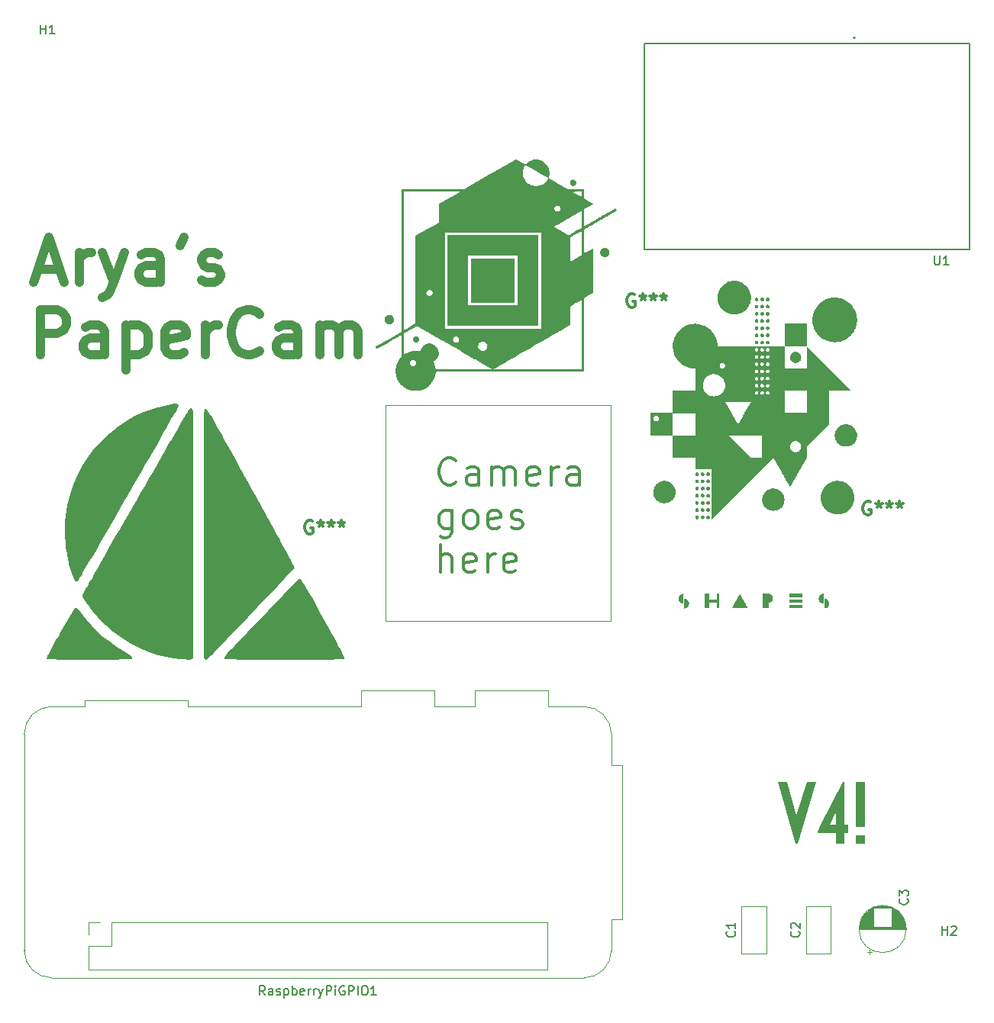
<source format=gbr>
%TF.GenerationSoftware,KiCad,Pcbnew,9.0.2*%
%TF.CreationDate,2025-07-02T14:38:08-04:00*%
%TF.ProjectId,PaperCam_Kicad,50617065-7243-4616-9d5f-4b696361642e,rev?*%
%TF.SameCoordinates,Original*%
%TF.FileFunction,Legend,Top*%
%TF.FilePolarity,Positive*%
%FSLAX46Y46*%
G04 Gerber Fmt 4.6, Leading zero omitted, Abs format (unit mm)*
G04 Created by KiCad (PCBNEW 9.0.2) date 2025-07-02 14:38:08*
%MOMM*%
%LPD*%
G01*
G04 APERTURE LIST*
%ADD10C,0.100000*%
%ADD11C,0.375000*%
%ADD12C,0.300000*%
%ADD13C,1.000000*%
%ADD14C,0.150000*%
%ADD15C,0.120000*%
%ADD16C,0.000000*%
%ADD17C,0.127000*%
%ADD18C,0.200000*%
G04 APERTURE END LIST*
D10*
X42500000Y-43000000D02*
X67500000Y-43000000D01*
X67500000Y-67000000D01*
X42500000Y-67000000D01*
X42500000Y-43000000D01*
D11*
X50300281Y-51580478D02*
X50157424Y-51723336D01*
X50157424Y-51723336D02*
X49728852Y-51866193D01*
X49728852Y-51866193D02*
X49443138Y-51866193D01*
X49443138Y-51866193D02*
X49014567Y-51723336D01*
X49014567Y-51723336D02*
X48728852Y-51437621D01*
X48728852Y-51437621D02*
X48585995Y-51151907D01*
X48585995Y-51151907D02*
X48443138Y-50580478D01*
X48443138Y-50580478D02*
X48443138Y-50151907D01*
X48443138Y-50151907D02*
X48585995Y-49580478D01*
X48585995Y-49580478D02*
X48728852Y-49294764D01*
X48728852Y-49294764D02*
X49014567Y-49009050D01*
X49014567Y-49009050D02*
X49443138Y-48866193D01*
X49443138Y-48866193D02*
X49728852Y-48866193D01*
X49728852Y-48866193D02*
X50157424Y-49009050D01*
X50157424Y-49009050D02*
X50300281Y-49151907D01*
X52871710Y-51866193D02*
X52871710Y-50294764D01*
X52871710Y-50294764D02*
X52728852Y-50009050D01*
X52728852Y-50009050D02*
X52443138Y-49866193D01*
X52443138Y-49866193D02*
X51871710Y-49866193D01*
X51871710Y-49866193D02*
X51585995Y-50009050D01*
X52871710Y-51723336D02*
X52585995Y-51866193D01*
X52585995Y-51866193D02*
X51871710Y-51866193D01*
X51871710Y-51866193D02*
X51585995Y-51723336D01*
X51585995Y-51723336D02*
X51443138Y-51437621D01*
X51443138Y-51437621D02*
X51443138Y-51151907D01*
X51443138Y-51151907D02*
X51585995Y-50866193D01*
X51585995Y-50866193D02*
X51871710Y-50723336D01*
X51871710Y-50723336D02*
X52585995Y-50723336D01*
X52585995Y-50723336D02*
X52871710Y-50580478D01*
X54300281Y-51866193D02*
X54300281Y-49866193D01*
X54300281Y-50151907D02*
X54443138Y-50009050D01*
X54443138Y-50009050D02*
X54728853Y-49866193D01*
X54728853Y-49866193D02*
X55157424Y-49866193D01*
X55157424Y-49866193D02*
X55443138Y-50009050D01*
X55443138Y-50009050D02*
X55585996Y-50294764D01*
X55585996Y-50294764D02*
X55585996Y-51866193D01*
X55585996Y-50294764D02*
X55728853Y-50009050D01*
X55728853Y-50009050D02*
X56014567Y-49866193D01*
X56014567Y-49866193D02*
X56443138Y-49866193D01*
X56443138Y-49866193D02*
X56728853Y-50009050D01*
X56728853Y-50009050D02*
X56871710Y-50294764D01*
X56871710Y-50294764D02*
X56871710Y-51866193D01*
X59443138Y-51723336D02*
X59157424Y-51866193D01*
X59157424Y-51866193D02*
X58585996Y-51866193D01*
X58585996Y-51866193D02*
X58300281Y-51723336D01*
X58300281Y-51723336D02*
X58157424Y-51437621D01*
X58157424Y-51437621D02*
X58157424Y-50294764D01*
X58157424Y-50294764D02*
X58300281Y-50009050D01*
X58300281Y-50009050D02*
X58585996Y-49866193D01*
X58585996Y-49866193D02*
X59157424Y-49866193D01*
X59157424Y-49866193D02*
X59443138Y-50009050D01*
X59443138Y-50009050D02*
X59585996Y-50294764D01*
X59585996Y-50294764D02*
X59585996Y-50580478D01*
X59585996Y-50580478D02*
X58157424Y-50866193D01*
X60871710Y-51866193D02*
X60871710Y-49866193D01*
X60871710Y-50437621D02*
X61014567Y-50151907D01*
X61014567Y-50151907D02*
X61157425Y-50009050D01*
X61157425Y-50009050D02*
X61443139Y-49866193D01*
X61443139Y-49866193D02*
X61728853Y-49866193D01*
X64014568Y-51866193D02*
X64014568Y-50294764D01*
X64014568Y-50294764D02*
X63871710Y-50009050D01*
X63871710Y-50009050D02*
X63585996Y-49866193D01*
X63585996Y-49866193D02*
X63014568Y-49866193D01*
X63014568Y-49866193D02*
X62728853Y-50009050D01*
X64014568Y-51723336D02*
X63728853Y-51866193D01*
X63728853Y-51866193D02*
X63014568Y-51866193D01*
X63014568Y-51866193D02*
X62728853Y-51723336D01*
X62728853Y-51723336D02*
X62585996Y-51437621D01*
X62585996Y-51437621D02*
X62585996Y-51151907D01*
X62585996Y-51151907D02*
X62728853Y-50866193D01*
X62728853Y-50866193D02*
X63014568Y-50723336D01*
X63014568Y-50723336D02*
X63728853Y-50723336D01*
X63728853Y-50723336D02*
X64014568Y-50580478D01*
X49871710Y-54696025D02*
X49871710Y-57124596D01*
X49871710Y-57124596D02*
X49728852Y-57410310D01*
X49728852Y-57410310D02*
X49585995Y-57553168D01*
X49585995Y-57553168D02*
X49300281Y-57696025D01*
X49300281Y-57696025D02*
X48871710Y-57696025D01*
X48871710Y-57696025D02*
X48585995Y-57553168D01*
X49871710Y-56553168D02*
X49585995Y-56696025D01*
X49585995Y-56696025D02*
X49014567Y-56696025D01*
X49014567Y-56696025D02*
X48728852Y-56553168D01*
X48728852Y-56553168D02*
X48585995Y-56410310D01*
X48585995Y-56410310D02*
X48443138Y-56124596D01*
X48443138Y-56124596D02*
X48443138Y-55267453D01*
X48443138Y-55267453D02*
X48585995Y-54981739D01*
X48585995Y-54981739D02*
X48728852Y-54838882D01*
X48728852Y-54838882D02*
X49014567Y-54696025D01*
X49014567Y-54696025D02*
X49585995Y-54696025D01*
X49585995Y-54696025D02*
X49871710Y-54838882D01*
X51728853Y-56696025D02*
X51443138Y-56553168D01*
X51443138Y-56553168D02*
X51300281Y-56410310D01*
X51300281Y-56410310D02*
X51157424Y-56124596D01*
X51157424Y-56124596D02*
X51157424Y-55267453D01*
X51157424Y-55267453D02*
X51300281Y-54981739D01*
X51300281Y-54981739D02*
X51443138Y-54838882D01*
X51443138Y-54838882D02*
X51728853Y-54696025D01*
X51728853Y-54696025D02*
X52157424Y-54696025D01*
X52157424Y-54696025D02*
X52443138Y-54838882D01*
X52443138Y-54838882D02*
X52585996Y-54981739D01*
X52585996Y-54981739D02*
X52728853Y-55267453D01*
X52728853Y-55267453D02*
X52728853Y-56124596D01*
X52728853Y-56124596D02*
X52585996Y-56410310D01*
X52585996Y-56410310D02*
X52443138Y-56553168D01*
X52443138Y-56553168D02*
X52157424Y-56696025D01*
X52157424Y-56696025D02*
X51728853Y-56696025D01*
X55157424Y-56553168D02*
X54871710Y-56696025D01*
X54871710Y-56696025D02*
X54300282Y-56696025D01*
X54300282Y-56696025D02*
X54014567Y-56553168D01*
X54014567Y-56553168D02*
X53871710Y-56267453D01*
X53871710Y-56267453D02*
X53871710Y-55124596D01*
X53871710Y-55124596D02*
X54014567Y-54838882D01*
X54014567Y-54838882D02*
X54300282Y-54696025D01*
X54300282Y-54696025D02*
X54871710Y-54696025D01*
X54871710Y-54696025D02*
X55157424Y-54838882D01*
X55157424Y-54838882D02*
X55300282Y-55124596D01*
X55300282Y-55124596D02*
X55300282Y-55410310D01*
X55300282Y-55410310D02*
X53871710Y-55696025D01*
X56443139Y-56553168D02*
X56728853Y-56696025D01*
X56728853Y-56696025D02*
X57300282Y-56696025D01*
X57300282Y-56696025D02*
X57585996Y-56553168D01*
X57585996Y-56553168D02*
X57728853Y-56267453D01*
X57728853Y-56267453D02*
X57728853Y-56124596D01*
X57728853Y-56124596D02*
X57585996Y-55838882D01*
X57585996Y-55838882D02*
X57300282Y-55696025D01*
X57300282Y-55696025D02*
X56871711Y-55696025D01*
X56871711Y-55696025D02*
X56585996Y-55553168D01*
X56585996Y-55553168D02*
X56443139Y-55267453D01*
X56443139Y-55267453D02*
X56443139Y-55124596D01*
X56443139Y-55124596D02*
X56585996Y-54838882D01*
X56585996Y-54838882D02*
X56871711Y-54696025D01*
X56871711Y-54696025D02*
X57300282Y-54696025D01*
X57300282Y-54696025D02*
X57585996Y-54838882D01*
X48585995Y-61525857D02*
X48585995Y-58525857D01*
X49871710Y-61525857D02*
X49871710Y-59954428D01*
X49871710Y-59954428D02*
X49728852Y-59668714D01*
X49728852Y-59668714D02*
X49443138Y-59525857D01*
X49443138Y-59525857D02*
X49014567Y-59525857D01*
X49014567Y-59525857D02*
X48728852Y-59668714D01*
X48728852Y-59668714D02*
X48585995Y-59811571D01*
X52443138Y-61383000D02*
X52157424Y-61525857D01*
X52157424Y-61525857D02*
X51585996Y-61525857D01*
X51585996Y-61525857D02*
X51300281Y-61383000D01*
X51300281Y-61383000D02*
X51157424Y-61097285D01*
X51157424Y-61097285D02*
X51157424Y-59954428D01*
X51157424Y-59954428D02*
X51300281Y-59668714D01*
X51300281Y-59668714D02*
X51585996Y-59525857D01*
X51585996Y-59525857D02*
X52157424Y-59525857D01*
X52157424Y-59525857D02*
X52443138Y-59668714D01*
X52443138Y-59668714D02*
X52585996Y-59954428D01*
X52585996Y-59954428D02*
X52585996Y-60240142D01*
X52585996Y-60240142D02*
X51157424Y-60525857D01*
X53871710Y-61525857D02*
X53871710Y-59525857D01*
X53871710Y-60097285D02*
X54014567Y-59811571D01*
X54014567Y-59811571D02*
X54157425Y-59668714D01*
X54157425Y-59668714D02*
X54443139Y-59525857D01*
X54443139Y-59525857D02*
X54728853Y-59525857D01*
X56871710Y-61383000D02*
X56585996Y-61525857D01*
X56585996Y-61525857D02*
X56014568Y-61525857D01*
X56014568Y-61525857D02*
X55728853Y-61383000D01*
X55728853Y-61383000D02*
X55585996Y-61097285D01*
X55585996Y-61097285D02*
X55585996Y-59954428D01*
X55585996Y-59954428D02*
X55728853Y-59668714D01*
X55728853Y-59668714D02*
X56014568Y-59525857D01*
X56014568Y-59525857D02*
X56585996Y-59525857D01*
X56585996Y-59525857D02*
X56871710Y-59668714D01*
X56871710Y-59668714D02*
X57014568Y-59954428D01*
X57014568Y-59954428D02*
X57014568Y-60240142D01*
X57014568Y-60240142D02*
X55585996Y-60525857D01*
D12*
G36*
X88189105Y-91678751D02*
G01*
X90254849Y-84791652D01*
X89236723Y-84791652D01*
X88090797Y-88529911D01*
X87032493Y-84791652D01*
X86014366Y-84791652D01*
X87992062Y-91678751D01*
X88189105Y-91678751D01*
G37*
G36*
X93430190Y-89544190D02*
G01*
X93812308Y-89544190D01*
X93812308Y-90502477D01*
X93430190Y-90502477D01*
X93430190Y-91678751D01*
X92471903Y-91678751D01*
X92471903Y-90502477D01*
X90413852Y-90502477D01*
X90413852Y-90289619D01*
X90795838Y-89544190D01*
X91801700Y-89544190D01*
X92471903Y-89544190D01*
X92471903Y-88148220D01*
X91801700Y-89544190D01*
X90795838Y-89544190D01*
X93231437Y-84791224D01*
X93430190Y-84791224D01*
X93430190Y-89544190D01*
G37*
G36*
X94694513Y-89816887D02*
G01*
X95653227Y-89816887D01*
X95672461Y-84791652D01*
X94665448Y-84791652D01*
X94694513Y-89816887D01*
G37*
G36*
X94694513Y-90720464D02*
G01*
X94694513Y-91678751D01*
X95653227Y-91678751D01*
X95653227Y-90720464D01*
X94694513Y-90720464D01*
G37*
D13*
X3991524Y-27957803D02*
X6372477Y-27957803D01*
X3515334Y-29386375D02*
X5182001Y-24386375D01*
X5182001Y-24386375D02*
X6848667Y-29386375D01*
X8515334Y-29386375D02*
X8515334Y-26053041D01*
X8515334Y-27005422D02*
X8753429Y-26529232D01*
X8753429Y-26529232D02*
X8991524Y-26291137D01*
X8991524Y-26291137D02*
X9467715Y-26053041D01*
X9467715Y-26053041D02*
X9943905Y-26053041D01*
X11134381Y-26053041D02*
X12324857Y-29386375D01*
X13515334Y-26053041D02*
X12324857Y-29386375D01*
X12324857Y-29386375D02*
X11848667Y-30576851D01*
X11848667Y-30576851D02*
X11610572Y-30814946D01*
X11610572Y-30814946D02*
X11134381Y-31053041D01*
X17562953Y-29386375D02*
X17562953Y-26767327D01*
X17562953Y-26767327D02*
X17324858Y-26291137D01*
X17324858Y-26291137D02*
X16848667Y-26053041D01*
X16848667Y-26053041D02*
X15896286Y-26053041D01*
X15896286Y-26053041D02*
X15420096Y-26291137D01*
X17562953Y-29148280D02*
X17086762Y-29386375D01*
X17086762Y-29386375D02*
X15896286Y-29386375D01*
X15896286Y-29386375D02*
X15420096Y-29148280D01*
X15420096Y-29148280D02*
X15182000Y-28672089D01*
X15182000Y-28672089D02*
X15182000Y-28195899D01*
X15182000Y-28195899D02*
X15420096Y-27719708D01*
X15420096Y-27719708D02*
X15896286Y-27481613D01*
X15896286Y-27481613D02*
X17086762Y-27481613D01*
X17086762Y-27481613D02*
X17562953Y-27243518D01*
X20182001Y-24386375D02*
X19705810Y-25338756D01*
X22086762Y-29148280D02*
X22562953Y-29386375D01*
X22562953Y-29386375D02*
X23515334Y-29386375D01*
X23515334Y-29386375D02*
X23991524Y-29148280D01*
X23991524Y-29148280D02*
X24229620Y-28672089D01*
X24229620Y-28672089D02*
X24229620Y-28433994D01*
X24229620Y-28433994D02*
X23991524Y-27957803D01*
X23991524Y-27957803D02*
X23515334Y-27719708D01*
X23515334Y-27719708D02*
X22801048Y-27719708D01*
X22801048Y-27719708D02*
X22324858Y-27481613D01*
X22324858Y-27481613D02*
X22086762Y-27005422D01*
X22086762Y-27005422D02*
X22086762Y-26767327D01*
X22086762Y-26767327D02*
X22324858Y-26291137D01*
X22324858Y-26291137D02*
X22801048Y-26053041D01*
X22801048Y-26053041D02*
X23515334Y-26053041D01*
X23515334Y-26053041D02*
X23991524Y-26291137D01*
X4229620Y-37436095D02*
X4229620Y-32436095D01*
X4229620Y-32436095D02*
X6134382Y-32436095D01*
X6134382Y-32436095D02*
X6610572Y-32674190D01*
X6610572Y-32674190D02*
X6848667Y-32912285D01*
X6848667Y-32912285D02*
X7086763Y-33388476D01*
X7086763Y-33388476D02*
X7086763Y-34102761D01*
X7086763Y-34102761D02*
X6848667Y-34578952D01*
X6848667Y-34578952D02*
X6610572Y-34817047D01*
X6610572Y-34817047D02*
X6134382Y-35055142D01*
X6134382Y-35055142D02*
X4229620Y-35055142D01*
X11372477Y-37436095D02*
X11372477Y-34817047D01*
X11372477Y-34817047D02*
X11134382Y-34340857D01*
X11134382Y-34340857D02*
X10658191Y-34102761D01*
X10658191Y-34102761D02*
X9705810Y-34102761D01*
X9705810Y-34102761D02*
X9229620Y-34340857D01*
X11372477Y-37198000D02*
X10896286Y-37436095D01*
X10896286Y-37436095D02*
X9705810Y-37436095D01*
X9705810Y-37436095D02*
X9229620Y-37198000D01*
X9229620Y-37198000D02*
X8991524Y-36721809D01*
X8991524Y-36721809D02*
X8991524Y-36245619D01*
X8991524Y-36245619D02*
X9229620Y-35769428D01*
X9229620Y-35769428D02*
X9705810Y-35531333D01*
X9705810Y-35531333D02*
X10896286Y-35531333D01*
X10896286Y-35531333D02*
X11372477Y-35293238D01*
X13753430Y-34102761D02*
X13753430Y-39102761D01*
X13753430Y-34340857D02*
X14229620Y-34102761D01*
X14229620Y-34102761D02*
X15182001Y-34102761D01*
X15182001Y-34102761D02*
X15658192Y-34340857D01*
X15658192Y-34340857D02*
X15896287Y-34578952D01*
X15896287Y-34578952D02*
X16134382Y-35055142D01*
X16134382Y-35055142D02*
X16134382Y-36483714D01*
X16134382Y-36483714D02*
X15896287Y-36959904D01*
X15896287Y-36959904D02*
X15658192Y-37198000D01*
X15658192Y-37198000D02*
X15182001Y-37436095D01*
X15182001Y-37436095D02*
X14229620Y-37436095D01*
X14229620Y-37436095D02*
X13753430Y-37198000D01*
X20182002Y-37198000D02*
X19705811Y-37436095D01*
X19705811Y-37436095D02*
X18753430Y-37436095D01*
X18753430Y-37436095D02*
X18277240Y-37198000D01*
X18277240Y-37198000D02*
X18039144Y-36721809D01*
X18039144Y-36721809D02*
X18039144Y-34817047D01*
X18039144Y-34817047D02*
X18277240Y-34340857D01*
X18277240Y-34340857D02*
X18753430Y-34102761D01*
X18753430Y-34102761D02*
X19705811Y-34102761D01*
X19705811Y-34102761D02*
X20182002Y-34340857D01*
X20182002Y-34340857D02*
X20420097Y-34817047D01*
X20420097Y-34817047D02*
X20420097Y-35293238D01*
X20420097Y-35293238D02*
X18039144Y-35769428D01*
X22562954Y-37436095D02*
X22562954Y-34102761D01*
X22562954Y-35055142D02*
X22801049Y-34578952D01*
X22801049Y-34578952D02*
X23039144Y-34340857D01*
X23039144Y-34340857D02*
X23515335Y-34102761D01*
X23515335Y-34102761D02*
X23991525Y-34102761D01*
X28515335Y-36959904D02*
X28277239Y-37198000D01*
X28277239Y-37198000D02*
X27562954Y-37436095D01*
X27562954Y-37436095D02*
X27086763Y-37436095D01*
X27086763Y-37436095D02*
X26372477Y-37198000D01*
X26372477Y-37198000D02*
X25896287Y-36721809D01*
X25896287Y-36721809D02*
X25658192Y-36245619D01*
X25658192Y-36245619D02*
X25420096Y-35293238D01*
X25420096Y-35293238D02*
X25420096Y-34578952D01*
X25420096Y-34578952D02*
X25658192Y-33626571D01*
X25658192Y-33626571D02*
X25896287Y-33150380D01*
X25896287Y-33150380D02*
X26372477Y-32674190D01*
X26372477Y-32674190D02*
X27086763Y-32436095D01*
X27086763Y-32436095D02*
X27562954Y-32436095D01*
X27562954Y-32436095D02*
X28277239Y-32674190D01*
X28277239Y-32674190D02*
X28515335Y-32912285D01*
X32801049Y-37436095D02*
X32801049Y-34817047D01*
X32801049Y-34817047D02*
X32562954Y-34340857D01*
X32562954Y-34340857D02*
X32086763Y-34102761D01*
X32086763Y-34102761D02*
X31134382Y-34102761D01*
X31134382Y-34102761D02*
X30658192Y-34340857D01*
X32801049Y-37198000D02*
X32324858Y-37436095D01*
X32324858Y-37436095D02*
X31134382Y-37436095D01*
X31134382Y-37436095D02*
X30658192Y-37198000D01*
X30658192Y-37198000D02*
X30420096Y-36721809D01*
X30420096Y-36721809D02*
X30420096Y-36245619D01*
X30420096Y-36245619D02*
X30658192Y-35769428D01*
X30658192Y-35769428D02*
X31134382Y-35531333D01*
X31134382Y-35531333D02*
X32324858Y-35531333D01*
X32324858Y-35531333D02*
X32801049Y-35293238D01*
X35182002Y-37436095D02*
X35182002Y-34102761D01*
X35182002Y-34578952D02*
X35420097Y-34340857D01*
X35420097Y-34340857D02*
X35896287Y-34102761D01*
X35896287Y-34102761D02*
X36610573Y-34102761D01*
X36610573Y-34102761D02*
X37086764Y-34340857D01*
X37086764Y-34340857D02*
X37324859Y-34817047D01*
X37324859Y-34817047D02*
X37324859Y-37436095D01*
X37324859Y-34817047D02*
X37562954Y-34340857D01*
X37562954Y-34340857D02*
X38039145Y-34102761D01*
X38039145Y-34102761D02*
X38753430Y-34102761D01*
X38753430Y-34102761D02*
X39229621Y-34340857D01*
X39229621Y-34340857D02*
X39467716Y-34817047D01*
X39467716Y-34817047D02*
X39467716Y-37436095D01*
D14*
X81203330Y-101429166D02*
X81250950Y-101476785D01*
X81250950Y-101476785D02*
X81298569Y-101619642D01*
X81298569Y-101619642D02*
X81298569Y-101714880D01*
X81298569Y-101714880D02*
X81250950Y-101857737D01*
X81250950Y-101857737D02*
X81155711Y-101952975D01*
X81155711Y-101952975D02*
X81060473Y-102000594D01*
X81060473Y-102000594D02*
X80869997Y-102048213D01*
X80869997Y-102048213D02*
X80727140Y-102048213D01*
X80727140Y-102048213D02*
X80536664Y-102000594D01*
X80536664Y-102000594D02*
X80441426Y-101952975D01*
X80441426Y-101952975D02*
X80346188Y-101857737D01*
X80346188Y-101857737D02*
X80298569Y-101714880D01*
X80298569Y-101714880D02*
X80298569Y-101619642D01*
X80298569Y-101619642D02*
X80346188Y-101476785D01*
X80346188Y-101476785D02*
X80393807Y-101429166D01*
X81298569Y-100476785D02*
X81298569Y-101048213D01*
X81298569Y-100762499D02*
X80298569Y-100762499D01*
X80298569Y-100762499D02*
X80441426Y-100857737D01*
X80441426Y-100857737D02*
X80536664Y-100952975D01*
X80536664Y-100952975D02*
X80584283Y-101048213D01*
D12*
X70116072Y-30731762D02*
X69973215Y-30660333D01*
X69973215Y-30660333D02*
X69758929Y-30660333D01*
X69758929Y-30660333D02*
X69544643Y-30731762D01*
X69544643Y-30731762D02*
X69401786Y-30874619D01*
X69401786Y-30874619D02*
X69330357Y-31017476D01*
X69330357Y-31017476D02*
X69258929Y-31303190D01*
X69258929Y-31303190D02*
X69258929Y-31517476D01*
X69258929Y-31517476D02*
X69330357Y-31803190D01*
X69330357Y-31803190D02*
X69401786Y-31946047D01*
X69401786Y-31946047D02*
X69544643Y-32088905D01*
X69544643Y-32088905D02*
X69758929Y-32160333D01*
X69758929Y-32160333D02*
X69901786Y-32160333D01*
X69901786Y-32160333D02*
X70116072Y-32088905D01*
X70116072Y-32088905D02*
X70187500Y-32017476D01*
X70187500Y-32017476D02*
X70187500Y-31517476D01*
X70187500Y-31517476D02*
X69901786Y-31517476D01*
X71044643Y-30660333D02*
X71044643Y-31017476D01*
X70687500Y-30874619D02*
X71044643Y-31017476D01*
X71044643Y-31017476D02*
X71401786Y-30874619D01*
X70830357Y-31303190D02*
X71044643Y-31017476D01*
X71044643Y-31017476D02*
X71258929Y-31303190D01*
X72187500Y-30660333D02*
X72187500Y-31017476D01*
X71830357Y-30874619D02*
X72187500Y-31017476D01*
X72187500Y-31017476D02*
X72544643Y-30874619D01*
X71973214Y-31303190D02*
X72187500Y-31017476D01*
X72187500Y-31017476D02*
X72401786Y-31303190D01*
X73330357Y-30660333D02*
X73330357Y-31017476D01*
X72973214Y-30874619D02*
X73330357Y-31017476D01*
X73330357Y-31017476D02*
X73687500Y-30874619D01*
X73116071Y-31303190D02*
X73330357Y-31017476D01*
X73330357Y-31017476D02*
X73544643Y-31303190D01*
X34397322Y-55861766D02*
X34254465Y-55790337D01*
X34254465Y-55790337D02*
X34040179Y-55790337D01*
X34040179Y-55790337D02*
X33825893Y-55861766D01*
X33825893Y-55861766D02*
X33683036Y-56004623D01*
X33683036Y-56004623D02*
X33611607Y-56147480D01*
X33611607Y-56147480D02*
X33540179Y-56433194D01*
X33540179Y-56433194D02*
X33540179Y-56647480D01*
X33540179Y-56647480D02*
X33611607Y-56933194D01*
X33611607Y-56933194D02*
X33683036Y-57076051D01*
X33683036Y-57076051D02*
X33825893Y-57218909D01*
X33825893Y-57218909D02*
X34040179Y-57290337D01*
X34040179Y-57290337D02*
X34183036Y-57290337D01*
X34183036Y-57290337D02*
X34397322Y-57218909D01*
X34397322Y-57218909D02*
X34468750Y-57147480D01*
X34468750Y-57147480D02*
X34468750Y-56647480D01*
X34468750Y-56647480D02*
X34183036Y-56647480D01*
X35325893Y-55790337D02*
X35325893Y-56147480D01*
X34968750Y-56004623D02*
X35325893Y-56147480D01*
X35325893Y-56147480D02*
X35683036Y-56004623D01*
X35111607Y-56433194D02*
X35325893Y-56147480D01*
X35325893Y-56147480D02*
X35540179Y-56433194D01*
X36468750Y-55790337D02*
X36468750Y-56147480D01*
X36111607Y-56004623D02*
X36468750Y-56147480D01*
X36468750Y-56147480D02*
X36825893Y-56004623D01*
X36254464Y-56433194D02*
X36468750Y-56147480D01*
X36468750Y-56147480D02*
X36683036Y-56433194D01*
X37611607Y-55790337D02*
X37611607Y-56147480D01*
X37254464Y-56004623D02*
X37611607Y-56147480D01*
X37611607Y-56147480D02*
X37968750Y-56004623D01*
X37397321Y-56433194D02*
X37611607Y-56147480D01*
X37611607Y-56147480D02*
X37825893Y-56433194D01*
D14*
X100372080Y-97797916D02*
X100419700Y-97845535D01*
X100419700Y-97845535D02*
X100467319Y-97988392D01*
X100467319Y-97988392D02*
X100467319Y-98083630D01*
X100467319Y-98083630D02*
X100419700Y-98226487D01*
X100419700Y-98226487D02*
X100324461Y-98321725D01*
X100324461Y-98321725D02*
X100229223Y-98369344D01*
X100229223Y-98369344D02*
X100038747Y-98416963D01*
X100038747Y-98416963D02*
X99895890Y-98416963D01*
X99895890Y-98416963D02*
X99705414Y-98369344D01*
X99705414Y-98369344D02*
X99610176Y-98321725D01*
X99610176Y-98321725D02*
X99514938Y-98226487D01*
X99514938Y-98226487D02*
X99467319Y-98083630D01*
X99467319Y-98083630D02*
X99467319Y-97988392D01*
X99467319Y-97988392D02*
X99514938Y-97845535D01*
X99514938Y-97845535D02*
X99562557Y-97797916D01*
X99467319Y-97464582D02*
X99467319Y-96845535D01*
X99467319Y-96845535D02*
X99848271Y-97178868D01*
X99848271Y-97178868D02*
X99848271Y-97036011D01*
X99848271Y-97036011D02*
X99895890Y-96940773D01*
X99895890Y-96940773D02*
X99943509Y-96893154D01*
X99943509Y-96893154D02*
X100038747Y-96845535D01*
X100038747Y-96845535D02*
X100276842Y-96845535D01*
X100276842Y-96845535D02*
X100372080Y-96893154D01*
X100372080Y-96893154D02*
X100419700Y-96940773D01*
X100419700Y-96940773D02*
X100467319Y-97036011D01*
X100467319Y-97036011D02*
X100467319Y-97321725D01*
X100467319Y-97321725D02*
X100419700Y-97416963D01*
X100419700Y-97416963D02*
X100372080Y-97464582D01*
X4238095Y-1804819D02*
X4238095Y-804819D01*
X4238095Y-1281009D02*
X4809523Y-1281009D01*
X4809523Y-1804819D02*
X4809523Y-804819D01*
X5809523Y-1804819D02*
X5238095Y-1804819D01*
X5523809Y-1804819D02*
X5523809Y-804819D01*
X5523809Y-804819D02*
X5428571Y-947676D01*
X5428571Y-947676D02*
X5333333Y-1042914D01*
X5333333Y-1042914D02*
X5238095Y-1090533D01*
D12*
X96309822Y-53773995D02*
X96166965Y-53702566D01*
X96166965Y-53702566D02*
X95952679Y-53702566D01*
X95952679Y-53702566D02*
X95738393Y-53773995D01*
X95738393Y-53773995D02*
X95595536Y-53916852D01*
X95595536Y-53916852D02*
X95524107Y-54059709D01*
X95524107Y-54059709D02*
X95452679Y-54345423D01*
X95452679Y-54345423D02*
X95452679Y-54559709D01*
X95452679Y-54559709D02*
X95524107Y-54845423D01*
X95524107Y-54845423D02*
X95595536Y-54988280D01*
X95595536Y-54988280D02*
X95738393Y-55131138D01*
X95738393Y-55131138D02*
X95952679Y-55202566D01*
X95952679Y-55202566D02*
X96095536Y-55202566D01*
X96095536Y-55202566D02*
X96309822Y-55131138D01*
X96309822Y-55131138D02*
X96381250Y-55059709D01*
X96381250Y-55059709D02*
X96381250Y-54559709D01*
X96381250Y-54559709D02*
X96095536Y-54559709D01*
X97238393Y-53702566D02*
X97238393Y-54059709D01*
X96881250Y-53916852D02*
X97238393Y-54059709D01*
X97238393Y-54059709D02*
X97595536Y-53916852D01*
X97024107Y-54345423D02*
X97238393Y-54059709D01*
X97238393Y-54059709D02*
X97452679Y-54345423D01*
X98381250Y-53702566D02*
X98381250Y-54059709D01*
X98024107Y-53916852D02*
X98381250Y-54059709D01*
X98381250Y-54059709D02*
X98738393Y-53916852D01*
X98166964Y-54345423D02*
X98381250Y-54059709D01*
X98381250Y-54059709D02*
X98595536Y-54345423D01*
X99524107Y-53702566D02*
X99524107Y-54059709D01*
X99166964Y-53916852D02*
X99524107Y-54059709D01*
X99524107Y-54059709D02*
X99881250Y-53916852D01*
X99309821Y-54345423D02*
X99524107Y-54059709D01*
X99524107Y-54059709D02*
X99738393Y-54345423D01*
D14*
X104238095Y-101804819D02*
X104238095Y-100804819D01*
X104238095Y-101281009D02*
X104809523Y-101281009D01*
X104809523Y-101804819D02*
X104809523Y-100804819D01*
X105238095Y-100900057D02*
X105285714Y-100852438D01*
X105285714Y-100852438D02*
X105380952Y-100804819D01*
X105380952Y-100804819D02*
X105619047Y-100804819D01*
X105619047Y-100804819D02*
X105714285Y-100852438D01*
X105714285Y-100852438D02*
X105761904Y-100900057D01*
X105761904Y-100900057D02*
X105809523Y-100995295D01*
X105809523Y-100995295D02*
X105809523Y-101090533D01*
X105809523Y-101090533D02*
X105761904Y-101233390D01*
X105761904Y-101233390D02*
X105190476Y-101804819D01*
X105190476Y-101804819D02*
X105809523Y-101804819D01*
X88347080Y-101429166D02*
X88394700Y-101476785D01*
X88394700Y-101476785D02*
X88442319Y-101619642D01*
X88442319Y-101619642D02*
X88442319Y-101714880D01*
X88442319Y-101714880D02*
X88394700Y-101857737D01*
X88394700Y-101857737D02*
X88299461Y-101952975D01*
X88299461Y-101952975D02*
X88204223Y-102000594D01*
X88204223Y-102000594D02*
X88013747Y-102048213D01*
X88013747Y-102048213D02*
X87870890Y-102048213D01*
X87870890Y-102048213D02*
X87680414Y-102000594D01*
X87680414Y-102000594D02*
X87585176Y-101952975D01*
X87585176Y-101952975D02*
X87489938Y-101857737D01*
X87489938Y-101857737D02*
X87442319Y-101714880D01*
X87442319Y-101714880D02*
X87442319Y-101619642D01*
X87442319Y-101619642D02*
X87489938Y-101476785D01*
X87489938Y-101476785D02*
X87537557Y-101429166D01*
X87537557Y-101048213D02*
X87489938Y-101000594D01*
X87489938Y-101000594D02*
X87442319Y-100905356D01*
X87442319Y-100905356D02*
X87442319Y-100667261D01*
X87442319Y-100667261D02*
X87489938Y-100572023D01*
X87489938Y-100572023D02*
X87537557Y-100524404D01*
X87537557Y-100524404D02*
X87632795Y-100476785D01*
X87632795Y-100476785D02*
X87728033Y-100476785D01*
X87728033Y-100476785D02*
X87870890Y-100524404D01*
X87870890Y-100524404D02*
X88442319Y-101095832D01*
X88442319Y-101095832D02*
X88442319Y-100476785D01*
X29136606Y-108467319D02*
X28803273Y-107991128D01*
X28565178Y-108467319D02*
X28565178Y-107467319D01*
X28565178Y-107467319D02*
X28946130Y-107467319D01*
X28946130Y-107467319D02*
X29041368Y-107514938D01*
X29041368Y-107514938D02*
X29088987Y-107562557D01*
X29088987Y-107562557D02*
X29136606Y-107657795D01*
X29136606Y-107657795D02*
X29136606Y-107800652D01*
X29136606Y-107800652D02*
X29088987Y-107895890D01*
X29088987Y-107895890D02*
X29041368Y-107943509D01*
X29041368Y-107943509D02*
X28946130Y-107991128D01*
X28946130Y-107991128D02*
X28565178Y-107991128D01*
X29993749Y-108467319D02*
X29993749Y-107943509D01*
X29993749Y-107943509D02*
X29946130Y-107848271D01*
X29946130Y-107848271D02*
X29850892Y-107800652D01*
X29850892Y-107800652D02*
X29660416Y-107800652D01*
X29660416Y-107800652D02*
X29565178Y-107848271D01*
X29993749Y-108419700D02*
X29898511Y-108467319D01*
X29898511Y-108467319D02*
X29660416Y-108467319D01*
X29660416Y-108467319D02*
X29565178Y-108419700D01*
X29565178Y-108419700D02*
X29517559Y-108324461D01*
X29517559Y-108324461D02*
X29517559Y-108229223D01*
X29517559Y-108229223D02*
X29565178Y-108133985D01*
X29565178Y-108133985D02*
X29660416Y-108086366D01*
X29660416Y-108086366D02*
X29898511Y-108086366D01*
X29898511Y-108086366D02*
X29993749Y-108038747D01*
X30422321Y-108419700D02*
X30517559Y-108467319D01*
X30517559Y-108467319D02*
X30708035Y-108467319D01*
X30708035Y-108467319D02*
X30803273Y-108419700D01*
X30803273Y-108419700D02*
X30850892Y-108324461D01*
X30850892Y-108324461D02*
X30850892Y-108276842D01*
X30850892Y-108276842D02*
X30803273Y-108181604D01*
X30803273Y-108181604D02*
X30708035Y-108133985D01*
X30708035Y-108133985D02*
X30565178Y-108133985D01*
X30565178Y-108133985D02*
X30469940Y-108086366D01*
X30469940Y-108086366D02*
X30422321Y-107991128D01*
X30422321Y-107991128D02*
X30422321Y-107943509D01*
X30422321Y-107943509D02*
X30469940Y-107848271D01*
X30469940Y-107848271D02*
X30565178Y-107800652D01*
X30565178Y-107800652D02*
X30708035Y-107800652D01*
X30708035Y-107800652D02*
X30803273Y-107848271D01*
X31279464Y-107800652D02*
X31279464Y-108800652D01*
X31279464Y-107848271D02*
X31374702Y-107800652D01*
X31374702Y-107800652D02*
X31565178Y-107800652D01*
X31565178Y-107800652D02*
X31660416Y-107848271D01*
X31660416Y-107848271D02*
X31708035Y-107895890D01*
X31708035Y-107895890D02*
X31755654Y-107991128D01*
X31755654Y-107991128D02*
X31755654Y-108276842D01*
X31755654Y-108276842D02*
X31708035Y-108372080D01*
X31708035Y-108372080D02*
X31660416Y-108419700D01*
X31660416Y-108419700D02*
X31565178Y-108467319D01*
X31565178Y-108467319D02*
X31374702Y-108467319D01*
X31374702Y-108467319D02*
X31279464Y-108419700D01*
X32184226Y-108467319D02*
X32184226Y-107467319D01*
X32184226Y-107848271D02*
X32279464Y-107800652D01*
X32279464Y-107800652D02*
X32469940Y-107800652D01*
X32469940Y-107800652D02*
X32565178Y-107848271D01*
X32565178Y-107848271D02*
X32612797Y-107895890D01*
X32612797Y-107895890D02*
X32660416Y-107991128D01*
X32660416Y-107991128D02*
X32660416Y-108276842D01*
X32660416Y-108276842D02*
X32612797Y-108372080D01*
X32612797Y-108372080D02*
X32565178Y-108419700D01*
X32565178Y-108419700D02*
X32469940Y-108467319D01*
X32469940Y-108467319D02*
X32279464Y-108467319D01*
X32279464Y-108467319D02*
X32184226Y-108419700D01*
X33469940Y-108419700D02*
X33374702Y-108467319D01*
X33374702Y-108467319D02*
X33184226Y-108467319D01*
X33184226Y-108467319D02*
X33088988Y-108419700D01*
X33088988Y-108419700D02*
X33041369Y-108324461D01*
X33041369Y-108324461D02*
X33041369Y-107943509D01*
X33041369Y-107943509D02*
X33088988Y-107848271D01*
X33088988Y-107848271D02*
X33184226Y-107800652D01*
X33184226Y-107800652D02*
X33374702Y-107800652D01*
X33374702Y-107800652D02*
X33469940Y-107848271D01*
X33469940Y-107848271D02*
X33517559Y-107943509D01*
X33517559Y-107943509D02*
X33517559Y-108038747D01*
X33517559Y-108038747D02*
X33041369Y-108133985D01*
X33946131Y-108467319D02*
X33946131Y-107800652D01*
X33946131Y-107991128D02*
X33993750Y-107895890D01*
X33993750Y-107895890D02*
X34041369Y-107848271D01*
X34041369Y-107848271D02*
X34136607Y-107800652D01*
X34136607Y-107800652D02*
X34231845Y-107800652D01*
X34565179Y-108467319D02*
X34565179Y-107800652D01*
X34565179Y-107991128D02*
X34612798Y-107895890D01*
X34612798Y-107895890D02*
X34660417Y-107848271D01*
X34660417Y-107848271D02*
X34755655Y-107800652D01*
X34755655Y-107800652D02*
X34850893Y-107800652D01*
X35088989Y-107800652D02*
X35327084Y-108467319D01*
X35565179Y-107800652D02*
X35327084Y-108467319D01*
X35327084Y-108467319D02*
X35231846Y-108705414D01*
X35231846Y-108705414D02*
X35184227Y-108753033D01*
X35184227Y-108753033D02*
X35088989Y-108800652D01*
X35946132Y-108467319D02*
X35946132Y-107467319D01*
X35946132Y-107467319D02*
X36327084Y-107467319D01*
X36327084Y-107467319D02*
X36422322Y-107514938D01*
X36422322Y-107514938D02*
X36469941Y-107562557D01*
X36469941Y-107562557D02*
X36517560Y-107657795D01*
X36517560Y-107657795D02*
X36517560Y-107800652D01*
X36517560Y-107800652D02*
X36469941Y-107895890D01*
X36469941Y-107895890D02*
X36422322Y-107943509D01*
X36422322Y-107943509D02*
X36327084Y-107991128D01*
X36327084Y-107991128D02*
X35946132Y-107991128D01*
X36946132Y-108467319D02*
X36946132Y-107800652D01*
X36946132Y-107467319D02*
X36898513Y-107514938D01*
X36898513Y-107514938D02*
X36946132Y-107562557D01*
X36946132Y-107562557D02*
X36993751Y-107514938D01*
X36993751Y-107514938D02*
X36946132Y-107467319D01*
X36946132Y-107467319D02*
X36946132Y-107562557D01*
X37946131Y-107514938D02*
X37850893Y-107467319D01*
X37850893Y-107467319D02*
X37708036Y-107467319D01*
X37708036Y-107467319D02*
X37565179Y-107514938D01*
X37565179Y-107514938D02*
X37469941Y-107610176D01*
X37469941Y-107610176D02*
X37422322Y-107705414D01*
X37422322Y-107705414D02*
X37374703Y-107895890D01*
X37374703Y-107895890D02*
X37374703Y-108038747D01*
X37374703Y-108038747D02*
X37422322Y-108229223D01*
X37422322Y-108229223D02*
X37469941Y-108324461D01*
X37469941Y-108324461D02*
X37565179Y-108419700D01*
X37565179Y-108419700D02*
X37708036Y-108467319D01*
X37708036Y-108467319D02*
X37803274Y-108467319D01*
X37803274Y-108467319D02*
X37946131Y-108419700D01*
X37946131Y-108419700D02*
X37993750Y-108372080D01*
X37993750Y-108372080D02*
X37993750Y-108038747D01*
X37993750Y-108038747D02*
X37803274Y-108038747D01*
X38422322Y-108467319D02*
X38422322Y-107467319D01*
X38422322Y-107467319D02*
X38803274Y-107467319D01*
X38803274Y-107467319D02*
X38898512Y-107514938D01*
X38898512Y-107514938D02*
X38946131Y-107562557D01*
X38946131Y-107562557D02*
X38993750Y-107657795D01*
X38993750Y-107657795D02*
X38993750Y-107800652D01*
X38993750Y-107800652D02*
X38946131Y-107895890D01*
X38946131Y-107895890D02*
X38898512Y-107943509D01*
X38898512Y-107943509D02*
X38803274Y-107991128D01*
X38803274Y-107991128D02*
X38422322Y-107991128D01*
X39422322Y-108467319D02*
X39422322Y-107467319D01*
X40088988Y-107467319D02*
X40279464Y-107467319D01*
X40279464Y-107467319D02*
X40374702Y-107514938D01*
X40374702Y-107514938D02*
X40469940Y-107610176D01*
X40469940Y-107610176D02*
X40517559Y-107800652D01*
X40517559Y-107800652D02*
X40517559Y-108133985D01*
X40517559Y-108133985D02*
X40469940Y-108324461D01*
X40469940Y-108324461D02*
X40374702Y-108419700D01*
X40374702Y-108419700D02*
X40279464Y-108467319D01*
X40279464Y-108467319D02*
X40088988Y-108467319D01*
X40088988Y-108467319D02*
X39993750Y-108419700D01*
X39993750Y-108419700D02*
X39898512Y-108324461D01*
X39898512Y-108324461D02*
X39850893Y-108133985D01*
X39850893Y-108133985D02*
X39850893Y-107800652D01*
X39850893Y-107800652D02*
X39898512Y-107610176D01*
X39898512Y-107610176D02*
X39993750Y-107514938D01*
X39993750Y-107514938D02*
X40088988Y-107467319D01*
X41469940Y-108467319D02*
X40898512Y-108467319D01*
X41184226Y-108467319D02*
X41184226Y-107467319D01*
X41184226Y-107467319D02*
X41088988Y-107610176D01*
X41088988Y-107610176D02*
X40993750Y-107705414D01*
X40993750Y-107705414D02*
X40898512Y-107753033D01*
X103378095Y-26447319D02*
X103378095Y-27256842D01*
X103378095Y-27256842D02*
X103425714Y-27352080D01*
X103425714Y-27352080D02*
X103473333Y-27399700D01*
X103473333Y-27399700D02*
X103568571Y-27447319D01*
X103568571Y-27447319D02*
X103759047Y-27447319D01*
X103759047Y-27447319D02*
X103854285Y-27399700D01*
X103854285Y-27399700D02*
X103901904Y-27352080D01*
X103901904Y-27352080D02*
X103949523Y-27256842D01*
X103949523Y-27256842D02*
X103949523Y-26447319D01*
X104949523Y-27447319D02*
X104378095Y-27447319D01*
X104663809Y-27447319D02*
X104663809Y-26447319D01*
X104663809Y-26447319D02*
X104568571Y-26590176D01*
X104568571Y-26590176D02*
X104473333Y-26685414D01*
X104473333Y-26685414D02*
X104378095Y-26733033D01*
D15*
%TO.C,C1*%
X81973750Y-98642500D02*
X84713750Y-98642500D01*
X81973750Y-103882500D02*
X81973750Y-98642500D01*
X81973750Y-103882500D02*
X84713750Y-103882500D01*
X84713750Y-103882500D02*
X84713750Y-98642500D01*
D16*
%TO.C,G\u002A\u002A\u002A*%
G36*
X56854160Y-29177618D02*
G01*
X56854160Y-31630601D01*
X54401177Y-31630601D01*
X51948195Y-31630601D01*
X51948195Y-29177618D01*
X51948195Y-26724635D01*
X54401177Y-26724635D01*
X56854160Y-26724635D01*
X56854160Y-29177618D01*
G37*
G36*
X59449671Y-29175118D02*
G01*
X59449671Y-34226112D01*
X54401177Y-34226112D01*
X49352684Y-34226112D01*
X49352684Y-31915657D01*
X51663138Y-31915657D01*
X54403678Y-31915657D01*
X57144217Y-31915657D01*
X57144217Y-29175118D01*
X57144217Y-26434578D01*
X54403678Y-26434578D01*
X51663138Y-26434578D01*
X51663138Y-29175118D01*
X51663138Y-31915657D01*
X49352684Y-31915657D01*
X49352684Y-29175118D01*
X49352684Y-24124123D01*
X54401177Y-24124123D01*
X59449671Y-24124123D01*
X59449671Y-29175118D01*
G37*
G36*
X63377772Y-17982988D02*
G01*
X63431098Y-17998809D01*
X63480854Y-18022848D01*
X63526099Y-18054520D01*
X63565894Y-18093239D01*
X63599297Y-18138421D01*
X63625369Y-18189479D01*
X63632152Y-18207370D01*
X63643916Y-18252767D01*
X63649859Y-18302532D01*
X63649758Y-18352741D01*
X63643385Y-18399470D01*
X63643225Y-18400193D01*
X63626745Y-18452222D01*
X63601592Y-18501654D01*
X63568951Y-18546928D01*
X63530010Y-18586481D01*
X63485953Y-18618751D01*
X63470670Y-18627443D01*
X63436417Y-18643821D01*
X63404063Y-18654985D01*
X63370075Y-18661820D01*
X63330922Y-18665209D01*
X63317933Y-18665678D01*
X63293240Y-18666130D01*
X63271198Y-18666128D01*
X63254312Y-18665697D01*
X63245418Y-18664931D01*
X63194610Y-18650986D01*
X63145354Y-18629417D01*
X63099828Y-18601494D01*
X63060209Y-18568485D01*
X63037912Y-18543979D01*
X63005227Y-18496457D01*
X62981771Y-18446567D01*
X62967231Y-18393327D01*
X62961293Y-18335751D01*
X62961501Y-18303785D01*
X62966972Y-18249206D01*
X62979249Y-18200741D01*
X62999138Y-18156551D01*
X63027448Y-18114797D01*
X63060510Y-18078061D01*
X63103215Y-18040691D01*
X63148005Y-18012484D01*
X63196577Y-17992609D01*
X63250631Y-17980234D01*
X63264172Y-17978342D01*
X63321817Y-17975971D01*
X63377772Y-17982988D01*
G37*
G36*
X66920211Y-25533357D02*
G01*
X66986271Y-25550787D01*
X67051433Y-25577568D01*
X67067731Y-25585892D01*
X67126954Y-25622826D01*
X67179543Y-25666620D01*
X67225210Y-25716404D01*
X67263668Y-25771311D01*
X67294631Y-25830470D01*
X67317811Y-25893012D01*
X67332921Y-25958067D01*
X67339675Y-26024765D01*
X67337784Y-26092239D01*
X67326962Y-26159617D01*
X67306922Y-26226031D01*
X67291321Y-26263002D01*
X67270384Y-26303945D01*
X67247836Y-26339666D01*
X67221168Y-26373793D01*
X67194680Y-26402914D01*
X67142534Y-26450569D01*
X67085195Y-26490252D01*
X67023702Y-26521309D01*
X66982861Y-26536289D01*
X66913919Y-26553311D01*
X66844340Y-26560875D01*
X66772394Y-26559163D01*
X66768612Y-26558829D01*
X66699967Y-26547756D01*
X66634881Y-26527840D01*
X66573920Y-26499784D01*
X66517653Y-26464287D01*
X66466646Y-26422053D01*
X66421468Y-26373782D01*
X66382685Y-26320176D01*
X66350866Y-26261937D01*
X66326577Y-26199766D01*
X66310386Y-26134365D01*
X66302861Y-26066436D01*
X66304570Y-25996679D01*
X66305619Y-25986439D01*
X66318165Y-25916564D01*
X66339127Y-25851146D01*
X66367787Y-25790561D01*
X66403431Y-25735185D01*
X66445340Y-25685395D01*
X66492799Y-25641567D01*
X66545091Y-25604078D01*
X66601499Y-25573306D01*
X66661307Y-25549625D01*
X66723799Y-25533413D01*
X66788258Y-25525047D01*
X66853967Y-25524903D01*
X66920211Y-25533357D01*
G37*
G36*
X45952474Y-35375346D02*
G01*
X46005081Y-35387252D01*
X46053512Y-35407690D01*
X46098954Y-35437146D01*
X46137687Y-35471187D01*
X46158228Y-35492184D01*
X46173395Y-35509788D01*
X46185440Y-35527076D01*
X46196613Y-35547127D01*
X46203649Y-35561375D01*
X46224614Y-35613684D01*
X46237598Y-35665998D01*
X46242071Y-35716182D01*
X46242071Y-35716405D01*
X46237638Y-35766575D01*
X46224692Y-35818884D01*
X46203763Y-35871198D01*
X46203649Y-35871436D01*
X46175967Y-35917971D01*
X46140407Y-35959995D01*
X46098475Y-35996295D01*
X46051680Y-36025658D01*
X46001528Y-36046871D01*
X45977019Y-36053729D01*
X45949849Y-36058068D01*
X45916653Y-36060368D01*
X45881084Y-36060637D01*
X45846798Y-36058881D01*
X45817451Y-36055106D01*
X45809486Y-36053422D01*
X45759104Y-36036357D01*
X45711066Y-36010536D01*
X45666845Y-35977167D01*
X45627916Y-35937457D01*
X45595751Y-35892614D01*
X45581746Y-35866757D01*
X45568143Y-35836049D01*
X45558865Y-35807968D01*
X45553211Y-35779202D01*
X45550480Y-35746439D01*
X45549928Y-35716405D01*
X45550886Y-35678308D01*
X45554227Y-35646758D01*
X45560653Y-35618443D01*
X45570864Y-35590051D01*
X45581746Y-35566054D01*
X45609999Y-35518375D01*
X45645827Y-35475477D01*
X45687828Y-35438497D01*
X45734604Y-35408571D01*
X45784755Y-35386836D01*
X45811987Y-35379082D01*
X45832025Y-35375660D01*
X45857648Y-35373038D01*
X45884446Y-35371623D01*
X45894503Y-35371485D01*
X45952474Y-35375346D01*
G37*
G36*
X42970745Y-32984005D02*
G01*
X42997026Y-32984378D01*
X43017223Y-32985223D01*
X43033295Y-32986724D01*
X43047201Y-32989065D01*
X43060899Y-32992428D01*
X43076348Y-32996997D01*
X43076448Y-32997028D01*
X43147386Y-33023683D01*
X43211818Y-33057853D01*
X43269615Y-33099433D01*
X43320642Y-33148316D01*
X43364768Y-33204397D01*
X43393147Y-33250920D01*
X43421962Y-33314083D01*
X43441749Y-33380334D01*
X43452548Y-33448544D01*
X43454401Y-33517586D01*
X43447348Y-33586330D01*
X43431431Y-33653648D01*
X43406691Y-33718413D01*
X43373954Y-33778270D01*
X43332265Y-33834316D01*
X43283290Y-33884121D01*
X43228060Y-33927002D01*
X43167608Y-33962271D01*
X43102963Y-33989245D01*
X43035158Y-34007238D01*
X43027034Y-34008730D01*
X42990669Y-34013189D01*
X42949085Y-34015216D01*
X42906336Y-34014813D01*
X42866476Y-34011981D01*
X42843073Y-34008666D01*
X42775580Y-33991433D01*
X42710961Y-33965118D01*
X42650284Y-33930464D01*
X42594614Y-33888215D01*
X42545019Y-33839116D01*
X42502564Y-33783910D01*
X42488314Y-33761126D01*
X42457064Y-33698462D01*
X42434938Y-33633116D01*
X42421802Y-33566054D01*
X42417524Y-33498243D01*
X42421972Y-33430648D01*
X42435013Y-33364236D01*
X42456515Y-33299973D01*
X42486345Y-33238825D01*
X42524370Y-33181759D01*
X42570458Y-33129741D01*
X42575588Y-33124775D01*
X42624530Y-33082669D01*
X42675488Y-33048438D01*
X42730874Y-33020683D01*
X42793099Y-32998003D01*
X42794972Y-32997425D01*
X42810853Y-32992719D01*
X42824751Y-32989252D01*
X42838640Y-32986837D01*
X42854491Y-32985285D01*
X42874278Y-32984407D01*
X42899975Y-32984015D01*
X42933552Y-32983922D01*
X42936421Y-32983921D01*
X42970745Y-32984005D01*
G37*
G36*
X57506808Y-16017417D02*
G01*
X57572619Y-16055407D01*
X57636008Y-16091976D01*
X57696437Y-16126815D01*
X57753370Y-16159617D01*
X57806270Y-16190072D01*
X57854600Y-16217872D01*
X57897823Y-16242709D01*
X57935404Y-16264274D01*
X57966803Y-16282258D01*
X57991486Y-16296353D01*
X58008915Y-16306250D01*
X58018553Y-16311641D01*
X58020380Y-16312586D01*
X58024257Y-16308908D01*
X58032938Y-16298935D01*
X58045075Y-16284258D01*
X58057189Y-16269162D01*
X58081165Y-16240590D01*
X58110841Y-16207841D01*
X58144137Y-16173021D01*
X58178969Y-16138236D01*
X58213257Y-16105590D01*
X58244919Y-16077191D01*
X58257472Y-16066590D01*
X58355105Y-15992412D01*
X58457226Y-15927006D01*
X58563351Y-15870495D01*
X58672995Y-15823002D01*
X58785674Y-15784649D01*
X58900906Y-15755559D01*
X59018205Y-15735855D01*
X59137088Y-15725660D01*
X59257071Y-15725097D01*
X59377669Y-15734288D01*
X59494680Y-15752620D01*
X59612264Y-15780781D01*
X59726288Y-15818154D01*
X59836323Y-15864453D01*
X59941941Y-15919389D01*
X60042711Y-15982677D01*
X60138206Y-16054028D01*
X60227997Y-16133156D01*
X60311654Y-16219774D01*
X60388748Y-16313595D01*
X60439721Y-16385100D01*
X60501890Y-16486729D01*
X60555459Y-16593222D01*
X60600224Y-16704011D01*
X60635982Y-16818529D01*
X60662532Y-16936208D01*
X60679669Y-17056480D01*
X60679796Y-17057732D01*
X60682252Y-17090487D01*
X60683918Y-17130515D01*
X60684795Y-17175120D01*
X60684885Y-17221605D01*
X60684190Y-17267274D01*
X60682709Y-17309429D01*
X60680445Y-17345373D01*
X60679655Y-17354122D01*
X60665686Y-17455843D01*
X60643897Y-17559547D01*
X60615074Y-17662119D01*
X60580001Y-17760443D01*
X60572834Y-17778055D01*
X60574230Y-17779910D01*
X60579318Y-17783823D01*
X60588353Y-17789943D01*
X60601591Y-17798420D01*
X60619286Y-17809404D01*
X60641696Y-17823045D01*
X60669075Y-17839492D01*
X60701678Y-17858895D01*
X60739762Y-17881404D01*
X60783583Y-17907169D01*
X60833394Y-17936340D01*
X60889453Y-17969066D01*
X60952015Y-18005497D01*
X61021335Y-18045784D01*
X61097668Y-18090075D01*
X61181271Y-18138520D01*
X61272399Y-18191271D01*
X61371308Y-18248475D01*
X61478253Y-18310283D01*
X61593489Y-18376846D01*
X61654250Y-18411930D01*
X62738858Y-19038122D01*
X63639743Y-19038122D01*
X64540627Y-19038122D01*
X64541901Y-19559007D01*
X64543174Y-20079892D01*
X65048190Y-20371418D01*
X65113601Y-20409205D01*
X65176566Y-20445633D01*
X65236546Y-20480388D01*
X65293001Y-20513155D01*
X65345393Y-20543619D01*
X65393182Y-20571465D01*
X65435829Y-20596379D01*
X65472795Y-20618045D01*
X65503541Y-20636150D01*
X65527527Y-20650377D01*
X65544215Y-20660413D01*
X65553064Y-20665943D01*
X65554394Y-20666944D01*
X65550303Y-20669907D01*
X65538074Y-20677540D01*
X65518242Y-20689529D01*
X65491343Y-20705559D01*
X65457911Y-20725319D01*
X65418481Y-20748493D01*
X65373589Y-20774770D01*
X65323769Y-20803835D01*
X65269556Y-20835375D01*
X65211485Y-20869077D01*
X65150092Y-20904628D01*
X65085912Y-20941713D01*
X65048142Y-20963501D01*
X64540702Y-21256059D01*
X64540688Y-22202790D01*
X64540706Y-22299276D01*
X64540762Y-22393031D01*
X64540853Y-22483571D01*
X64540979Y-22570410D01*
X64541136Y-22653064D01*
X64541323Y-22731048D01*
X64541539Y-22803876D01*
X64541781Y-22871064D01*
X64542047Y-22932125D01*
X64542335Y-22986576D01*
X64542644Y-23033931D01*
X64542971Y-23073704D01*
X64543315Y-23105412D01*
X64543674Y-23128568D01*
X64544045Y-23142688D01*
X64544424Y-23147290D01*
X64554052Y-23141639D01*
X64571765Y-23131331D01*
X64597210Y-23116568D01*
X64630032Y-23097555D01*
X64669880Y-23074496D01*
X64716397Y-23047594D01*
X64769232Y-23017054D01*
X64828029Y-22983080D01*
X64892436Y-22945876D01*
X64962098Y-22905645D01*
X65036662Y-22862592D01*
X65115774Y-22816921D01*
X65199080Y-22768835D01*
X65286226Y-22718539D01*
X65376860Y-22666236D01*
X65470626Y-22612131D01*
X65567171Y-22556428D01*
X65666142Y-22499330D01*
X65767184Y-22441042D01*
X65869945Y-22381768D01*
X65974069Y-22321711D01*
X66079204Y-22261075D01*
X66184996Y-22200065D01*
X66291090Y-22138885D01*
X66397134Y-22077738D01*
X66502773Y-22016828D01*
X66607653Y-21956361D01*
X66711422Y-21896538D01*
X66813724Y-21837565D01*
X66914207Y-21779646D01*
X67012516Y-21722984D01*
X67108299Y-21667783D01*
X67201200Y-21614248D01*
X67290866Y-21562582D01*
X67376944Y-21512990D01*
X67459080Y-21465675D01*
X67536920Y-21420841D01*
X67610110Y-21378693D01*
X67678297Y-21339434D01*
X67741126Y-21303268D01*
X67798245Y-21270400D01*
X67849298Y-21241033D01*
X67893933Y-21215371D01*
X67931796Y-21193619D01*
X67962533Y-21175980D01*
X67985790Y-21162658D01*
X68001213Y-21153858D01*
X68008449Y-21149782D01*
X68008982Y-21149510D01*
X68012647Y-21154972D01*
X68020304Y-21167620D01*
X68031210Y-21186144D01*
X68044618Y-21209234D01*
X68059786Y-21235582D01*
X68075968Y-21263877D01*
X68092421Y-21292809D01*
X68108398Y-21321070D01*
X68123157Y-21347350D01*
X68135953Y-21370339D01*
X68146040Y-21388727D01*
X68152675Y-21401205D01*
X68155114Y-21406464D01*
X68155099Y-21406541D01*
X68150665Y-21409163D01*
X68137853Y-21416622D01*
X68116948Y-21428751D01*
X68088235Y-21445387D01*
X68051998Y-21466365D01*
X68008521Y-21491520D01*
X67958091Y-21520688D01*
X67900991Y-21553705D01*
X67837506Y-21590405D01*
X67767922Y-21630625D01*
X67692521Y-21674200D01*
X67611591Y-21720965D01*
X67525414Y-21770755D01*
X67434276Y-21823408D01*
X67338461Y-21878757D01*
X67238255Y-21936638D01*
X67133942Y-21996887D01*
X67025806Y-22059339D01*
X66914132Y-22123830D01*
X66799206Y-22190195D01*
X66681311Y-22258270D01*
X66560733Y-22327891D01*
X66437756Y-22398892D01*
X66350557Y-22449234D01*
X66226055Y-22521113D01*
X66103747Y-22591734D01*
X65983916Y-22660930D01*
X65866848Y-22728537D01*
X65752828Y-22794391D01*
X65642142Y-22858327D01*
X65535074Y-22920179D01*
X65431909Y-22979783D01*
X65332932Y-23036974D01*
X65238429Y-23091588D01*
X65148685Y-23143459D01*
X65063984Y-23192423D01*
X64984612Y-23238315D01*
X64910853Y-23280970D01*
X64842994Y-23320223D01*
X64781318Y-23355910D01*
X64726111Y-23387866D01*
X64677658Y-23415925D01*
X64636244Y-23439924D01*
X64602154Y-23459697D01*
X64575673Y-23475080D01*
X64557087Y-23485908D01*
X64546680Y-23492015D01*
X64544415Y-23493393D01*
X64544097Y-23498639D01*
X64543796Y-23513478D01*
X64543512Y-23537500D01*
X64543245Y-23570295D01*
X64542998Y-23611453D01*
X64542769Y-23660565D01*
X64542561Y-23717221D01*
X64542374Y-23781012D01*
X64542208Y-23851528D01*
X64542065Y-23928359D01*
X64541944Y-24011095D01*
X64541848Y-24099328D01*
X64541777Y-24192647D01*
X64541731Y-24290643D01*
X64541711Y-24392906D01*
X64541718Y-24499026D01*
X64541753Y-24608595D01*
X64541816Y-24721201D01*
X64541909Y-24836437D01*
X64541915Y-24842685D01*
X64543174Y-26188351D01*
X65023268Y-25911083D01*
X65087584Y-25873940D01*
X65149840Y-25837988D01*
X65209444Y-25803569D01*
X65265804Y-25771025D01*
X65318329Y-25740697D01*
X65366428Y-25712926D01*
X65409509Y-25688055D01*
X65446980Y-25666424D01*
X65478251Y-25648375D01*
X65502729Y-25634250D01*
X65519823Y-25624390D01*
X65528942Y-25619136D01*
X65529618Y-25618748D01*
X65555873Y-25603681D01*
X65555727Y-28078285D01*
X65555580Y-30552889D01*
X65048128Y-30845446D01*
X64540676Y-31138004D01*
X64540675Y-35225059D01*
X64540673Y-39312113D01*
X56301552Y-39312113D01*
X55954497Y-39312113D01*
X55617302Y-39312114D01*
X55289826Y-39312116D01*
X54971928Y-39312119D01*
X54663464Y-39312123D01*
X54364294Y-39312129D01*
X54074275Y-39312136D01*
X53793267Y-39312144D01*
X53521127Y-39312154D01*
X53257714Y-39312166D01*
X53002886Y-39312181D01*
X52756502Y-39312197D01*
X52518419Y-39312216D01*
X52288496Y-39312237D01*
X52066592Y-39312261D01*
X51852564Y-39312288D01*
X51646271Y-39312318D01*
X51447571Y-39312351D01*
X51256323Y-39312387D01*
X51072385Y-39312427D01*
X50895615Y-39312470D01*
X50725872Y-39312517D01*
X50563013Y-39312568D01*
X50406898Y-39312622D01*
X50257384Y-39312681D01*
X50114330Y-39312745D01*
X49977594Y-39312813D01*
X49847034Y-39312885D01*
X49722509Y-39312962D01*
X49603877Y-39313044D01*
X49490996Y-39313132D01*
X49383725Y-39313224D01*
X49281922Y-39313322D01*
X49185445Y-39313425D01*
X49094152Y-39313534D01*
X49007903Y-39313649D01*
X48926555Y-39313770D01*
X48849966Y-39313897D01*
X48777995Y-39314030D01*
X48710500Y-39314170D01*
X48647340Y-39314316D01*
X48588372Y-39314469D01*
X48533455Y-39314629D01*
X48482448Y-39314796D01*
X48435208Y-39314970D01*
X48391595Y-39315152D01*
X48351466Y-39315341D01*
X48314679Y-39315537D01*
X48281093Y-39315742D01*
X48250567Y-39315954D01*
X48222958Y-39316175D01*
X48198125Y-39316403D01*
X48175926Y-39316640D01*
X48156219Y-39316886D01*
X48138864Y-39317140D01*
X48123717Y-39317403D01*
X48110638Y-39317675D01*
X48099485Y-39317957D01*
X48090116Y-39318247D01*
X48082389Y-39318547D01*
X48076162Y-39318857D01*
X48071295Y-39319176D01*
X48067645Y-39319505D01*
X48065071Y-39319845D01*
X48063430Y-39320194D01*
X48062582Y-39320554D01*
X48062378Y-39320865D01*
X48061483Y-39343042D01*
X48059164Y-39373099D01*
X48055658Y-39409053D01*
X48051201Y-39448922D01*
X48046031Y-39490722D01*
X48040385Y-39532471D01*
X48034499Y-39572186D01*
X48028610Y-39607883D01*
X48027020Y-39616745D01*
X47996095Y-39758003D01*
X47955789Y-39896435D01*
X47906434Y-40031608D01*
X47848360Y-40163092D01*
X47781898Y-40290455D01*
X47707379Y-40413265D01*
X47625132Y-40531090D01*
X47535489Y-40643500D01*
X47438781Y-40750061D01*
X47335337Y-40850344D01*
X47225490Y-40943916D01*
X47109569Y-41030346D01*
X46987906Y-41109201D01*
X46860830Y-41180051D01*
X46809705Y-41205502D01*
X46675022Y-41265232D01*
X46539069Y-41315258D01*
X46401173Y-41355751D01*
X46260661Y-41386883D01*
X46116858Y-41408825D01*
X45969092Y-41421748D01*
X45957015Y-41422401D01*
X45918537Y-41424310D01*
X45886804Y-41425626D01*
X45859256Y-41426346D01*
X45833331Y-41426465D01*
X45806470Y-41425979D01*
X45776110Y-41424884D01*
X45739690Y-41423176D01*
X45716968Y-41422016D01*
X45574006Y-41409662D01*
X45431432Y-41387590D01*
X45290099Y-41356070D01*
X45150861Y-41315377D01*
X45014571Y-41265781D01*
X44882084Y-41207555D01*
X44754254Y-41140972D01*
X44661760Y-41085592D01*
X44538242Y-41001441D01*
X44421401Y-40910114D01*
X44311487Y-40811984D01*
X44208749Y-40707423D01*
X44113440Y-40596802D01*
X44025808Y-40480495D01*
X43946104Y-40358872D01*
X43874578Y-40232306D01*
X43811481Y-40101170D01*
X43757063Y-39965834D01*
X43711574Y-39826672D01*
X43675264Y-39684054D01*
X43657139Y-39592168D01*
X43636921Y-39448445D01*
X43626149Y-39302437D01*
X43624821Y-39155135D01*
X43632934Y-39007530D01*
X43650483Y-38860614D01*
X43659735Y-38804562D01*
X43689679Y-38664507D01*
X43729217Y-38526158D01*
X43777988Y-38390228D01*
X43804385Y-38329420D01*
X45210249Y-38329420D01*
X45210585Y-38357873D01*
X45211880Y-38379545D01*
X45214545Y-38397640D01*
X45218993Y-38415365D01*
X45222892Y-38427772D01*
X45243141Y-38478210D01*
X45269023Y-38522267D01*
X45302282Y-38562772D01*
X45312123Y-38572844D01*
X45334522Y-38593890D01*
X45354820Y-38609774D01*
X45376956Y-38623306D01*
X45397615Y-38633834D01*
X45422042Y-38644672D01*
X45447869Y-38654576D01*
X45470938Y-38662005D01*
X45479421Y-38664153D01*
X45511443Y-38668676D01*
X45548573Y-38669939D01*
X45586879Y-38668091D01*
X45622429Y-38663283D01*
X45644870Y-38657840D01*
X45697970Y-38636337D01*
X45746690Y-38606601D01*
X45790019Y-38569658D01*
X45826945Y-38526533D01*
X45856458Y-38478251D01*
X45877544Y-38425839D01*
X45879206Y-38420216D01*
X45889852Y-38365566D01*
X45891057Y-38311075D01*
X45883349Y-38257704D01*
X45867260Y-38206413D01*
X45843316Y-38158163D01*
X45812047Y-38113914D01*
X45773983Y-38074625D01*
X45729652Y-38041257D01*
X45679584Y-38014770D01*
X45649560Y-38003408D01*
X45629819Y-37997424D01*
X45612184Y-37993547D01*
X45593389Y-37991348D01*
X45570168Y-37990398D01*
X45549435Y-37990245D01*
X45521187Y-37990573D01*
X45499670Y-37991841D01*
X45481628Y-37994480D01*
X45463803Y-37998919D01*
X45449415Y-38003424D01*
X45397293Y-38024866D01*
X45351163Y-38053316D01*
X45309464Y-38089449D01*
X45272756Y-38131928D01*
X45244443Y-38178145D01*
X45223439Y-38229400D01*
X45217452Y-38249070D01*
X45213571Y-38266640D01*
X45211366Y-38285367D01*
X45210408Y-38308509D01*
X45210249Y-38329420D01*
X43804385Y-38329420D01*
X43835635Y-38257431D01*
X43901796Y-38128481D01*
X43976113Y-38004093D01*
X44058227Y-37884981D01*
X44147778Y-37771858D01*
X44220423Y-37690507D01*
X44261682Y-37646654D01*
X44261682Y-37390257D01*
X44561741Y-37390257D01*
X44628004Y-37346721D01*
X44752655Y-37270696D01*
X44881990Y-37203194D01*
X45015369Y-37144420D01*
X45152150Y-37094579D01*
X45291693Y-37053875D01*
X45433358Y-37022514D01*
X45576503Y-37000701D01*
X45720488Y-36988639D01*
X45751975Y-36987323D01*
X45814855Y-36986058D01*
X45880641Y-36986346D01*
X45946567Y-36988093D01*
X46009867Y-36991206D01*
X46067775Y-36995592D01*
X46100923Y-36999048D01*
X46124888Y-37002149D01*
X46153521Y-37006273D01*
X46185053Y-37011121D01*
X46217721Y-37016394D01*
X46249759Y-37021793D01*
X46279401Y-37027019D01*
X46304881Y-37031772D01*
X46324434Y-37035753D01*
X46336294Y-37038664D01*
X46337843Y-37039187D01*
X46341350Y-37038232D01*
X46345018Y-37031833D01*
X46349260Y-37018794D01*
X46354491Y-36997918D01*
X46358889Y-36978332D01*
X46385375Y-36878951D01*
X46420313Y-36784852D01*
X46463857Y-36695750D01*
X46516165Y-36611361D01*
X46577391Y-36531400D01*
X46641903Y-36461331D01*
X46693765Y-36412213D01*
X46744596Y-36369947D01*
X46797308Y-36332195D01*
X46823584Y-36315330D01*
X46912021Y-36266103D01*
X47003288Y-36226168D01*
X47096756Y-36195453D01*
X47191791Y-36173885D01*
X47287762Y-36161392D01*
X47384038Y-36157901D01*
X47479987Y-36163341D01*
X47574978Y-36177639D01*
X47668379Y-36200723D01*
X47759558Y-36232519D01*
X47847883Y-36272957D01*
X47932724Y-36321964D01*
X48013449Y-36379466D01*
X48089426Y-36445393D01*
X48106707Y-36462284D01*
X48175113Y-36537594D01*
X48235187Y-36618105D01*
X48286753Y-36703228D01*
X48329635Y-36792373D01*
X48363655Y-36884951D01*
X48388638Y-36980372D01*
X48404408Y-37078048D01*
X48410788Y-37177389D01*
X48407601Y-37277805D01*
X48394672Y-37378708D01*
X48389328Y-37406738D01*
X48364484Y-37503529D01*
X48330285Y-37597153D01*
X48287032Y-37687054D01*
X48235029Y-37772674D01*
X48174574Y-37853456D01*
X48108178Y-37926631D01*
X48051811Y-37979198D01*
X47991337Y-38028163D01*
X47928934Y-38071952D01*
X47866779Y-38108991D01*
X47830195Y-38127468D01*
X47814322Y-38135427D01*
X47803005Y-38142124D01*
X47798388Y-38146271D01*
X47798403Y-38146589D01*
X47801009Y-38152035D01*
X47807306Y-38164904D01*
X47816541Y-38183661D01*
X47827957Y-38206772D01*
X47838111Y-38227279D01*
X47898644Y-38360626D01*
X47949874Y-38497645D01*
X47991798Y-38638324D01*
X48024413Y-38782655D01*
X48047716Y-38930628D01*
X48047854Y-38931737D01*
X48051147Y-38958544D01*
X48053952Y-38981843D01*
X48056054Y-38999830D01*
X48057242Y-39010701D01*
X48057429Y-39013003D01*
X48062385Y-39013231D01*
X48077076Y-39013455D01*
X48101234Y-39013676D01*
X48134592Y-39013892D01*
X48176882Y-39014103D01*
X48227836Y-39014309D01*
X48287188Y-39014510D01*
X48354670Y-39014706D01*
X48430014Y-39014895D01*
X48512954Y-39015078D01*
X48603221Y-39015254D01*
X48700548Y-39015423D01*
X48804667Y-39015585D01*
X48915312Y-39015739D01*
X49032215Y-39015886D01*
X49155108Y-39016023D01*
X49283724Y-39016153D01*
X49417796Y-39016273D01*
X49557055Y-39016383D01*
X49701235Y-39016485D01*
X49850069Y-39016576D01*
X50003288Y-39016656D01*
X50160625Y-39016726D01*
X50321813Y-39016785D01*
X50486585Y-39016833D01*
X50654672Y-39016869D01*
X50825808Y-39016893D01*
X50999725Y-39016905D01*
X51176156Y-39016904D01*
X51191796Y-39016903D01*
X51417089Y-39016887D01*
X51632540Y-39016863D01*
X51838307Y-39016829D01*
X52034550Y-39016785D01*
X52221429Y-39016731D01*
X52399102Y-39016667D01*
X52567729Y-39016593D01*
X52727470Y-39016507D01*
X52878483Y-39016411D01*
X53020928Y-39016303D01*
X53154964Y-39016183D01*
X53280750Y-39016052D01*
X53398447Y-39015907D01*
X53508212Y-39015751D01*
X53610206Y-39015581D01*
X53704588Y-39015398D01*
X53791517Y-39015202D01*
X53871152Y-39014992D01*
X53943653Y-39014767D01*
X54009179Y-39014528D01*
X54067889Y-39014275D01*
X54119943Y-39014006D01*
X54165500Y-39013722D01*
X54204720Y-39013423D01*
X54237761Y-39013108D01*
X54264783Y-39012776D01*
X54285945Y-39012428D01*
X54301407Y-39012063D01*
X54311327Y-39011681D01*
X54315866Y-39011282D01*
X54316161Y-39011072D01*
X54311630Y-39008466D01*
X54495254Y-39008466D01*
X54495599Y-39008941D01*
X54496735Y-39009399D01*
X54498845Y-39009838D01*
X54502113Y-39010260D01*
X54506724Y-39010665D01*
X54512862Y-39011053D01*
X54520710Y-39011425D01*
X54530453Y-39011780D01*
X54542274Y-39012120D01*
X54556359Y-39012444D01*
X54572891Y-39012754D01*
X54592055Y-39013049D01*
X54614034Y-39013329D01*
X54639012Y-39013596D01*
X54667174Y-39013849D01*
X54698703Y-39014089D01*
X54733785Y-39014316D01*
X54772602Y-39014531D01*
X54815340Y-39014733D01*
X54862182Y-39014924D01*
X54913312Y-39015103D01*
X54968914Y-39015272D01*
X55029173Y-39015429D01*
X55094273Y-39015577D01*
X55164397Y-39015714D01*
X55239731Y-39015842D01*
X55320457Y-39015960D01*
X55406761Y-39016070D01*
X55498826Y-39016171D01*
X55596836Y-39016264D01*
X55700975Y-39016349D01*
X55811428Y-39016427D01*
X55928379Y-39016498D01*
X56052012Y-39016562D01*
X56182511Y-39016620D01*
X56320060Y-39016671D01*
X56464843Y-39016717D01*
X56617044Y-39016758D01*
X56776847Y-39016794D01*
X56944437Y-39016825D01*
X57119998Y-39016852D01*
X57303714Y-39016875D01*
X57495768Y-39016895D01*
X57696345Y-39016911D01*
X57905630Y-39016925D01*
X58123806Y-39016937D01*
X58351057Y-39016946D01*
X58587567Y-39016954D01*
X58833521Y-39016960D01*
X59089103Y-39016966D01*
X59354496Y-39016971D01*
X59363404Y-39016971D01*
X64245615Y-39017055D01*
X64245615Y-35163380D01*
X64245610Y-34967399D01*
X64245594Y-34773887D01*
X64245567Y-34583083D01*
X64245530Y-34395229D01*
X64245483Y-34210566D01*
X64245427Y-34029336D01*
X64245361Y-33851778D01*
X64245286Y-33678135D01*
X64245202Y-33508646D01*
X64245109Y-33343554D01*
X64245008Y-33183099D01*
X64244899Y-33027523D01*
X64244783Y-32877066D01*
X64244658Y-32731970D01*
X64244526Y-32592475D01*
X64244388Y-32458822D01*
X64244242Y-32331253D01*
X64244090Y-32210009D01*
X64243932Y-32095331D01*
X64243768Y-31987460D01*
X64243598Y-31886636D01*
X64243423Y-31793101D01*
X64243242Y-31707096D01*
X64243057Y-31628862D01*
X64242867Y-31558641D01*
X64242673Y-31496672D01*
X64242474Y-31443197D01*
X64242272Y-31398458D01*
X64242066Y-31362695D01*
X64241857Y-31336149D01*
X64241645Y-31319062D01*
X64241430Y-31311674D01*
X64241374Y-31311371D01*
X64236627Y-31314023D01*
X64223703Y-31321400D01*
X64203084Y-31333225D01*
X64175252Y-31349220D01*
X64140692Y-31369107D01*
X64099884Y-31392607D01*
X64053312Y-31419442D01*
X64001458Y-31449334D01*
X63944805Y-31482005D01*
X63883836Y-31517177D01*
X63819034Y-31554571D01*
X63750880Y-31593910D01*
X63679858Y-31634914D01*
X63606449Y-31677307D01*
X63601248Y-31680311D01*
X62965363Y-32047584D01*
X62965159Y-33083087D01*
X62964954Y-34118591D01*
X62521322Y-34374226D01*
X62486112Y-34394519D01*
X62443338Y-34419181D01*
X62393232Y-34448077D01*
X62336025Y-34481074D01*
X62271951Y-34518036D01*
X62201240Y-34558831D01*
X62124126Y-34603324D01*
X62040840Y-34651381D01*
X61951615Y-34702867D01*
X61856683Y-34757650D01*
X61756277Y-34815594D01*
X61650628Y-34876566D01*
X61539969Y-34940432D01*
X61424532Y-35007057D01*
X61304549Y-35076307D01*
X61180252Y-35148049D01*
X61051875Y-35222148D01*
X60919648Y-35298470D01*
X60783804Y-35376882D01*
X60644576Y-35457248D01*
X60502195Y-35539436D01*
X60356895Y-35623310D01*
X60208906Y-35708737D01*
X60058461Y-35795583D01*
X59905794Y-35883714D01*
X59751134Y-35972995D01*
X59594716Y-36063293D01*
X59436771Y-36154473D01*
X59277532Y-36246402D01*
X59117230Y-36338945D01*
X58956099Y-36431968D01*
X58794369Y-36525337D01*
X58632274Y-36618918D01*
X58470045Y-36712578D01*
X58307915Y-36806181D01*
X58146117Y-36899594D01*
X57984881Y-36992683D01*
X57824442Y-37085313D01*
X57665029Y-37177351D01*
X57506877Y-37268663D01*
X57350218Y-37359114D01*
X57195282Y-37448571D01*
X57042304Y-37536898D01*
X56891514Y-37623963D01*
X56743145Y-37709631D01*
X56597430Y-37793769D01*
X56454601Y-37876241D01*
X56314889Y-37956914D01*
X56178527Y-38035654D01*
X56045748Y-38112326D01*
X55916783Y-38186798D01*
X55791865Y-38258934D01*
X55671226Y-38328600D01*
X55555099Y-38395663D01*
X55443714Y-38459989D01*
X55337306Y-38521443D01*
X55236105Y-38579890D01*
X55140345Y-38635199D01*
X55050257Y-38687233D01*
X54966073Y-38735859D01*
X54888027Y-38780943D01*
X54816349Y-38822351D01*
X54751273Y-38859949D01*
X54693030Y-38893602D01*
X54641854Y-38923177D01*
X54597975Y-38948540D01*
X54561626Y-38969556D01*
X54533040Y-38986091D01*
X54512449Y-38998012D01*
X54500084Y-39005184D01*
X54496196Y-39007458D01*
X54495514Y-39007971D01*
X54495254Y-39008466D01*
X54311630Y-39008466D01*
X54310648Y-39007901D01*
X54296721Y-38999871D01*
X54274624Y-38987124D01*
X54244605Y-38969804D01*
X54206911Y-38948051D01*
X54161787Y-38922010D01*
X54109481Y-38891820D01*
X54050238Y-38857626D01*
X53984306Y-38819570D01*
X53911931Y-38777793D01*
X53833359Y-38732439D01*
X53748838Y-38683649D01*
X53658612Y-38631565D01*
X53562930Y-38576331D01*
X53462037Y-38518088D01*
X53356181Y-38456979D01*
X53245607Y-38393146D01*
X53130562Y-38326732D01*
X53011293Y-38257878D01*
X52888046Y-38186727D01*
X52761068Y-38113422D01*
X52630605Y-38038104D01*
X52496904Y-37960917D01*
X52360211Y-37882002D01*
X52220773Y-37801501D01*
X52078837Y-37719558D01*
X51934648Y-37636314D01*
X51788454Y-37551912D01*
X51640501Y-37466494D01*
X51491036Y-37380202D01*
X51340304Y-37293179D01*
X51188553Y-37205567D01*
X51036029Y-37117508D01*
X50882979Y-37029145D01*
X50729649Y-36940620D01*
X50576286Y-36852075D01*
X50423136Y-36763653D01*
X50270445Y-36675496D01*
X50118461Y-36587746D01*
X49967430Y-36500546D01*
X49853310Y-36434657D01*
X52777067Y-36434657D01*
X52778737Y-36501560D01*
X52789873Y-36570430D01*
X52809935Y-36636125D01*
X52838246Y-36697947D01*
X52874130Y-36755196D01*
X52916910Y-36807176D01*
X52965912Y-36853188D01*
X53020457Y-36892535D01*
X53079871Y-36924517D01*
X53143476Y-36948438D01*
X53210596Y-36963599D01*
X53228737Y-36966043D01*
X53255162Y-36968919D01*
X53275433Y-36970434D01*
X53293306Y-36970600D01*
X53312533Y-36969434D01*
X53336869Y-36966950D01*
X53340969Y-36966490D01*
X53412249Y-36953652D01*
X53479760Y-36931913D01*
X53542827Y-36901741D01*
X53600775Y-36863604D01*
X53652929Y-36817967D01*
X53698616Y-36765298D01*
X53737162Y-36706065D01*
X53748728Y-36684096D01*
X53775896Y-36618834D01*
X53793559Y-36552578D01*
X53802062Y-36486073D01*
X53801749Y-36420068D01*
X53792964Y-36355309D01*
X53776051Y-36292544D01*
X53751356Y-36232520D01*
X53719221Y-36175984D01*
X53679992Y-36123684D01*
X53634012Y-36076366D01*
X53581626Y-36034779D01*
X53523179Y-35999668D01*
X53459014Y-35971782D01*
X53414078Y-35957797D01*
X53373240Y-35949731D01*
X53326602Y-35945050D01*
X53277799Y-35943833D01*
X53230471Y-35946160D01*
X53188256Y-35952109D01*
X53184792Y-35952833D01*
X53117402Y-35972261D01*
X53054449Y-36000077D01*
X52996486Y-36035531D01*
X52944070Y-36077874D01*
X52897753Y-36126358D01*
X52858090Y-36180232D01*
X52825635Y-36238748D01*
X52800944Y-36301157D01*
X52784570Y-36366710D01*
X52777067Y-36434657D01*
X49853310Y-36434657D01*
X49817598Y-36414038D01*
X49669212Y-36328364D01*
X49522518Y-36243667D01*
X49377764Y-36160089D01*
X49235194Y-36077772D01*
X49095057Y-35996859D01*
X48957599Y-35917492D01*
X48823065Y-35839813D01*
X48691703Y-35763965D01*
X48609335Y-35716405D01*
X49991210Y-35716405D01*
X49993364Y-35759030D01*
X50000421Y-35797995D01*
X50013272Y-35836984D01*
X50028697Y-35871436D01*
X50053940Y-35913082D01*
X50086894Y-35952336D01*
X50125269Y-35986911D01*
X50166774Y-36014521D01*
X50177846Y-36020301D01*
X50200834Y-36030751D01*
X50224693Y-36040212D01*
X50245243Y-36047063D01*
X50250360Y-36048421D01*
X50284914Y-36053984D01*
X50324575Y-36055982D01*
X50365121Y-36054456D01*
X50402330Y-36049449D01*
X50414060Y-36046811D01*
X50469576Y-36027666D01*
X50519809Y-36000218D01*
X50564248Y-35964952D01*
X50602382Y-35922358D01*
X50633697Y-35872921D01*
X50657682Y-35817129D01*
X50658766Y-35813924D01*
X50664025Y-35796414D01*
X50667469Y-35779604D01*
X50669448Y-35760570D01*
X50670313Y-35736385D01*
X50670443Y-35716405D01*
X50670117Y-35687275D01*
X50668906Y-35665207D01*
X50666458Y-35647276D01*
X50662425Y-35630554D01*
X50658766Y-35618886D01*
X50635059Y-35562191D01*
X50604044Y-35512320D01*
X50565730Y-35469285D01*
X50520129Y-35433098D01*
X50481157Y-35410462D01*
X50435911Y-35392491D01*
X50385740Y-35381000D01*
X50333617Y-35376333D01*
X50282514Y-35378833D01*
X50252861Y-35384083D01*
X50203306Y-35400455D01*
X50155741Y-35425314D01*
X50111870Y-35457312D01*
X50073394Y-35495103D01*
X50042018Y-35537340D01*
X50028697Y-35561375D01*
X50010451Y-35603118D01*
X49998726Y-35641827D01*
X49992631Y-35681186D01*
X49991210Y-35716405D01*
X48609335Y-35716405D01*
X48563759Y-35690089D01*
X48439480Y-35618329D01*
X48319112Y-35548827D01*
X48202901Y-35481724D01*
X48102438Y-35423713D01*
X47967860Y-35346013D01*
X47835441Y-35269575D01*
X47705442Y-35194551D01*
X47578130Y-35121095D01*
X47453769Y-35049358D01*
X47332622Y-34979492D01*
X47214954Y-34911649D01*
X47101030Y-34845981D01*
X46991114Y-34782642D01*
X46885470Y-34721782D01*
X46784363Y-34663554D01*
X46688058Y-34608110D01*
X46596818Y-34555602D01*
X46519573Y-34511168D01*
X49067628Y-34511168D01*
X54403678Y-34511168D01*
X59739728Y-34511168D01*
X59739728Y-29175118D01*
X59739728Y-27099323D01*
X62965345Y-27099323D01*
X63071625Y-27037959D01*
X63089838Y-27027447D01*
X63116039Y-27012328D01*
X63149552Y-26992993D01*
X63189700Y-26969832D01*
X63235808Y-26943234D01*
X63287198Y-26913592D01*
X63343195Y-26881293D01*
X63403122Y-26846729D01*
X63466302Y-26810289D01*
X63532060Y-26772364D01*
X63599719Y-26733344D01*
X63668602Y-26693618D01*
X63705509Y-26672335D01*
X63772502Y-26633684D01*
X63837132Y-26596364D01*
X63898866Y-26560684D01*
X63957169Y-26526954D01*
X64011507Y-26495485D01*
X64061346Y-26466586D01*
X64106151Y-26440569D01*
X64145389Y-26417743D01*
X64178524Y-26398418D01*
X64205024Y-26382904D01*
X64224353Y-26371512D01*
X64235978Y-26364552D01*
X64239373Y-26362380D01*
X64240033Y-26360018D01*
X64240643Y-26353971D01*
X64241207Y-26343940D01*
X64241723Y-26329619D01*
X64242195Y-26310708D01*
X64242622Y-26286902D01*
X64243006Y-26257901D01*
X64243348Y-26223400D01*
X64243649Y-26183098D01*
X64243911Y-26136691D01*
X64244134Y-26083878D01*
X64244319Y-26024355D01*
X64244468Y-25957820D01*
X64244582Y-25883970D01*
X64244662Y-25802502D01*
X64244708Y-25713115D01*
X64244723Y-25615505D01*
X64244707Y-25509369D01*
X64244661Y-25394406D01*
X64244587Y-25270312D01*
X64244485Y-25136784D01*
X64244374Y-25011352D01*
X64243115Y-23666017D01*
X63605489Y-24034184D01*
X62967864Y-24402351D01*
X62966604Y-25750837D01*
X62965345Y-27099323D01*
X59739728Y-27099323D01*
X59739728Y-23839067D01*
X54403678Y-23839067D01*
X49067628Y-23839067D01*
X49067628Y-29175118D01*
X49067628Y-34511168D01*
X46519573Y-34511168D01*
X46510907Y-34506183D01*
X46430592Y-34460004D01*
X46356135Y-34417217D01*
X46287801Y-34377976D01*
X46225855Y-34342431D01*
X46170561Y-34310735D01*
X46122183Y-34283040D01*
X46080986Y-34259499D01*
X46047234Y-34240263D01*
X46021191Y-34225484D01*
X46003123Y-34215316D01*
X45993292Y-34209909D01*
X45991461Y-34209014D01*
X45986315Y-34211430D01*
X45972969Y-34218592D01*
X45951885Y-34230240D01*
X45923520Y-34246112D01*
X45888335Y-34265946D01*
X45846787Y-34289480D01*
X45799337Y-34316453D01*
X45746444Y-34346603D01*
X45688566Y-34379668D01*
X45626163Y-34415387D01*
X45559693Y-34453498D01*
X45489617Y-34493739D01*
X45416392Y-34535849D01*
X45340479Y-34579566D01*
X45272630Y-34618689D01*
X44561860Y-35028770D01*
X44561800Y-36209513D01*
X44561741Y-37390257D01*
X44261682Y-37390257D01*
X44261682Y-36423864D01*
X44261682Y-35201073D01*
X44250429Y-35208319D01*
X44244140Y-35212082D01*
X44229673Y-35220554D01*
X44207430Y-35233505D01*
X44177809Y-35250704D01*
X44141211Y-35271920D01*
X44098035Y-35296923D01*
X44048682Y-35325482D01*
X43993551Y-35357367D01*
X43933043Y-35392347D01*
X43867556Y-35430190D01*
X43797491Y-35470668D01*
X43723248Y-35513549D01*
X43645227Y-35558602D01*
X43563828Y-35605597D01*
X43479449Y-35654304D01*
X43392493Y-35704491D01*
X43303357Y-35755928D01*
X43212442Y-35808385D01*
X43120149Y-35861630D01*
X43026876Y-35915434D01*
X42933024Y-35969565D01*
X42838993Y-36023793D01*
X42745182Y-36077888D01*
X42651991Y-36131619D01*
X42559821Y-36184754D01*
X42469071Y-36237064D01*
X42380140Y-36288319D01*
X42293430Y-36338286D01*
X42209340Y-36386736D01*
X42128269Y-36433439D01*
X42050617Y-36478163D01*
X41976785Y-36520677D01*
X41907173Y-36560752D01*
X41842179Y-36598157D01*
X41782205Y-36632661D01*
X41727649Y-36664033D01*
X41678913Y-36692043D01*
X41636394Y-36716461D01*
X41600495Y-36737054D01*
X41571614Y-36753594D01*
X41550151Y-36765850D01*
X41536507Y-36773590D01*
X41531080Y-36776584D01*
X41531002Y-36776614D01*
X41527480Y-36772466D01*
X41519860Y-36760903D01*
X41508906Y-36743244D01*
X41495379Y-36720808D01*
X41480042Y-36694915D01*
X41463657Y-36666886D01*
X41446985Y-36638038D01*
X41430790Y-36609692D01*
X41415832Y-36583168D01*
X41402874Y-36559785D01*
X41392678Y-36540862D01*
X41386007Y-36527720D01*
X41383622Y-36521677D01*
X41383661Y-36521490D01*
X41388108Y-36518750D01*
X41400901Y-36511197D01*
X41421721Y-36499017D01*
X41450248Y-36482394D01*
X41486163Y-36461513D01*
X41529147Y-36436558D01*
X41578882Y-36407714D01*
X41635048Y-36375165D01*
X41697327Y-36339096D01*
X41765399Y-36299692D01*
X41838945Y-36257137D01*
X41917646Y-36211615D01*
X42001183Y-36163312D01*
X42089238Y-36112412D01*
X42181491Y-36059100D01*
X42277623Y-36003559D01*
X42377315Y-35945975D01*
X42480248Y-35886532D01*
X42586104Y-35825415D01*
X42694562Y-35762809D01*
X42805305Y-35698897D01*
X42823559Y-35688364D01*
X44261295Y-34858736D01*
X44261487Y-27007726D01*
X44261488Y-26948429D01*
X44261675Y-19333180D01*
X44561741Y-19333180D01*
X44561741Y-27007726D01*
X44561742Y-27353218D01*
X44561746Y-27688835D01*
X44561753Y-28014704D01*
X44561763Y-28330950D01*
X44561777Y-28637702D01*
X44561793Y-28935085D01*
X44561813Y-29223227D01*
X44561836Y-29502254D01*
X44561863Y-29772292D01*
X44561894Y-30033469D01*
X44561928Y-30285912D01*
X44561966Y-30529746D01*
X44562008Y-30765100D01*
X44562054Y-30992098D01*
X44562105Y-31210869D01*
X44562159Y-31421539D01*
X44562218Y-31624234D01*
X44562282Y-31819082D01*
X44562350Y-32006209D01*
X44562423Y-32185741D01*
X44562500Y-32357807D01*
X44562582Y-32522531D01*
X44562670Y-32680042D01*
X44562762Y-32830465D01*
X44562860Y-32973927D01*
X44562963Y-33110556D01*
X44563071Y-33240478D01*
X44563185Y-33363819D01*
X44563305Y-33480707D01*
X44563430Y-33591267D01*
X44563561Y-33695628D01*
X44563698Y-33793915D01*
X44563841Y-33886255D01*
X44563990Y-33972775D01*
X44564145Y-34053602D01*
X44564307Y-34128863D01*
X44564475Y-34198683D01*
X44564650Y-34263191D01*
X44564831Y-34322512D01*
X44565019Y-34376773D01*
X44565214Y-34426101D01*
X44565416Y-34470623D01*
X44565625Y-34510466D01*
X44565841Y-34545756D01*
X44566064Y-34576619D01*
X44566295Y-34603184D01*
X44566533Y-34625576D01*
X44566779Y-34643922D01*
X44567032Y-34658349D01*
X44567293Y-34668983D01*
X44567563Y-34675952D01*
X44567840Y-34679381D01*
X44567992Y-34679807D01*
X44572976Y-34677061D01*
X44586134Y-34669591D01*
X44606980Y-34657675D01*
X44635028Y-34641594D01*
X44669793Y-34621628D01*
X44710787Y-34598055D01*
X44757526Y-34571157D01*
X44809523Y-34541212D01*
X44866293Y-34508500D01*
X44927349Y-34473302D01*
X44992206Y-34435897D01*
X45060378Y-34396564D01*
X45131378Y-34355584D01*
X45204721Y-34313236D01*
X45206868Y-34311996D01*
X45839492Y-33946650D01*
X45840407Y-30521101D01*
X47033427Y-30521101D01*
X47033851Y-30557890D01*
X47041653Y-30616009D01*
X47058526Y-30670356D01*
X47084037Y-30720278D01*
X47117754Y-30765125D01*
X47159244Y-30804244D01*
X47208075Y-30836982D01*
X47224765Y-30845797D01*
X47260489Y-30861595D01*
X47294457Y-30871920D01*
X47330068Y-30877471D01*
X47370720Y-30878945D01*
X47384796Y-30878686D01*
X47413331Y-30877373D01*
X47435855Y-30874858D01*
X47456343Y-30870469D01*
X47478773Y-30863532D01*
X47482904Y-30862107D01*
X47536290Y-30838504D01*
X47583830Y-30807348D01*
X47624915Y-30769484D01*
X47658932Y-30725761D01*
X47685270Y-30677024D01*
X47703317Y-30624120D01*
X47712462Y-30567895D01*
X47713506Y-30542887D01*
X47711828Y-30500582D01*
X47705668Y-30462714D01*
X47694129Y-30425468D01*
X47676473Y-30385356D01*
X47664581Y-30362945D01*
X47651896Y-30343692D01*
X47636147Y-30324561D01*
X47615061Y-30302515D01*
X47612736Y-30300197D01*
X47568444Y-30261767D01*
X47522169Y-30232903D01*
X47473031Y-30213228D01*
X47420148Y-30202366D01*
X47377295Y-30199776D01*
X47318143Y-30204121D01*
X47262466Y-30217544D01*
X47210972Y-30239616D01*
X47164369Y-30269903D01*
X47123364Y-30307973D01*
X47088666Y-30353395D01*
X47069234Y-30387856D01*
X47049939Y-30432974D01*
X47038252Y-30476190D01*
X47033427Y-30521101D01*
X45840407Y-30521101D01*
X45840766Y-29175118D01*
X45840789Y-29089147D01*
X45842085Y-24231645D01*
X47137290Y-23483997D01*
X47628867Y-23200238D01*
X61181284Y-23200238D01*
X61185667Y-23203094D01*
X61198201Y-23210643D01*
X61218369Y-23222588D01*
X61245655Y-23238628D01*
X61279542Y-23258466D01*
X61319513Y-23281803D01*
X61365053Y-23308340D01*
X61415644Y-23337778D01*
X61470771Y-23369819D01*
X61529916Y-23404164D01*
X61592564Y-23440515D01*
X61658197Y-23478573D01*
X61726299Y-23518039D01*
X61796355Y-23558614D01*
X61867847Y-23600000D01*
X61940258Y-23641898D01*
X62013073Y-23684010D01*
X62085775Y-23726036D01*
X62157847Y-23767679D01*
X62228773Y-23808639D01*
X62298037Y-23848618D01*
X62365122Y-23887317D01*
X62429511Y-23924438D01*
X62490688Y-23959681D01*
X62548136Y-23992749D01*
X62601340Y-24023342D01*
X62649782Y-24051162D01*
X62692946Y-24075910D01*
X62730316Y-24097287D01*
X62761375Y-24114996D01*
X62785607Y-24128736D01*
X62802494Y-24138210D01*
X62811522Y-24143119D01*
X62812928Y-24143769D01*
X62817745Y-24141348D01*
X62830765Y-24134181D01*
X62851530Y-24122528D01*
X62879585Y-24106651D01*
X62914474Y-24086811D01*
X62955740Y-24063269D01*
X63002928Y-24036287D01*
X63055582Y-24006126D01*
X63113245Y-23973046D01*
X63175462Y-23937310D01*
X63241776Y-23899178D01*
X63311731Y-23858911D01*
X63384871Y-23816772D01*
X63460741Y-23773020D01*
X63530569Y-23732719D01*
X64243115Y-23321310D01*
X64244378Y-22374530D01*
X64244485Y-22278033D01*
X64244545Y-22184261D01*
X64244561Y-22093700D01*
X64244534Y-22006834D01*
X64244464Y-21924149D01*
X64244355Y-21846131D01*
X64244207Y-21773266D01*
X64244022Y-21706038D01*
X64243802Y-21644933D01*
X64243548Y-21590437D01*
X64243261Y-21543034D01*
X64242943Y-21503211D01*
X64242596Y-21471454D01*
X64242221Y-21448246D01*
X64241819Y-21434074D01*
X64241397Y-21429422D01*
X64235929Y-21432364D01*
X64222233Y-21440078D01*
X64200683Y-21452346D01*
X64171656Y-21468950D01*
X64135529Y-21489674D01*
X64092677Y-21514299D01*
X64043476Y-21542607D01*
X63988302Y-21574382D01*
X63927532Y-21609405D01*
X63861541Y-21647460D01*
X63790706Y-21688327D01*
X63715402Y-21731791D01*
X63636006Y-21777632D01*
X63552893Y-21825634D01*
X63466440Y-21875578D01*
X63377023Y-21927248D01*
X63285018Y-21980426D01*
X63190800Y-22034893D01*
X63094746Y-22090433D01*
X62997232Y-22146828D01*
X62898634Y-22203860D01*
X62799329Y-22261312D01*
X62699691Y-22318965D01*
X62600097Y-22376603D01*
X62500923Y-22434008D01*
X62402546Y-22490962D01*
X62305341Y-22547247D01*
X62209684Y-22602646D01*
X62115952Y-22656942D01*
X62024520Y-22709916D01*
X61935764Y-22761351D01*
X61850061Y-22811030D01*
X61767787Y-22858735D01*
X61689317Y-22904248D01*
X61615028Y-22947351D01*
X61545295Y-22987828D01*
X61480496Y-23025460D01*
X61421005Y-23060030D01*
X61367199Y-23091320D01*
X61319453Y-23119112D01*
X61278145Y-23143190D01*
X61243650Y-23163335D01*
X61216344Y-23179330D01*
X61196603Y-23190956D01*
X61184803Y-23197998D01*
X61181284Y-23200238D01*
X47628867Y-23200238D01*
X48432494Y-22736350D01*
X48432539Y-21701146D01*
X48432560Y-21227356D01*
X61231199Y-21227356D01*
X61235245Y-21265196D01*
X61244047Y-21300514D01*
X61258308Y-21336761D01*
X61265420Y-21351731D01*
X61293980Y-21398598D01*
X61330445Y-21440635D01*
X61373435Y-21476740D01*
X61421572Y-21505809D01*
X61473479Y-21526739D01*
X61489655Y-21531284D01*
X61513887Y-21535245D01*
X61546739Y-21536971D01*
X61580091Y-21536756D01*
X61608112Y-21535783D01*
X61629205Y-21534183D01*
X61646440Y-21531450D01*
X61662890Y-21527080D01*
X61681627Y-21520569D01*
X61683977Y-21519694D01*
X61736528Y-21495138D01*
X61782651Y-21463747D01*
X61822088Y-21426475D01*
X61854582Y-21384271D01*
X61879875Y-21338089D01*
X61897710Y-21288878D01*
X61907830Y-21237591D01*
X61909977Y-21185180D01*
X61903894Y-21132595D01*
X61889324Y-21080789D01*
X61866010Y-21030713D01*
X61833694Y-20983319D01*
X61830184Y-20979036D01*
X61790883Y-20939340D01*
X61746111Y-20907306D01*
X61697057Y-20883137D01*
X61644914Y-20867037D01*
X61590873Y-20859209D01*
X61536126Y-20859856D01*
X61481863Y-20869181D01*
X61429276Y-20887388D01*
X61395241Y-20904851D01*
X61373439Y-20920107D01*
X61348720Y-20941242D01*
X61323601Y-20965734D01*
X61300596Y-20991063D01*
X61282219Y-21014707D01*
X61275927Y-21024468D01*
X61255306Y-21064816D01*
X61241526Y-21105341D01*
X61233667Y-21149320D01*
X61231208Y-21183544D01*
X61231199Y-21227356D01*
X48432560Y-21227356D01*
X48432585Y-20665943D01*
X49558640Y-20015815D01*
X49657164Y-19958932D01*
X49753597Y-19903256D01*
X49847567Y-19849002D01*
X49938702Y-19796385D01*
X50026631Y-19745619D01*
X50110983Y-19696919D01*
X50191385Y-19650498D01*
X50267466Y-19606572D01*
X50338855Y-19565356D01*
X50405180Y-19527063D01*
X50466070Y-19491908D01*
X50521152Y-19460106D01*
X50570056Y-19431871D01*
X50612410Y-19407418D01*
X50647841Y-19386961D01*
X50675980Y-19370715D01*
X50696453Y-19358894D01*
X50708890Y-19351713D01*
X50712576Y-19349585D01*
X50736651Y-19335681D01*
X63254112Y-19335681D01*
X63748613Y-19621130D01*
X64243115Y-19906580D01*
X64244406Y-19621588D01*
X64244614Y-19569172D01*
X64244753Y-19519815D01*
X64244823Y-19474410D01*
X64244826Y-19433853D01*
X64244763Y-19399036D01*
X64244637Y-19370855D01*
X64244448Y-19350204D01*
X64244197Y-19337976D01*
X64243965Y-19334864D01*
X64238829Y-19334633D01*
X64224368Y-19334437D01*
X64201259Y-19334275D01*
X64170178Y-19334149D01*
X64131802Y-19334059D01*
X64086808Y-19334006D01*
X64035873Y-19333990D01*
X63979673Y-19334012D01*
X63918885Y-19334073D01*
X63854187Y-19334173D01*
X63786254Y-19334313D01*
X63748172Y-19334406D01*
X63254112Y-19335681D01*
X50736651Y-19335681D01*
X50740457Y-19333483D01*
X47651099Y-19333332D01*
X44561741Y-19333180D01*
X44261675Y-19333180D01*
X44261682Y-19038122D01*
X47757027Y-19038122D01*
X51252373Y-19038122D01*
X54124003Y-17380185D01*
X54413986Y-17212763D01*
X57732376Y-17212763D01*
X57732640Y-17256240D01*
X57733310Y-17291910D01*
X57734516Y-17321964D01*
X57736383Y-17348592D01*
X57739040Y-17373985D01*
X57742614Y-17400333D01*
X57743739Y-17407801D01*
X57754483Y-17471805D01*
X57766412Y-17529720D01*
X57780460Y-17585460D01*
X57797561Y-17642934D01*
X57806485Y-17670353D01*
X57849468Y-17784157D01*
X57900931Y-17892682D01*
X57960936Y-17996033D01*
X58029547Y-18094311D01*
X58106826Y-18187617D01*
X58164234Y-18248151D01*
X58253345Y-18330344D01*
X58347899Y-18404363D01*
X58447381Y-18470027D01*
X58551279Y-18527151D01*
X58659080Y-18575556D01*
X58770269Y-18615057D01*
X58884334Y-18645473D01*
X59000762Y-18666622D01*
X59119038Y-18678321D01*
X59238650Y-18680389D01*
X59359083Y-18672642D01*
X59359654Y-18672582D01*
X59478611Y-18655043D01*
X59594965Y-18628027D01*
X59708222Y-18591834D01*
X59817885Y-18546765D01*
X59923459Y-18493120D01*
X60024449Y-18431200D01*
X60120358Y-18361304D01*
X60210691Y-18283734D01*
X60294952Y-18198790D01*
X60372647Y-18106773D01*
X60434716Y-18020895D01*
X60451915Y-17994277D01*
X60469750Y-17964973D01*
X60487556Y-17934258D01*
X60504668Y-17903410D01*
X60520424Y-17873703D01*
X60534159Y-17846415D01*
X60545209Y-17822822D01*
X60552911Y-17804200D01*
X60556601Y-17791825D01*
X60556225Y-17787289D01*
X60551488Y-17784370D01*
X60538501Y-17776700D01*
X60517679Y-17764518D01*
X60489439Y-17748065D01*
X60454197Y-17727581D01*
X60412368Y-17703305D01*
X60364369Y-17675478D01*
X60310615Y-17644340D01*
X60251522Y-17610131D01*
X60187507Y-17573090D01*
X60118985Y-17533459D01*
X60046373Y-17491476D01*
X59970086Y-17447382D01*
X59890540Y-17401417D01*
X59808151Y-17353821D01*
X59723336Y-17304833D01*
X59636510Y-17254695D01*
X59548089Y-17203646D01*
X59458489Y-17151925D01*
X59368126Y-17099774D01*
X59277417Y-17047431D01*
X59186777Y-16995138D01*
X59096621Y-16943133D01*
X59007367Y-16891658D01*
X58919430Y-16840952D01*
X58833225Y-16791254D01*
X58749170Y-16742806D01*
X58667679Y-16695847D01*
X58589170Y-16650617D01*
X58514057Y-16607356D01*
X58442757Y-16566305D01*
X58375686Y-16527702D01*
X58313260Y-16491789D01*
X58255894Y-16458805D01*
X58204006Y-16428990D01*
X58158010Y-16402585D01*
X58118322Y-16379828D01*
X58085359Y-16360961D01*
X58059537Y-16346224D01*
X58041272Y-16335855D01*
X58030979Y-16330096D01*
X58028760Y-16328938D01*
X58021892Y-16331948D01*
X58011207Y-16342806D01*
X57997386Y-16360425D01*
X57981112Y-16383719D01*
X57963064Y-16411603D01*
X57943924Y-16442991D01*
X57924372Y-16476795D01*
X57905090Y-16511930D01*
X57886759Y-16547310D01*
X57870060Y-16581849D01*
X57869694Y-16582639D01*
X57829233Y-16677280D01*
X57796604Y-16770005D01*
X57770866Y-16863696D01*
X57757485Y-16925958D01*
X57749389Y-16969724D01*
X57743164Y-17008420D01*
X57738588Y-17044565D01*
X57735443Y-17080677D01*
X57733507Y-17119275D01*
X57732559Y-17162878D01*
X57732376Y-17212763D01*
X54413986Y-17212763D01*
X56995632Y-15722248D01*
X57506808Y-16017417D01*
G37*
G36*
X8260224Y-65530571D02*
G01*
X8327637Y-65556083D01*
X8401003Y-65614734D01*
X8494637Y-65719721D01*
X8622853Y-65884240D01*
X8731608Y-66029474D01*
X9322521Y-66787058D01*
X9920980Y-67477196D01*
X10540895Y-68111975D01*
X11196172Y-68703488D01*
X11900723Y-69263822D01*
X12668454Y-69805069D01*
X13513276Y-70339317D01*
X14056250Y-70657701D01*
X14224013Y-70761235D01*
X14320046Y-70844698D01*
X14364269Y-70928021D01*
X14373039Y-70974641D01*
X14353796Y-71122443D01*
X14300982Y-71185034D01*
X14236468Y-71196351D01*
X14080923Y-71206702D01*
X13842936Y-71216083D01*
X13531095Y-71224488D01*
X13153989Y-71231914D01*
X12720207Y-71238355D01*
X12238338Y-71243807D01*
X11716970Y-71248266D01*
X11164693Y-71251727D01*
X10590094Y-71254185D01*
X10001764Y-71255636D01*
X9408290Y-71256075D01*
X8818261Y-71255497D01*
X8240266Y-71253899D01*
X7682893Y-71251275D01*
X7154733Y-71247621D01*
X6664372Y-71242932D01*
X6220401Y-71237204D01*
X5831407Y-71230431D01*
X5505980Y-71222611D01*
X5252708Y-71213737D01*
X5080180Y-71203806D01*
X4996985Y-71192812D01*
X4991250Y-71190000D01*
X4945545Y-71096286D01*
X4933441Y-71002500D01*
X4958463Y-70935704D01*
X5030160Y-70789437D01*
X5144754Y-70570566D01*
X5298471Y-70285961D01*
X5487535Y-69942490D01*
X5708168Y-69547022D01*
X5956594Y-69106425D01*
X6229039Y-68627569D01*
X6474144Y-68200000D01*
X8012655Y-65525000D01*
X8184452Y-65525000D01*
X8260224Y-65530571D01*
G37*
G36*
X19460948Y-42880967D02*
G01*
X19538261Y-42959744D01*
X19542688Y-43088405D01*
X19479558Y-43271031D01*
X19407500Y-43415628D01*
X19366903Y-43488241D01*
X19278833Y-43643435D01*
X19145648Y-43877094D01*
X18969709Y-44185100D01*
X18753377Y-44563337D01*
X18499012Y-45007688D01*
X18208974Y-45514036D01*
X17885623Y-46078265D01*
X17531319Y-46696258D01*
X17148422Y-47363897D01*
X16739294Y-48077067D01*
X16306294Y-48831650D01*
X15851781Y-49623530D01*
X15378118Y-50448589D01*
X14887663Y-51302712D01*
X14382777Y-52181781D01*
X13865820Y-53081680D01*
X13842970Y-53121452D01*
X13151531Y-54324315D01*
X12505177Y-55447446D01*
X11904214Y-56490321D01*
X11348946Y-57452419D01*
X10839677Y-58333216D01*
X10376713Y-59132189D01*
X9960357Y-59848817D01*
X9590914Y-60482577D01*
X9268689Y-61032946D01*
X8993987Y-61499402D01*
X8767111Y-61881422D01*
X8588366Y-62178484D01*
X8458058Y-62390064D01*
X8376490Y-62515641D01*
X8345085Y-62554666D01*
X8224583Y-62561321D01*
X8133688Y-62533214D01*
X8048059Y-62445225D01*
X7949524Y-62270054D01*
X7841417Y-62019191D01*
X7727074Y-61704126D01*
X7609829Y-61336350D01*
X7493018Y-60927352D01*
X7379977Y-60488623D01*
X7274040Y-60031653D01*
X7178542Y-59567932D01*
X7096819Y-59108950D01*
X7050063Y-58800000D01*
X7016175Y-58484011D01*
X6990094Y-58093607D01*
X6971993Y-57651862D01*
X6962045Y-57181850D01*
X6960420Y-56706649D01*
X6967292Y-56249332D01*
X6982832Y-55832975D01*
X7007213Y-55480654D01*
X7024135Y-55325000D01*
X7228418Y-54113373D01*
X7523015Y-52940832D01*
X7905716Y-51810765D01*
X8374306Y-50726559D01*
X8926575Y-49691602D01*
X9560309Y-48709283D01*
X10273297Y-47782990D01*
X11063325Y-46916109D01*
X11928181Y-46112031D01*
X12865653Y-45374142D01*
X13873529Y-44705830D01*
X14013350Y-44622020D01*
X14942250Y-44124045D01*
X15932997Y-43690535D01*
X16965344Y-43328856D01*
X18019044Y-43046374D01*
X18738406Y-42903114D01*
X19066350Y-42856734D01*
X19305421Y-42847991D01*
X19460948Y-42880967D01*
G37*
G36*
X33101101Y-62288556D02*
G01*
X33139352Y-62329504D01*
X33210928Y-62433896D01*
X33317247Y-62604209D01*
X33459726Y-62842919D01*
X33639782Y-63152505D01*
X33858834Y-63535442D01*
X34118299Y-63994207D01*
X34419594Y-64531278D01*
X34764137Y-65149132D01*
X35153345Y-65850244D01*
X35558356Y-66582284D01*
X35891692Y-67186621D01*
X36211291Y-67768060D01*
X36513806Y-68320400D01*
X36795890Y-68837439D01*
X37054198Y-69312977D01*
X37285381Y-69740813D01*
X37486094Y-70114745D01*
X37652990Y-70428573D01*
X37782721Y-70676095D01*
X37871942Y-70851111D01*
X37917305Y-70947419D01*
X37922435Y-70962613D01*
X37930747Y-71003666D01*
X37939719Y-71040630D01*
X37944415Y-71073716D01*
X37939899Y-71103140D01*
X37921234Y-71129114D01*
X37883484Y-71151853D01*
X37821713Y-71171570D01*
X37730983Y-71188479D01*
X37606359Y-71202794D01*
X37442905Y-71214728D01*
X37235683Y-71224496D01*
X36979758Y-71232310D01*
X36670193Y-71238385D01*
X36302052Y-71242935D01*
X35870398Y-71246172D01*
X35370296Y-71248312D01*
X34796807Y-71249567D01*
X34144997Y-71250151D01*
X33409929Y-71250279D01*
X32586667Y-71250163D01*
X31670273Y-71250018D01*
X31285127Y-71250000D01*
X30293635Y-71249793D01*
X29398176Y-71249151D01*
X28594787Y-71248035D01*
X27879503Y-71246411D01*
X27248357Y-71244243D01*
X26697386Y-71241493D01*
X26222624Y-71238127D01*
X25820106Y-71234107D01*
X25485868Y-71229399D01*
X25215944Y-71223965D01*
X25006370Y-71217770D01*
X24853180Y-71210778D01*
X24752409Y-71202953D01*
X24700093Y-71194258D01*
X24691250Y-71190000D01*
X24632957Y-71073895D01*
X24661883Y-70925713D01*
X24779367Y-70741285D01*
X24868750Y-70637418D01*
X24997476Y-70499017D01*
X25182666Y-70302240D01*
X25419055Y-70052565D01*
X25701377Y-69755469D01*
X26024366Y-69416433D01*
X26382759Y-69040934D01*
X26771289Y-68634451D01*
X27184691Y-68202461D01*
X27617701Y-67750444D01*
X28065053Y-67283878D01*
X28521482Y-66808242D01*
X28981723Y-66329013D01*
X29440511Y-65851670D01*
X29892580Y-65381692D01*
X30332665Y-64924557D01*
X30755502Y-64485744D01*
X31155824Y-64070730D01*
X31528368Y-63684995D01*
X31867867Y-63334016D01*
X32169057Y-63023273D01*
X32426672Y-62758243D01*
X32635447Y-62544406D01*
X32790118Y-62387239D01*
X32885418Y-62292221D01*
X32915805Y-62264414D01*
X33014436Y-62262348D01*
X33101101Y-62288556D01*
G37*
G36*
X20987786Y-43376337D02*
G01*
X21081250Y-43450000D01*
X21091327Y-43460902D01*
X21100705Y-43475071D01*
X21109406Y-43496011D01*
X21117457Y-43527226D01*
X21124883Y-43572221D01*
X21131709Y-43634499D01*
X21137960Y-43717564D01*
X21143663Y-43824922D01*
X21148841Y-43960076D01*
X21153520Y-44126529D01*
X21157726Y-44327788D01*
X21161483Y-44567354D01*
X21164817Y-44848733D01*
X21167754Y-45175430D01*
X21170318Y-45550947D01*
X21172535Y-45978789D01*
X21174430Y-46462461D01*
X21176028Y-47005466D01*
X21177355Y-47611309D01*
X21178435Y-48283493D01*
X21179295Y-49025524D01*
X21179959Y-49840905D01*
X21180452Y-50733140D01*
X21180801Y-51705733D01*
X21181029Y-52762190D01*
X21181163Y-53906013D01*
X21181228Y-55140707D01*
X21181248Y-56469776D01*
X21181250Y-57321428D01*
X21181212Y-58717874D01*
X21181088Y-60017754D01*
X21180858Y-61224501D01*
X21180501Y-62341549D01*
X21179998Y-63372332D01*
X21179331Y-64320284D01*
X21178479Y-65188838D01*
X21177424Y-65981428D01*
X21176144Y-66701487D01*
X21174622Y-67352450D01*
X21172838Y-67937750D01*
X21170771Y-68460821D01*
X21168403Y-68925096D01*
X21165715Y-69334010D01*
X21162686Y-69690995D01*
X21159297Y-69999486D01*
X21155529Y-70262916D01*
X21151362Y-70484720D01*
X21146777Y-70668330D01*
X21141754Y-70817180D01*
X21136274Y-70934705D01*
X21130317Y-71024337D01*
X21123864Y-71089511D01*
X21116896Y-71133660D01*
X21109392Y-71160218D01*
X21102678Y-71171428D01*
X21004241Y-71213577D01*
X20817793Y-71238009D01*
X20553769Y-71244559D01*
X20222605Y-71233061D01*
X19834737Y-71203350D01*
X19731250Y-71193171D01*
X18550705Y-71022509D01*
X17395858Y-70755923D01*
X16270981Y-70395166D01*
X15180346Y-69941992D01*
X14128223Y-69398153D01*
X13118886Y-68765403D01*
X12254130Y-68124187D01*
X11916971Y-67839699D01*
X11544857Y-67500680D01*
X11162067Y-67131055D01*
X10792878Y-66754749D01*
X10461570Y-66395688D01*
X10250824Y-66150000D01*
X10004655Y-65842357D01*
X9763773Y-65526230D01*
X9536259Y-65213639D01*
X9330194Y-64916604D01*
X9153657Y-64647143D01*
X9014732Y-64417277D01*
X8921497Y-64239024D01*
X8882034Y-64124403D01*
X8881250Y-64112895D01*
X8905801Y-64060413D01*
X8977689Y-63925939D01*
X9094264Y-63714093D01*
X9252876Y-63429492D01*
X9450877Y-63076757D01*
X9685616Y-62660505D01*
X9954444Y-62185356D01*
X10254712Y-61655929D01*
X10583770Y-61076842D01*
X10938968Y-60452715D01*
X11317657Y-59788165D01*
X11717188Y-59087814D01*
X12134911Y-58356278D01*
X12568177Y-57598177D01*
X13014335Y-56818130D01*
X13470737Y-56020756D01*
X13934733Y-55210674D01*
X14403674Y-54392502D01*
X14874910Y-53570859D01*
X15345791Y-52750365D01*
X15813668Y-51935638D01*
X16275892Y-51131298D01*
X16729813Y-50341962D01*
X17172782Y-49572250D01*
X17602148Y-48826781D01*
X18015263Y-48110174D01*
X18409477Y-47427047D01*
X18782141Y-46782020D01*
X19130605Y-46179711D01*
X19452219Y-45624739D01*
X19744334Y-45121723D01*
X20004301Y-44675283D01*
X20229470Y-44290036D01*
X20417191Y-43970603D01*
X20564816Y-43721601D01*
X20669694Y-43547649D01*
X20729176Y-43453367D01*
X20741119Y-43437500D01*
X20870618Y-43359945D01*
X20987786Y-43376337D01*
G37*
G36*
X22582032Y-43399675D02*
G01*
X22621454Y-43428118D01*
X22669398Y-43476325D01*
X22727910Y-43547769D01*
X22799036Y-43645922D01*
X22884823Y-43774259D01*
X22987318Y-43936251D01*
X23108567Y-44135372D01*
X23250617Y-44375095D01*
X23415514Y-44658892D01*
X23605305Y-44990237D01*
X23822037Y-45372602D01*
X24067756Y-45809461D01*
X24344508Y-46304285D01*
X24654341Y-46860549D01*
X24999301Y-47481725D01*
X25381434Y-48171286D01*
X25802787Y-48932705D01*
X26265407Y-49769455D01*
X26771339Y-50685009D01*
X27322632Y-51682840D01*
X27616484Y-52214702D01*
X28191228Y-53255125D01*
X28719343Y-54211584D01*
X29202708Y-55087563D01*
X29643203Y-55886544D01*
X30042708Y-56612009D01*
X30403103Y-57267441D01*
X30726269Y-57856323D01*
X31014084Y-58382138D01*
X31268428Y-58848369D01*
X31491183Y-59258497D01*
X31684226Y-59616006D01*
X31849439Y-59924378D01*
X31988701Y-60187096D01*
X32103893Y-60407643D01*
X32196893Y-60589501D01*
X32269582Y-60736154D01*
X32323840Y-60851083D01*
X32361547Y-60937772D01*
X32384582Y-60999703D01*
X32394826Y-61040358D01*
X32394158Y-61063221D01*
X32393545Y-61064702D01*
X32354829Y-61110412D01*
X32251709Y-61223250D01*
X32088998Y-61398171D01*
X31871511Y-61630130D01*
X31604060Y-61914082D01*
X31291459Y-62244983D01*
X30938522Y-62617787D01*
X30550062Y-63027449D01*
X30130893Y-63468925D01*
X29685829Y-63937170D01*
X29219683Y-64427138D01*
X28737268Y-64933785D01*
X28243398Y-65452066D01*
X27742887Y-65976937D01*
X27240548Y-66503351D01*
X26741195Y-67026264D01*
X26249642Y-67540632D01*
X25770701Y-68041409D01*
X25309187Y-68523550D01*
X24869912Y-68982011D01*
X24457692Y-69411747D01*
X24077338Y-69807712D01*
X23733665Y-70164862D01*
X23431487Y-70478152D01*
X23175616Y-70742536D01*
X22970867Y-70952971D01*
X22822053Y-71104411D01*
X22733987Y-71191811D01*
X22711844Y-71211734D01*
X22577350Y-71245207D01*
X22431440Y-71189627D01*
X22418660Y-71180332D01*
X22409835Y-71170222D01*
X22401631Y-71151455D01*
X22394028Y-71120554D01*
X22387009Y-71074045D01*
X22380553Y-71008452D01*
X22374644Y-70920300D01*
X22369261Y-70806112D01*
X22364386Y-70662415D01*
X22360000Y-70485731D01*
X22356084Y-70272586D01*
X22352620Y-70019505D01*
X22349589Y-69723012D01*
X22346972Y-69379631D01*
X22344751Y-68985888D01*
X22342906Y-68538306D01*
X22341418Y-68033410D01*
X22340270Y-67467726D01*
X22339441Y-66837776D01*
X22338914Y-66140087D01*
X22338670Y-65371182D01*
X22338689Y-64527586D01*
X22338954Y-63605824D01*
X22339444Y-62602421D01*
X22340143Y-61513900D01*
X22341029Y-60336787D01*
X22342086Y-59067605D01*
X22343294Y-57702880D01*
X22343660Y-57299871D01*
X22344956Y-55906236D01*
X22346231Y-54609140D01*
X22347508Y-53405120D01*
X22348812Y-52290716D01*
X22350167Y-51262466D01*
X22351597Y-50316908D01*
X22353128Y-49450581D01*
X22354783Y-48660024D01*
X22356586Y-47941773D01*
X22358562Y-47292370D01*
X22360735Y-46708351D01*
X22363130Y-46186254D01*
X22365771Y-45722620D01*
X22368682Y-45313986D01*
X22371887Y-44956890D01*
X22375411Y-44647871D01*
X22379278Y-44383468D01*
X22383513Y-44160219D01*
X22388139Y-43974662D01*
X22393182Y-43823336D01*
X22398665Y-43702779D01*
X22404612Y-43609530D01*
X22411049Y-43540127D01*
X22417999Y-43491110D01*
X22425487Y-43459015D01*
X22433537Y-43440382D01*
X22441111Y-43432369D01*
X22468625Y-43414085D01*
X22494428Y-43398201D01*
X22520565Y-43388189D01*
X22549085Y-43387523D01*
X22582032Y-43399675D01*
G37*
D15*
%TO.C,C3*%
X95051250Y-101103750D02*
X100211250Y-101103750D01*
X95051250Y-101143750D02*
X100211250Y-101143750D01*
X95052250Y-101063750D02*
X100210250Y-101063750D01*
X95054250Y-101023750D02*
X100208250Y-101023750D01*
X95056250Y-100983750D02*
X100206250Y-100983750D01*
X95059250Y-100943750D02*
X100203250Y-100943750D01*
X95062250Y-100903750D02*
X96591250Y-100903750D01*
X95066250Y-100863750D02*
X96591250Y-100863750D01*
X95071250Y-100823750D02*
X96591250Y-100823750D01*
X95076250Y-100783750D02*
X96591250Y-100783750D01*
X95082250Y-100743750D02*
X96591250Y-100743750D01*
X95088250Y-100703750D02*
X96591250Y-100703750D01*
X95095250Y-100663750D02*
X96591250Y-100663750D01*
X95103250Y-100623750D02*
X96591250Y-100623750D01*
X95112250Y-100583750D02*
X96591250Y-100583750D01*
X95121250Y-100543750D02*
X96591250Y-100543750D01*
X95130250Y-100503750D02*
X96591250Y-100503750D01*
X95141250Y-100463750D02*
X96591250Y-100463750D01*
X95152250Y-100423750D02*
X96591250Y-100423750D01*
X95164250Y-100383750D02*
X96591250Y-100383750D01*
X95176250Y-100343750D02*
X96591250Y-100343750D01*
X95189250Y-100303750D02*
X96591250Y-100303750D01*
X95203250Y-100263750D02*
X96591250Y-100263750D01*
X95218250Y-100223750D02*
X96591250Y-100223750D01*
X95233250Y-100183750D02*
X96591250Y-100183750D01*
X95249250Y-100143750D02*
X96591250Y-100143750D01*
X95266250Y-100103750D02*
X96591250Y-100103750D01*
X95284250Y-100063750D02*
X96591250Y-100063750D01*
X95302250Y-100023750D02*
X96591250Y-100023750D01*
X95322250Y-99983750D02*
X96591250Y-99983750D01*
X95342250Y-99943750D02*
X96591250Y-99943750D01*
X95363250Y-99903750D02*
X96591250Y-99903750D01*
X95385250Y-99863750D02*
X96591250Y-99863750D01*
X95408250Y-99823750D02*
X96591250Y-99823750D01*
X95432250Y-99783750D02*
X96591250Y-99783750D01*
X95456250Y-99743750D02*
X96591250Y-99743750D01*
X95482250Y-99703750D02*
X96591250Y-99703750D01*
X95509250Y-99663750D02*
X96591250Y-99663750D01*
X95537250Y-99623750D02*
X96591250Y-99623750D01*
X95566250Y-99583750D02*
X96591250Y-99583750D01*
X95596250Y-99543750D02*
X96591250Y-99543750D01*
X95628250Y-99503750D02*
X96591250Y-99503750D01*
X95661250Y-99463750D02*
X96591250Y-99463750D01*
X95695250Y-99423750D02*
X96591250Y-99423750D01*
X95730250Y-99383750D02*
X96591250Y-99383750D01*
X95767250Y-99343750D02*
X96591250Y-99343750D01*
X95806250Y-99303750D02*
X96591250Y-99303750D01*
X95846250Y-99263750D02*
X96591250Y-99263750D01*
X95888250Y-99223750D02*
X96591250Y-99223750D01*
X95906250Y-103698525D02*
X96406250Y-103698525D01*
X95932250Y-99183750D02*
X96591250Y-99183750D01*
X95979250Y-99143750D02*
X96591250Y-99143750D01*
X96027250Y-99103750D02*
X96591250Y-99103750D01*
X96078250Y-99063750D02*
X96591250Y-99063750D01*
X96132250Y-99023750D02*
X96591250Y-99023750D01*
X96156250Y-103948525D02*
X96156250Y-103448525D01*
X96188250Y-98983750D02*
X96591250Y-98983750D01*
X96248250Y-98943750D02*
X96591250Y-98943750D01*
X96312250Y-98903750D02*
X96591250Y-98903750D01*
X96380250Y-98863750D02*
X96591250Y-98863750D01*
X96454250Y-98823750D02*
X98808250Y-98823750D01*
X96533250Y-98783750D02*
X98729250Y-98783750D01*
X96620250Y-98743750D02*
X98642250Y-98743750D01*
X96717250Y-98703750D02*
X98545250Y-98703750D01*
X96826250Y-98663750D02*
X98436250Y-98663750D01*
X96954250Y-98623750D02*
X98308250Y-98623750D01*
X97114250Y-98583750D02*
X98148250Y-98583750D01*
X97348250Y-98543750D02*
X97914250Y-98543750D01*
X98671250Y-98863750D02*
X98882250Y-98863750D01*
X98671250Y-98903750D02*
X98950250Y-98903750D01*
X98671250Y-98943750D02*
X99014250Y-98943750D01*
X98671250Y-98983750D02*
X99074250Y-98983750D01*
X98671250Y-99023750D02*
X99130250Y-99023750D01*
X98671250Y-99063750D02*
X99184250Y-99063750D01*
X98671250Y-99103750D02*
X99235250Y-99103750D01*
X98671250Y-99143750D02*
X99283250Y-99143750D01*
X98671250Y-99183750D02*
X99330250Y-99183750D01*
X98671250Y-99223750D02*
X99374250Y-99223750D01*
X98671250Y-99263750D02*
X99416250Y-99263750D01*
X98671250Y-99303750D02*
X99456250Y-99303750D01*
X98671250Y-99343750D02*
X99495250Y-99343750D01*
X98671250Y-99383750D02*
X99532250Y-99383750D01*
X98671250Y-99423750D02*
X99567250Y-99423750D01*
X98671250Y-99463750D02*
X99601250Y-99463750D01*
X98671250Y-99503750D02*
X99634250Y-99503750D01*
X98671250Y-99543750D02*
X99666250Y-99543750D01*
X98671250Y-99583750D02*
X99696250Y-99583750D01*
X98671250Y-99623750D02*
X99725250Y-99623750D01*
X98671250Y-99663750D02*
X99753250Y-99663750D01*
X98671250Y-99703750D02*
X99780250Y-99703750D01*
X98671250Y-99743750D02*
X99806250Y-99743750D01*
X98671250Y-99783750D02*
X99830250Y-99783750D01*
X98671250Y-99823750D02*
X99854250Y-99823750D01*
X98671250Y-99863750D02*
X99877250Y-99863750D01*
X98671250Y-99903750D02*
X99899250Y-99903750D01*
X98671250Y-99943750D02*
X99920250Y-99943750D01*
X98671250Y-99983750D02*
X99940250Y-99983750D01*
X98671250Y-100023750D02*
X99960250Y-100023750D01*
X98671250Y-100063750D02*
X99978250Y-100063750D01*
X98671250Y-100103750D02*
X99996250Y-100103750D01*
X98671250Y-100143750D02*
X100013250Y-100143750D01*
X98671250Y-100183750D02*
X100029250Y-100183750D01*
X98671250Y-100223750D02*
X100044250Y-100223750D01*
X98671250Y-100263750D02*
X100059250Y-100263750D01*
X98671250Y-100303750D02*
X100073250Y-100303750D01*
X98671250Y-100343750D02*
X100086250Y-100343750D01*
X98671250Y-100383750D02*
X100098250Y-100383750D01*
X98671250Y-100423750D02*
X100110250Y-100423750D01*
X98671250Y-100463750D02*
X100121250Y-100463750D01*
X98671250Y-100503750D02*
X100132250Y-100503750D01*
X98671250Y-100543750D02*
X100141250Y-100543750D01*
X98671250Y-100583750D02*
X100150250Y-100583750D01*
X98671250Y-100623750D02*
X100159250Y-100623750D01*
X98671250Y-100663750D02*
X100167250Y-100663750D01*
X98671250Y-100703750D02*
X100174250Y-100703750D01*
X98671250Y-100743750D02*
X100180250Y-100743750D01*
X98671250Y-100783750D02*
X100186250Y-100783750D01*
X98671250Y-100823750D02*
X100191250Y-100823750D01*
X98671250Y-100863750D02*
X100196250Y-100863750D01*
X98671250Y-100903750D02*
X100200250Y-100903750D01*
X100251250Y-101143750D02*
G75*
G02*
X95011250Y-101143750I-2620000J0D01*
G01*
X95011250Y-101143750D02*
G75*
G02*
X100251250Y-101143750I2620000J0D01*
G01*
D16*
%TO.C,G\u002A\u002A\u002A*%
G36*
X88724809Y-64114964D02*
G01*
X88724809Y-64297500D01*
X88017170Y-64297500D01*
X87309531Y-64297500D01*
X87309531Y-64114964D01*
X87309531Y-63932428D01*
X88017170Y-63932428D01*
X88724809Y-63932428D01*
X88724809Y-64114964D01*
G37*
G36*
X88724809Y-64747589D02*
G01*
X88724809Y-64932625D01*
X88017170Y-64932625D01*
X87309531Y-64932625D01*
X87309531Y-64747589D01*
X87309531Y-64562552D01*
X88017170Y-64562552D01*
X88724809Y-64562552D01*
X88724809Y-64747589D01*
G37*
G36*
X88724809Y-65380213D02*
G01*
X88724809Y-65562749D01*
X88017170Y-65562749D01*
X87309531Y-65562749D01*
X87309531Y-65380213D01*
X87309531Y-65197677D01*
X88017170Y-65197677D01*
X88724809Y-65197677D01*
X88724809Y-65380213D01*
G37*
G36*
X78432783Y-64269995D02*
G01*
X78432783Y-64607561D01*
X78825360Y-64607561D01*
X79217938Y-64607561D01*
X79217938Y-64269995D01*
X79217938Y-63932428D01*
X79352964Y-63932428D01*
X79487991Y-63932428D01*
X79487991Y-64747589D01*
X79487991Y-65562749D01*
X79352964Y-65562749D01*
X79217938Y-65562749D01*
X79217938Y-65225183D01*
X79217938Y-64887616D01*
X78825360Y-64887616D01*
X78432783Y-64887616D01*
X78432783Y-65225183D01*
X78432783Y-65562749D01*
X78165230Y-65562749D01*
X77897678Y-65562749D01*
X77897678Y-64747589D01*
X77897678Y-63932428D01*
X78165230Y-63932428D01*
X78432783Y-63932428D01*
X78432783Y-64269995D01*
G37*
G36*
X77091877Y-52854038D02*
G01*
X77132941Y-52867448D01*
X77169726Y-52888678D01*
X77201170Y-52916811D01*
X77226208Y-52950930D01*
X77243775Y-52990119D01*
X77251843Y-53025281D01*
X77253513Y-53070715D01*
X77246270Y-53113353D01*
X77231007Y-53152351D01*
X77208620Y-53186868D01*
X77180005Y-53216059D01*
X77146056Y-53239083D01*
X77107668Y-53255096D01*
X77065738Y-53263254D01*
X77021159Y-53262716D01*
X77002728Y-53259866D01*
X76962693Y-53247153D01*
X76926692Y-53226272D01*
X76895641Y-53198557D01*
X76870457Y-53165344D01*
X76852054Y-53127967D01*
X76841348Y-53087760D01*
X76839255Y-53046060D01*
X76841714Y-53025122D01*
X76854276Y-52979962D01*
X76874612Y-52940352D01*
X76901905Y-52906988D01*
X76935339Y-52880568D01*
X76974097Y-52861789D01*
X77017360Y-52851348D01*
X77047600Y-52849364D01*
X77091877Y-52854038D01*
G37*
G36*
X91204047Y-64475719D02*
G01*
X91264348Y-64483056D01*
X91317812Y-64494462D01*
X91367012Y-64510604D01*
X91407837Y-64528766D01*
X91469216Y-64564845D01*
X91525167Y-64608866D01*
X91574972Y-64659948D01*
X91617912Y-64717208D01*
X91653268Y-64779766D01*
X91680321Y-64846738D01*
X91688124Y-64872613D01*
X91695964Y-64909442D01*
X91701514Y-64952667D01*
X91704592Y-64998908D01*
X91705015Y-65044784D01*
X91702599Y-65086914D01*
X91700624Y-65103157D01*
X91685457Y-65173814D01*
X91661569Y-65240542D01*
X91629612Y-65302723D01*
X91590239Y-65359742D01*
X91544101Y-65410982D01*
X91491851Y-65455825D01*
X91434141Y-65493657D01*
X91371623Y-65523860D01*
X91304951Y-65545817D01*
X91234775Y-65558912D01*
X91216527Y-65560748D01*
X91175291Y-65564187D01*
X91175291Y-65018722D01*
X91175291Y-64473257D01*
X91204047Y-64475719D01*
G37*
G36*
X75648485Y-64474578D02*
G01*
X75661804Y-64476270D01*
X75680888Y-64478276D01*
X75700907Y-64480100D01*
X75750381Y-64487675D01*
X75801391Y-64502518D01*
X75855810Y-64525181D01*
X75859777Y-64527066D01*
X75923550Y-64562981D01*
X75980878Y-64606440D01*
X76031414Y-64657057D01*
X76074814Y-64714450D01*
X76110730Y-64778235D01*
X76132401Y-64829633D01*
X76151245Y-64894762D01*
X76161653Y-64963136D01*
X76163753Y-65033104D01*
X76157672Y-65103016D01*
X76143541Y-65171221D01*
X76121488Y-65236070D01*
X76096757Y-65287058D01*
X76062133Y-65340452D01*
X76020449Y-65391106D01*
X75973950Y-65436560D01*
X75927498Y-65472590D01*
X75873585Y-65504013D01*
X75813819Y-65529686D01*
X75751167Y-65548574D01*
X75688597Y-65559642D01*
X75673985Y-65561015D01*
X75632232Y-65564225D01*
X75632232Y-65018153D01*
X75632232Y-64472081D01*
X75648485Y-64474578D01*
G37*
G36*
X77092863Y-51256859D02*
G01*
X77131485Y-51269486D01*
X77167112Y-51289526D01*
X77198453Y-51316760D01*
X77224215Y-51350969D01*
X77233801Y-51368916D01*
X77248597Y-51411264D01*
X77254100Y-51454820D01*
X77250535Y-51498113D01*
X77238131Y-51539672D01*
X77217115Y-51578026D01*
X77197865Y-51601690D01*
X77163164Y-51631441D01*
X77124015Y-51652411D01*
X77081245Y-51664316D01*
X77035684Y-51666872D01*
X77013970Y-51664823D01*
X76979482Y-51655935D01*
X76944642Y-51639862D01*
X76913218Y-51618538D01*
X76899724Y-51606266D01*
X76871794Y-51571171D01*
X76852428Y-51532382D01*
X76841624Y-51491259D01*
X76839382Y-51449158D01*
X76845699Y-51407440D01*
X76860573Y-51367461D01*
X76884003Y-51330580D01*
X76900090Y-51312553D01*
X76934291Y-51284843D01*
X76971961Y-51265636D01*
X77011809Y-51254716D01*
X77052540Y-51251863D01*
X77092863Y-51256859D01*
G37*
G36*
X77099327Y-53654332D02*
G01*
X77139318Y-53669445D01*
X77175480Y-53692190D01*
X77206324Y-53721793D01*
X77230362Y-53757482D01*
X77233801Y-53764388D01*
X77248597Y-53806735D01*
X77254100Y-53850291D01*
X77250535Y-53893584D01*
X77238131Y-53935144D01*
X77217115Y-53973498D01*
X77197865Y-53997162D01*
X77163171Y-54026864D01*
X77123928Y-54047928D01*
X77081220Y-54059980D01*
X77036132Y-54062648D01*
X77013970Y-54060486D01*
X76978928Y-54051243D01*
X76943720Y-54034808D01*
X76912183Y-54013153D01*
X76899724Y-54001738D01*
X76871816Y-53966904D01*
X76852688Y-53929190D01*
X76841966Y-53889746D01*
X76839277Y-53849724D01*
X76844246Y-53810274D01*
X76856502Y-53772548D01*
X76875670Y-53737697D01*
X76901376Y-53706872D01*
X76933248Y-53681225D01*
X76970912Y-53661906D01*
X77013814Y-53650097D01*
X77056996Y-53647625D01*
X77099327Y-53654332D01*
G37*
G36*
X84300467Y-31062441D02*
G01*
X84328141Y-31066775D01*
X84336805Y-31069245D01*
X84378841Y-31088304D01*
X84414384Y-31114597D01*
X84442823Y-31147267D01*
X84463550Y-31185459D01*
X84475955Y-31228316D01*
X84479501Y-31269464D01*
X84475072Y-31314887D01*
X84461880Y-31355613D01*
X84439752Y-31392076D01*
X84421860Y-31412339D01*
X84386009Y-31441618D01*
X84346401Y-31462004D01*
X84304065Y-31473212D01*
X84260025Y-31474962D01*
X84219445Y-31468125D01*
X84176538Y-31451746D01*
X84139679Y-31427647D01*
X84109459Y-31396484D01*
X84086463Y-31358918D01*
X84071279Y-31315605D01*
X84067748Y-31298191D01*
X84065408Y-31254919D01*
X84072265Y-31212931D01*
X84087510Y-31173512D01*
X84110338Y-31137949D01*
X84139941Y-31107525D01*
X84175514Y-31083527D01*
X84211843Y-31068523D01*
X84238132Y-31063291D01*
X84269068Y-31061272D01*
X84300467Y-31062441D01*
G37*
G36*
X84936018Y-31863360D02*
G01*
X84974721Y-31875590D01*
X85010672Y-31895382D01*
X85042560Y-31922721D01*
X85066618Y-31953633D01*
X85085392Y-31989386D01*
X85095875Y-32025869D01*
X85099095Y-32066155D01*
X85094491Y-32111062D01*
X85081314Y-32152129D01*
X85060522Y-32188559D01*
X85033072Y-32219553D01*
X84999920Y-32244313D01*
X84962024Y-32262040D01*
X84920339Y-32271937D01*
X84875822Y-32273205D01*
X84854107Y-32270579D01*
X84813212Y-32258798D01*
X84776149Y-32238652D01*
X84743944Y-32211377D01*
X84717628Y-32178209D01*
X84698228Y-32140383D01*
X84686773Y-32099136D01*
X84684014Y-32066155D01*
X84687538Y-32032183D01*
X84697179Y-31996228D01*
X84711532Y-31962905D01*
X84719393Y-31949639D01*
X84747088Y-31916177D01*
X84779893Y-31890368D01*
X84816500Y-31872197D01*
X84855597Y-31861649D01*
X84895873Y-31858708D01*
X84936018Y-31863360D01*
G37*
G36*
X77084160Y-55248331D02*
G01*
X77113967Y-55255325D01*
X77154594Y-55274263D01*
X77188985Y-55300201D01*
X77216643Y-55331945D01*
X77237071Y-55368303D01*
X77249773Y-55408081D01*
X77254252Y-55450088D01*
X77250011Y-55493130D01*
X77236554Y-55536016D01*
X77233614Y-55542564D01*
X77210947Y-55579725D01*
X77181345Y-55610560D01*
X77146100Y-55634437D01*
X77106501Y-55650722D01*
X77063838Y-55658785D01*
X77019401Y-55657992D01*
X77003383Y-55655449D01*
X76962952Y-55642651D01*
X76926684Y-55621742D01*
X76895479Y-55594028D01*
X76870235Y-55560814D01*
X76851850Y-55523406D01*
X76841225Y-55483110D01*
X76839257Y-55441232D01*
X76841714Y-55420593D01*
X76854209Y-55376160D01*
X76874751Y-55336478D01*
X76902482Y-55302542D01*
X76936545Y-55275351D01*
X76976082Y-55255899D01*
X76986298Y-55252491D01*
X77015877Y-55246815D01*
X77049980Y-55245462D01*
X77084160Y-55248331D01*
G37*
G36*
X77709219Y-50458303D02*
G01*
X77751713Y-50471477D01*
X77789444Y-50492943D01*
X77821580Y-50522113D01*
X77847291Y-50558398D01*
X77864351Y-50596944D01*
X77869904Y-50622104D01*
X77872292Y-50652580D01*
X77871489Y-50684192D01*
X77867470Y-50712761D01*
X77865107Y-50721906D01*
X77847930Y-50762161D01*
X77823130Y-50797056D01*
X77791952Y-50825855D01*
X77755641Y-50847825D01*
X77715443Y-50862230D01*
X77672602Y-50868334D01*
X77628364Y-50865404D01*
X77623505Y-50864506D01*
X77584418Y-50852015D01*
X77547366Y-50830917D01*
X77519777Y-50807671D01*
X77491807Y-50773443D01*
X77472562Y-50736445D01*
X77461601Y-50697768D01*
X77458482Y-50658502D01*
X77462766Y-50619737D01*
X77474010Y-50582563D01*
X77491775Y-50548072D01*
X77515618Y-50517353D01*
X77545100Y-50491497D01*
X77579779Y-50471595D01*
X77619215Y-50458736D01*
X77662793Y-50454012D01*
X77709219Y-50458303D01*
G37*
G36*
X77710512Y-52854244D02*
G01*
X77752896Y-52867637D01*
X77790486Y-52889304D01*
X77822450Y-52918652D01*
X77847954Y-52955088D01*
X77864351Y-52992416D01*
X77869904Y-53017575D01*
X77872292Y-53048052D01*
X77871489Y-53079664D01*
X77867470Y-53108233D01*
X77865107Y-53117377D01*
X77847817Y-53158076D01*
X77822979Y-53193206D01*
X77791788Y-53222063D01*
X77755433Y-53243944D01*
X77715109Y-53258145D01*
X77672006Y-53263963D01*
X77627317Y-53260693D01*
X77623505Y-53259977D01*
X77582789Y-53247112D01*
X77546352Y-53226115D01*
X77515062Y-53198258D01*
X77489787Y-53164815D01*
X77471397Y-53127055D01*
X77460760Y-53086252D01*
X77458744Y-53043676D01*
X77461203Y-53022340D01*
X77473428Y-52978576D01*
X77493698Y-52939839D01*
X77521044Y-52906950D01*
X77554498Y-52880736D01*
X77593089Y-52862019D01*
X77635851Y-52851624D01*
X77664166Y-52849719D01*
X77710512Y-52854244D01*
G37*
G36*
X77722371Y-53654952D02*
G01*
X77762837Y-53671082D01*
X77799032Y-53695537D01*
X77814270Y-53709908D01*
X77840707Y-53741770D01*
X77858539Y-53773910D01*
X77868808Y-53808933D01*
X77872555Y-53849444D01*
X77872619Y-53855804D01*
X77868063Y-53900432D01*
X77854900Y-53941309D01*
X77834088Y-53977617D01*
X77806584Y-54008534D01*
X77773345Y-54033239D01*
X77735328Y-54050913D01*
X77693489Y-54060735D01*
X77648786Y-54061884D01*
X77634092Y-54060295D01*
X77595921Y-54050241D01*
X77558953Y-54031868D01*
X77525422Y-54006796D01*
X77497564Y-53976647D01*
X77480213Y-53948652D01*
X77464797Y-53906702D01*
X77458613Y-53864318D01*
X77461069Y-53822643D01*
X77471572Y-53782824D01*
X77489530Y-53746008D01*
X77514351Y-53713340D01*
X77545440Y-53685965D01*
X77582207Y-53665030D01*
X77624058Y-53651681D01*
X77634792Y-53649734D01*
X77679175Y-53647663D01*
X77722371Y-53654952D01*
G37*
G36*
X78307799Y-52051385D02*
G01*
X78347032Y-52059366D01*
X78384611Y-52075146D01*
X78419344Y-52098926D01*
X78450041Y-52130910D01*
X78452740Y-52134430D01*
X78474306Y-52171174D01*
X78487692Y-52211983D01*
X78492749Y-52254964D01*
X78489332Y-52298224D01*
X78477294Y-52339871D01*
X78469912Y-52355887D01*
X78446374Y-52390985D01*
X78416012Y-52419994D01*
X78380352Y-52442338D01*
X78340917Y-52457436D01*
X78299231Y-52464713D01*
X78256820Y-52463588D01*
X78215206Y-52453485D01*
X78213895Y-52453003D01*
X78174079Y-52433214D01*
X78140263Y-52406346D01*
X78113075Y-52373665D01*
X78093142Y-52336437D01*
X78081092Y-52295928D01*
X78077554Y-52253403D01*
X78083155Y-52210129D01*
X78086829Y-52196814D01*
X78104313Y-52155891D01*
X78128476Y-52121346D01*
X78158127Y-52093381D01*
X78192075Y-52072200D01*
X78229130Y-52058005D01*
X78268101Y-52050999D01*
X78307799Y-52051385D01*
G37*
G36*
X78338953Y-54452782D02*
G01*
X78375179Y-54465506D01*
X78408679Y-54484990D01*
X78438323Y-54511251D01*
X78462979Y-54544304D01*
X78481514Y-54584167D01*
X78482267Y-54586362D01*
X78492067Y-54630323D01*
X78492348Y-54674399D01*
X78483436Y-54717186D01*
X78465658Y-54757279D01*
X78439339Y-54793273D01*
X78432545Y-54800393D01*
X78397888Y-54828272D01*
X78358752Y-54847874D01*
X78316668Y-54858862D01*
X78273169Y-54860898D01*
X78229789Y-54853646D01*
X78213895Y-54848475D01*
X78174079Y-54828685D01*
X78140263Y-54801817D01*
X78113075Y-54769136D01*
X78093142Y-54731909D01*
X78081092Y-54691399D01*
X78077554Y-54648875D01*
X78083155Y-54605600D01*
X78086829Y-54592285D01*
X78104119Y-54551546D01*
X78127737Y-54517430D01*
X78156551Y-54489955D01*
X78189429Y-54469137D01*
X78225240Y-54454994D01*
X78262852Y-54447543D01*
X78301133Y-54446799D01*
X78338953Y-54452782D01*
G37*
G36*
X78341901Y-53655100D02*
G01*
X78379630Y-53669673D01*
X78414428Y-53691918D01*
X78445055Y-53721902D01*
X78460719Y-53743332D01*
X78480115Y-53782289D01*
X78490608Y-53823525D01*
X78492509Y-53865592D01*
X78486132Y-53907038D01*
X78471790Y-53946416D01*
X78449794Y-53982276D01*
X78420457Y-54013168D01*
X78399128Y-54028929D01*
X78359222Y-54048841D01*
X78316341Y-54060001D01*
X78272529Y-54061967D01*
X78255248Y-54060087D01*
X78227822Y-54054826D01*
X78205872Y-54047710D01*
X78184875Y-54037017D01*
X78170309Y-54027811D01*
X78135870Y-53999294D01*
X78109098Y-53965262D01*
X78090335Y-53927016D01*
X78079928Y-53885856D01*
X78078220Y-53843082D01*
X78085557Y-53799995D01*
X78099979Y-53762423D01*
X78123477Y-53725123D01*
X78152730Y-53695036D01*
X78186499Y-53672228D01*
X78223540Y-53656765D01*
X78262615Y-53648712D01*
X78302483Y-53648136D01*
X78341901Y-53655100D01*
G37*
G36*
X83698715Y-31065457D02*
G01*
X83739042Y-31078236D01*
X83774657Y-31098317D01*
X83804956Y-31124666D01*
X83829338Y-31156250D01*
X83847200Y-31192037D01*
X83857939Y-31230994D01*
X83860953Y-31272088D01*
X83855639Y-31314286D01*
X83841395Y-31356555D01*
X83834684Y-31370245D01*
X83811218Y-31404210D01*
X83780795Y-31432305D01*
X83744998Y-31453868D01*
X83705408Y-31468238D01*
X83663606Y-31474754D01*
X83621175Y-31472755D01*
X83600054Y-31468312D01*
X83563609Y-31455464D01*
X83532756Y-31437248D01*
X83506367Y-31414230D01*
X83478817Y-31380035D01*
X83459576Y-31341903D01*
X83448636Y-31301265D01*
X83445985Y-31259552D01*
X83451616Y-31218196D01*
X83465519Y-31178628D01*
X83487685Y-31142278D01*
X83508274Y-31119361D01*
X83540089Y-31092955D01*
X83572174Y-31075134D01*
X83607137Y-31064857D01*
X83647582Y-31061082D01*
X83654278Y-31061012D01*
X83698715Y-31065457D01*
G37*
G36*
X84300482Y-35054370D02*
G01*
X84306880Y-35055355D01*
X84350644Y-35067580D01*
X84389382Y-35087850D01*
X84422270Y-35115196D01*
X84448484Y-35148650D01*
X84467201Y-35187241D01*
X84477596Y-35230003D01*
X84479501Y-35258318D01*
X84474974Y-35304593D01*
X84461584Y-35346959D01*
X84439941Y-35384560D01*
X84410655Y-35416542D01*
X84374336Y-35442048D01*
X84336805Y-35458538D01*
X84310857Y-35464182D01*
X84279608Y-35466388D01*
X84247133Y-35465196D01*
X84217508Y-35460649D01*
X84205287Y-35457215D01*
X84165024Y-35438581D01*
X84130929Y-35412915D01*
X84103477Y-35381406D01*
X84083140Y-35345244D01*
X84070391Y-35305616D01*
X84065703Y-35263712D01*
X84069549Y-35220722D01*
X84082401Y-35177835D01*
X84088668Y-35163972D01*
X84111322Y-35128859D01*
X84141120Y-35099447D01*
X84176498Y-35076514D01*
X84215894Y-35060838D01*
X84257743Y-35053197D01*
X84300482Y-35054370D01*
G37*
G36*
X84324194Y-32663410D02*
G01*
X84326643Y-32664033D01*
X84368757Y-32679867D01*
X84405221Y-32703437D01*
X84435274Y-32733753D01*
X84458155Y-32769826D01*
X84473103Y-32810666D01*
X84479358Y-32855285D01*
X84479501Y-32862847D01*
X84475057Y-32909434D01*
X84461710Y-32951640D01*
X84439766Y-32988989D01*
X84409530Y-33021006D01*
X84371307Y-33047217D01*
X84356100Y-33054930D01*
X84327455Y-33064442D01*
X84293471Y-33069776D01*
X84257979Y-33070746D01*
X84224810Y-33067164D01*
X84206184Y-33062261D01*
X84165947Y-33043235D01*
X84131390Y-33016991D01*
X84103272Y-32984779D01*
X84082348Y-32947848D01*
X84069376Y-32907444D01*
X84065112Y-32864817D01*
X84067777Y-32833942D01*
X84079758Y-32789602D01*
X84099529Y-32750491D01*
X84126063Y-32717283D01*
X84158331Y-32690654D01*
X84195306Y-32671277D01*
X84235960Y-32659828D01*
X84279265Y-32656981D01*
X84324194Y-32663410D01*
G37*
G36*
X84910367Y-35852849D02*
G01*
X84947335Y-35859166D01*
X84980332Y-35870590D01*
X84980503Y-35870670D01*
X85018365Y-35893569D01*
X85049506Y-35922980D01*
X85073505Y-35957645D01*
X85089943Y-35996307D01*
X85098397Y-36037709D01*
X85098449Y-36080594D01*
X85089676Y-36123706D01*
X85076298Y-36156961D01*
X85053907Y-36191116D01*
X85024361Y-36219711D01*
X84989229Y-36242076D01*
X84950079Y-36257540D01*
X84908480Y-36265436D01*
X84866002Y-36265092D01*
X84836105Y-36259462D01*
X84802620Y-36247169D01*
X84772173Y-36228514D01*
X84747537Y-36207421D01*
X84719055Y-36173903D01*
X84699200Y-36137087D01*
X84687657Y-36098160D01*
X84684111Y-36058309D01*
X84688249Y-36018722D01*
X84699756Y-35980585D01*
X84718319Y-35945086D01*
X84743623Y-35913412D01*
X84775355Y-35886750D01*
X84813200Y-35866288D01*
X84840226Y-35857063D01*
X84873355Y-35852021D01*
X84910367Y-35852849D01*
G37*
G36*
X77063028Y-50454848D02*
G01*
X77090615Y-50457891D01*
X77106230Y-50461430D01*
X77147061Y-50478416D01*
X77182106Y-50502702D01*
X77210832Y-50533078D01*
X77232707Y-50568332D01*
X77247197Y-50607254D01*
X77253768Y-50648631D01*
X77251887Y-50691253D01*
X77241022Y-50733908D01*
X77233803Y-50751218D01*
X77211210Y-50788198D01*
X77181624Y-50818970D01*
X77146367Y-50842887D01*
X77106760Y-50859303D01*
X77064123Y-50867570D01*
X77019779Y-50867041D01*
X77002728Y-50864394D01*
X76966725Y-50852741D01*
X76931702Y-50832993D01*
X76899992Y-50806965D01*
X76873930Y-50776472D01*
X76860463Y-50753783D01*
X76844888Y-50711424D01*
X76838713Y-50668639D01*
X76841457Y-50626558D01*
X76852642Y-50586312D01*
X76871788Y-50549031D01*
X76898413Y-50515846D01*
X76932039Y-50487888D01*
X76972185Y-50466288D01*
X76984512Y-50461539D01*
X77006144Y-50456676D01*
X77033594Y-50454444D01*
X77063028Y-50454848D01*
G37*
G36*
X77701301Y-55247734D02*
G01*
X77727891Y-55253245D01*
X77729392Y-55253725D01*
X77771320Y-55272375D01*
X77806761Y-55298617D01*
X77835813Y-55332541D01*
X77854632Y-55365505D01*
X77867738Y-55404130D01*
X77872830Y-55445804D01*
X77870053Y-55488046D01*
X77859551Y-55528373D01*
X77843222Y-55561601D01*
X77815404Y-55596713D01*
X77781726Y-55624643D01*
X77743560Y-55644845D01*
X77702278Y-55656769D01*
X77659254Y-55659869D01*
X77615861Y-55653597D01*
X77613875Y-55653073D01*
X77570870Y-55636622D01*
X77533781Y-55612396D01*
X77503274Y-55581129D01*
X77480012Y-55543559D01*
X77464660Y-55500421D01*
X77461255Y-55484006D01*
X77458660Y-55440687D01*
X77465257Y-55398677D01*
X77480238Y-55359227D01*
X77502792Y-55323590D01*
X77532110Y-55293016D01*
X77567384Y-55268758D01*
X77607803Y-55252066D01*
X77612029Y-55250879D01*
X77638796Y-55246440D01*
X77670078Y-55245429D01*
X77701301Y-55247734D01*
G37*
G36*
X77710714Y-51256837D02*
G01*
X77748945Y-51269007D01*
X77784297Y-51288200D01*
X77815531Y-51314109D01*
X77841406Y-51346426D01*
X77860683Y-51384842D01*
X77865107Y-51397883D01*
X77870349Y-51424212D01*
X77872365Y-51455165D01*
X77871180Y-51486563D01*
X77866821Y-51514224D01*
X77864351Y-51522845D01*
X77845318Y-51564509D01*
X77819012Y-51600013D01*
X77786522Y-51628685D01*
X77748935Y-51649855D01*
X77707339Y-51662852D01*
X77662824Y-51667004D01*
X77634092Y-51664823D01*
X77599912Y-51656019D01*
X77565133Y-51640057D01*
X77533435Y-51618817D01*
X77519036Y-51605959D01*
X77491201Y-51571471D01*
X77471868Y-51533103D01*
X77461033Y-51492241D01*
X77458694Y-51450267D01*
X77464846Y-51408565D01*
X77479486Y-51368519D01*
X77502611Y-51331511D01*
X77519777Y-51312118D01*
X77553802Y-51284551D01*
X77591149Y-51265547D01*
X77630576Y-51254799D01*
X77670844Y-51251998D01*
X77710714Y-51256837D01*
G37*
G36*
X78323607Y-55248271D02*
G01*
X78364070Y-55260154D01*
X78401371Y-55279886D01*
X78434196Y-55306993D01*
X78461231Y-55341003D01*
X78474091Y-55364452D01*
X78486244Y-55399562D01*
X78492358Y-55438067D01*
X78492163Y-55476421D01*
X78485389Y-55511077D01*
X78485263Y-55511469D01*
X78466976Y-55552993D01*
X78441606Y-55588669D01*
X78410315Y-55617844D01*
X78374264Y-55639866D01*
X78334614Y-55654083D01*
X78292528Y-55659845D01*
X78249165Y-55656499D01*
X78233267Y-55652886D01*
X78191266Y-55636820D01*
X78155135Y-55613462D01*
X78125365Y-55583951D01*
X78102443Y-55549425D01*
X78086859Y-55511023D01*
X78079102Y-55469884D01*
X78079661Y-55427146D01*
X78089025Y-55383948D01*
X78103137Y-55349918D01*
X78118109Y-55327649D01*
X78139640Y-55304681D01*
X78164860Y-55283644D01*
X78190897Y-55267171D01*
X78196389Y-55264449D01*
X78238452Y-55249945D01*
X78281296Y-55244710D01*
X78323607Y-55248271D01*
G37*
G36*
X78328541Y-52854116D02*
G01*
X78367367Y-52866372D01*
X78403358Y-52885948D01*
X78435212Y-52912617D01*
X78461627Y-52946153D01*
X78474091Y-52968980D01*
X78482795Y-52989627D01*
X78488053Y-53008541D01*
X78490918Y-53030261D01*
X78491896Y-53045897D01*
X78490125Y-53091550D01*
X78479920Y-53132240D01*
X78460888Y-53168950D01*
X78432638Y-53202662D01*
X78427458Y-53207636D01*
X78391379Y-53234762D01*
X78350985Y-53253232D01*
X78307551Y-53262686D01*
X78262349Y-53262764D01*
X78242746Y-53259838D01*
X78202003Y-53246985D01*
X78165302Y-53225809D01*
X78133706Y-53197533D01*
X78108275Y-53163379D01*
X78090072Y-53124574D01*
X78080160Y-53082339D01*
X78079095Y-53071288D01*
X78080301Y-53025048D01*
X78090644Y-52982790D01*
X78110267Y-52944121D01*
X78137455Y-52910536D01*
X78170926Y-52882805D01*
X78208072Y-52863523D01*
X78247591Y-52852465D01*
X78288182Y-52849405D01*
X78328541Y-52854116D01*
G37*
G36*
X78328609Y-50458546D02*
G01*
X78367426Y-50470820D01*
X78403409Y-50490428D01*
X78435257Y-50517144D01*
X78461671Y-50550742D01*
X78474091Y-50573508D01*
X78482795Y-50594156D01*
X78488053Y-50613069D01*
X78490918Y-50634790D01*
X78491896Y-50650425D01*
X78489942Y-50696443D01*
X78479260Y-50737791D01*
X78459590Y-50775129D01*
X78430667Y-50809114D01*
X78427528Y-50812099D01*
X78391409Y-50839265D01*
X78350995Y-50857757D01*
X78307548Y-50867218D01*
X78262329Y-50867292D01*
X78242746Y-50864366D01*
X78202003Y-50851514D01*
X78165302Y-50830338D01*
X78133706Y-50802061D01*
X78108275Y-50767908D01*
X78090072Y-50729102D01*
X78080160Y-50686867D01*
X78079095Y-50675816D01*
X78080301Y-50629576D01*
X78090644Y-50587319D01*
X78110267Y-50548650D01*
X78137455Y-50515064D01*
X78170965Y-50487290D01*
X78208134Y-50467976D01*
X78247663Y-50456898D01*
X78288255Y-50453830D01*
X78328609Y-50458546D01*
G37*
G36*
X78336650Y-51257970D02*
G01*
X78374648Y-51271523D01*
X78409916Y-51292808D01*
X78441232Y-51321908D01*
X78460719Y-51347861D01*
X78479645Y-51384874D01*
X78489914Y-51424223D01*
X78492021Y-51467892D01*
X78491832Y-51472019D01*
X78484851Y-51515848D01*
X78469396Y-51555711D01*
X78446488Y-51590776D01*
X78417149Y-51620214D01*
X78382404Y-51643191D01*
X78343273Y-51658878D01*
X78300781Y-51666444D01*
X78255949Y-51665057D01*
X78254533Y-51664862D01*
X78224336Y-51657366D01*
X78192158Y-51644005D01*
X78162275Y-51626714D01*
X78149872Y-51617481D01*
X78121207Y-51587770D01*
X78099552Y-51552315D01*
X78085284Y-51512857D01*
X78078780Y-51471139D01*
X78080416Y-51428900D01*
X78090569Y-51387883D01*
X78096919Y-51372593D01*
X78119795Y-51334354D01*
X78148499Y-51303264D01*
X78181808Y-51279407D01*
X78218501Y-51262866D01*
X78257353Y-51253724D01*
X78297144Y-51252064D01*
X78336650Y-51257970D01*
G37*
G36*
X83683555Y-33457984D02*
G01*
X83712881Y-33463520D01*
X83716683Y-33464716D01*
X83757501Y-33483208D01*
X83791971Y-33508357D01*
X83819813Y-33538958D01*
X83840745Y-33573808D01*
X83854486Y-33611702D01*
X83860754Y-33651434D01*
X83859269Y-33691799D01*
X83849750Y-33731594D01*
X83831915Y-33769613D01*
X83805484Y-33804651D01*
X83797827Y-33812485D01*
X83762516Y-33840160D01*
X83722899Y-33859242D01*
X83680337Y-33869376D01*
X83636192Y-33870210D01*
X83600054Y-33863784D01*
X83563609Y-33850935D01*
X83532756Y-33832720D01*
X83506367Y-33809702D01*
X83478497Y-33775339D01*
X83459301Y-33737756D01*
X83448490Y-33698174D01*
X83445777Y-33657810D01*
X83450871Y-33617884D01*
X83463484Y-33579615D01*
X83483328Y-33544223D01*
X83510114Y-33512926D01*
X83543552Y-33486944D01*
X83583354Y-33467496D01*
X83587800Y-33465914D01*
X83616724Y-33459221D01*
X83650073Y-33456564D01*
X83683555Y-33457984D01*
G37*
G36*
X83703524Y-32663165D02*
G01*
X83743328Y-32677236D01*
X83779871Y-32699638D01*
X83797143Y-32714631D01*
X83825889Y-32748968D01*
X83845945Y-32786536D01*
X83857589Y-32826135D01*
X83861098Y-32866566D01*
X83856749Y-32906627D01*
X83844819Y-32945118D01*
X83825586Y-32980840D01*
X83799327Y-33012591D01*
X83766318Y-33039172D01*
X83726838Y-33059382D01*
X83716683Y-33063066D01*
X83690490Y-33068763D01*
X83659111Y-33070947D01*
X83626703Y-33069666D01*
X83597427Y-33064968D01*
X83585877Y-33061573D01*
X83545525Y-33042385D01*
X83511614Y-33016587D01*
X83484423Y-32985401D01*
X83464231Y-32950047D01*
X83451318Y-32911746D01*
X83445963Y-32871718D01*
X83448444Y-32831185D01*
X83459041Y-32791368D01*
X83478034Y-32753487D01*
X83505700Y-32718763D01*
X83507149Y-32717299D01*
X83541160Y-32689918D01*
X83579276Y-32670801D01*
X83620025Y-32659961D01*
X83661932Y-32657411D01*
X83703524Y-32663165D01*
G37*
G36*
X83704029Y-35058954D02*
G01*
X83744037Y-35073327D01*
X83780889Y-35096094D01*
X83798397Y-35111324D01*
X83826796Y-35145338D01*
X83846545Y-35182641D01*
X83857926Y-35222027D01*
X83861224Y-35262289D01*
X83856723Y-35302222D01*
X83844707Y-35340619D01*
X83825459Y-35376274D01*
X83799264Y-35407980D01*
X83766404Y-35434532D01*
X83727165Y-35454723D01*
X83716683Y-35458538D01*
X83691136Y-35464105D01*
X83660284Y-35466357D01*
X83628247Y-35465327D01*
X83599144Y-35461049D01*
X83586298Y-35457469D01*
X83546182Y-35438745D01*
X83512399Y-35413292D01*
X83485233Y-35382347D01*
X83464968Y-35347145D01*
X83451886Y-35308923D01*
X83446274Y-35268918D01*
X83448413Y-35228367D01*
X83458589Y-35188505D01*
X83477085Y-35150569D01*
X83504184Y-35115796D01*
X83507149Y-35112770D01*
X83541293Y-35085274D01*
X83579496Y-35066137D01*
X83620315Y-35055367D01*
X83662307Y-35052970D01*
X83704029Y-35058954D01*
G37*
G36*
X83707697Y-34261440D02*
G01*
X83747367Y-34276881D01*
X83783225Y-34299811D01*
X83813709Y-34329407D01*
X83837257Y-34364849D01*
X83839839Y-34370079D01*
X83854845Y-34412408D01*
X83860599Y-34455023D01*
X83857691Y-34496786D01*
X83846711Y-34536559D01*
X83828252Y-34573207D01*
X83802902Y-34605590D01*
X83771253Y-34632572D01*
X83733896Y-34653016D01*
X83691421Y-34665785D01*
X83685752Y-34666789D01*
X83667043Y-34669628D01*
X83653902Y-34670720D01*
X83642072Y-34670182D01*
X83628806Y-34668369D01*
X83582561Y-34656679D01*
X83541938Y-34637130D01*
X83507562Y-34610298D01*
X83480059Y-34576760D01*
X83460054Y-34537091D01*
X83450448Y-34504135D01*
X83445811Y-34459795D01*
X83450414Y-34417095D01*
X83463510Y-34377105D01*
X83484354Y-34340895D01*
X83512200Y-34309536D01*
X83546302Y-34284099D01*
X83585913Y-34265654D01*
X83623175Y-34256301D01*
X83665779Y-34254306D01*
X83707697Y-34261440D01*
G37*
G36*
X84283594Y-33457240D02*
G01*
X84308489Y-33458958D01*
X84327861Y-33462423D01*
X84346158Y-33468650D01*
X84359187Y-33474470D01*
X84399523Y-33498555D01*
X84431983Y-33528696D01*
X84456271Y-33564422D01*
X84472088Y-33605264D01*
X84479139Y-33650750D01*
X84479501Y-33664936D01*
X84474804Y-33709446D01*
X84461583Y-33750120D01*
X84440835Y-33786185D01*
X84413554Y-33816873D01*
X84380739Y-33841411D01*
X84343385Y-33859029D01*
X84302488Y-33868957D01*
X84259045Y-33870424D01*
X84221423Y-33864579D01*
X84180565Y-33849946D01*
X84145348Y-33828045D01*
X84116114Y-33800091D01*
X84093206Y-33767300D01*
X84076967Y-33730888D01*
X84067739Y-33692069D01*
X84065864Y-33652059D01*
X84071686Y-33612074D01*
X84085547Y-33573329D01*
X84107789Y-33537039D01*
X84123849Y-33518433D01*
X84156591Y-33490197D01*
X84191992Y-33470884D01*
X84231362Y-33459993D01*
X84276012Y-33457020D01*
X84283594Y-33457240D01*
G37*
G36*
X84319619Y-35856878D02*
G01*
X84351540Y-35866361D01*
X84356100Y-35868368D01*
X84396857Y-35892337D01*
X84429887Y-35922423D01*
X84454826Y-35958057D01*
X84471309Y-35998674D01*
X84478971Y-36043705D01*
X84479501Y-36060408D01*
X84475066Y-36105819D01*
X84461825Y-36146658D01*
X84439552Y-36183486D01*
X84422650Y-36202980D01*
X84388682Y-36231116D01*
X84349905Y-36251425D01*
X84308029Y-36263433D01*
X84264761Y-36266664D01*
X84221812Y-36260645D01*
X84218384Y-36259734D01*
X84177114Y-36243465D01*
X84141131Y-36219550D01*
X84111208Y-36189203D01*
X84088117Y-36153643D01*
X84072628Y-36114086D01*
X84065513Y-36071748D01*
X84067545Y-36027846D01*
X84068329Y-36023147D01*
X84080949Y-35979474D01*
X84101890Y-35940473D01*
X84130257Y-35907151D01*
X84165155Y-35880516D01*
X84205692Y-35861574D01*
X84214119Y-35858880D01*
X84246941Y-35852873D01*
X84283430Y-35852294D01*
X84319619Y-35856878D01*
G37*
G36*
X77093214Y-52055375D02*
G01*
X77135816Y-52069596D01*
X77144433Y-52073694D01*
X77178027Y-52095900D01*
X77206613Y-52125454D01*
X77229287Y-52160581D01*
X77245144Y-52199509D01*
X77253278Y-52240463D01*
X77252784Y-52281669D01*
X77252314Y-52285136D01*
X77246223Y-52316016D01*
X77236887Y-52342053D01*
X77222387Y-52368316D01*
X77218699Y-52374043D01*
X77191421Y-52407174D01*
X77156997Y-52433921D01*
X77129677Y-52448545D01*
X77100783Y-52458032D01*
X77066659Y-52463361D01*
X77031280Y-52464294D01*
X76998617Y-52460592D01*
X76985372Y-52457196D01*
X76945327Y-52439527D01*
X76910462Y-52414370D01*
X76881588Y-52383036D01*
X76859515Y-52346840D01*
X76845052Y-52307093D01*
X76839008Y-52265108D01*
X76841782Y-52224473D01*
X76854063Y-52181045D01*
X76874057Y-52142869D01*
X76900641Y-52110504D01*
X76932696Y-52084508D01*
X76969101Y-52065438D01*
X77008736Y-52053854D01*
X77050481Y-52050314D01*
X77093214Y-52055375D01*
G37*
G36*
X83709715Y-31866741D02*
G01*
X83745764Y-31880151D01*
X83779707Y-31901114D01*
X83809858Y-31929507D01*
X83833741Y-31962844D01*
X83839872Y-31974607D01*
X83854858Y-32016977D01*
X83860593Y-32059620D01*
X83857669Y-32101399D01*
X83846674Y-32141179D01*
X83828200Y-32177824D01*
X83802836Y-32210197D01*
X83771171Y-32237165D01*
X83733796Y-32257589D01*
X83691301Y-32270336D01*
X83685752Y-32271318D01*
X83667508Y-32274135D01*
X83654410Y-32275275D01*
X83642065Y-32274719D01*
X83626081Y-32272444D01*
X83617379Y-32270997D01*
X83575493Y-32259170D01*
X83538077Y-32239225D01*
X83505932Y-32212350D01*
X83479860Y-32179732D01*
X83460662Y-32142560D01*
X83449140Y-32102020D01*
X83446094Y-32059300D01*
X83450448Y-32023647D01*
X83464252Y-31980658D01*
X83485575Y-31943278D01*
X83513314Y-31912041D01*
X83546369Y-31887482D01*
X83583638Y-31870138D01*
X83624020Y-31860543D01*
X83666413Y-31859232D01*
X83709715Y-31866741D01*
G37*
G36*
X84294592Y-34254777D02*
G01*
X84334141Y-34262820D01*
X84372357Y-34279191D01*
X84408105Y-34304312D01*
X84414222Y-34309825D01*
X84444259Y-34343930D01*
X84465036Y-34381607D01*
X84476788Y-34423399D01*
X84479856Y-34462163D01*
X84475165Y-34507280D01*
X84461646Y-34548818D01*
X84440124Y-34585804D01*
X84411429Y-34617265D01*
X84376387Y-34642227D01*
X84335825Y-34659718D01*
X84305875Y-34666789D01*
X84288577Y-34669488D01*
X84275984Y-34670697D01*
X84264208Y-34670372D01*
X84249363Y-34668469D01*
X84233925Y-34665990D01*
X84193639Y-34654546D01*
X84157184Y-34634792D01*
X84125496Y-34607989D01*
X84099509Y-34575400D01*
X84080158Y-34538287D01*
X84068377Y-34497914D01*
X84065101Y-34455541D01*
X84066242Y-34439519D01*
X84075644Y-34396153D01*
X84092782Y-34357735D01*
X84116523Y-34324686D01*
X84145734Y-34297429D01*
X84179280Y-34276388D01*
X84216027Y-34261983D01*
X84254843Y-34254639D01*
X84294592Y-34254777D01*
G37*
G36*
X84314319Y-31862546D02*
G01*
X84351479Y-31873948D01*
X84385940Y-31891895D01*
X84416620Y-31915939D01*
X84442434Y-31945631D01*
X84462299Y-31980525D01*
X84475133Y-32020172D01*
X84479851Y-32064125D01*
X84479856Y-32065619D01*
X84475167Y-32110729D01*
X84461662Y-32152347D01*
X84440185Y-32189479D01*
X84411580Y-32221129D01*
X84376691Y-32246300D01*
X84336360Y-32263997D01*
X84305543Y-32271371D01*
X84286921Y-32274192D01*
X84273817Y-32275257D01*
X84261923Y-32274683D01*
X84248928Y-32272898D01*
X84203606Y-32261847D01*
X84164332Y-32243374D01*
X84129787Y-32216823D01*
X84123065Y-32210215D01*
X84096101Y-32175896D01*
X84077534Y-32137605D01*
X84067349Y-32096786D01*
X84065531Y-32054880D01*
X84072066Y-32013331D01*
X84086940Y-31973580D01*
X84110138Y-31937070D01*
X84125961Y-31919369D01*
X84160363Y-31891334D01*
X84197483Y-31872082D01*
X84236238Y-31861165D01*
X84275544Y-31858135D01*
X84314319Y-31862546D01*
G37*
G36*
X84948034Y-34261527D02*
G01*
X84988440Y-34277232D01*
X85024553Y-34301192D01*
X85055197Y-34332886D01*
X85066618Y-34349105D01*
X85085392Y-34384858D01*
X85095875Y-34421340D01*
X85099095Y-34461627D01*
X85094414Y-34506622D01*
X85080937Y-34548156D01*
X85059515Y-34585224D01*
X85030998Y-34616820D01*
X84996237Y-34641936D01*
X84956082Y-34659567D01*
X84925665Y-34666843D01*
X84908531Y-34669514D01*
X84896025Y-34670705D01*
X84884277Y-34670369D01*
X84869414Y-34668461D01*
X84854047Y-34665995D01*
X84812406Y-34654287D01*
X84774779Y-34633980D01*
X84742239Y-34606035D01*
X84715858Y-34571411D01*
X84696710Y-34531070D01*
X84693896Y-34522574D01*
X84685314Y-34479042D01*
X84685987Y-34436272D01*
X84695202Y-34395411D01*
X84712248Y-34357601D01*
X84736414Y-34323988D01*
X84766987Y-34295715D01*
X84803257Y-34273927D01*
X84844512Y-34259769D01*
X84859048Y-34256974D01*
X84904512Y-34254601D01*
X84948034Y-34261527D01*
G37*
G36*
X84943575Y-35059098D02*
G01*
X84981702Y-35072616D01*
X85017126Y-35093857D01*
X85048627Y-35122899D01*
X85069543Y-35150783D01*
X85087217Y-35187544D01*
X85097114Y-35228384D01*
X85099100Y-35270934D01*
X85093043Y-35312822D01*
X85080602Y-35348005D01*
X85057060Y-35386346D01*
X85025957Y-35418856D01*
X84988706Y-35444122D01*
X84980276Y-35448356D01*
X84962435Y-35456236D01*
X84947081Y-35461147D01*
X84930510Y-35463868D01*
X84909021Y-35465179D01*
X84899056Y-35465464D01*
X84871007Y-35465231D01*
X84847363Y-35463280D01*
X84831543Y-35460036D01*
X84790255Y-35441606D01*
X84753740Y-35415515D01*
X84723704Y-35383120D01*
X84711655Y-35364987D01*
X84695020Y-35327185D01*
X84686338Y-35285631D01*
X84685716Y-35242779D01*
X84693261Y-35201080D01*
X84703323Y-35174182D01*
X84726262Y-35135817D01*
X84755026Y-35104631D01*
X84788397Y-35080701D01*
X84825155Y-35064104D01*
X84864083Y-35054920D01*
X84903963Y-35053225D01*
X84943575Y-35059098D01*
G37*
G36*
X84938394Y-32662436D02*
G01*
X84975595Y-32674262D01*
X85010595Y-32693524D01*
X85042297Y-32720485D01*
X85069604Y-32755407D01*
X85069644Y-32755471D01*
X85087286Y-32792203D01*
X85097100Y-32833013D01*
X85098959Y-32875602D01*
X85092738Y-32917669D01*
X85080392Y-32952620D01*
X85057160Y-32990730D01*
X85026304Y-33023115D01*
X84989214Y-33048381D01*
X84980276Y-33052884D01*
X84962435Y-33060764D01*
X84947081Y-33065675D01*
X84930510Y-33068396D01*
X84909021Y-33069707D01*
X84899056Y-33069992D01*
X84871007Y-33069760D01*
X84847363Y-33067808D01*
X84831543Y-33064565D01*
X84789264Y-33045777D01*
X84753227Y-33019739D01*
X84724101Y-32987444D01*
X84702556Y-32949890D01*
X84689260Y-32908070D01*
X84684883Y-32862981D01*
X84685526Y-32847341D01*
X84693176Y-32804047D01*
X84708497Y-32765828D01*
X84730392Y-32732947D01*
X84757765Y-32705665D01*
X84789518Y-32684246D01*
X84824554Y-32668951D01*
X84861776Y-32660042D01*
X84900089Y-32657783D01*
X84938394Y-32662436D01*
G37*
G36*
X83683555Y-35853455D02*
G01*
X83712881Y-35858991D01*
X83716683Y-35860188D01*
X83757213Y-35878680D01*
X83792188Y-35904386D01*
X83820830Y-35936072D01*
X83842360Y-35972504D01*
X83856000Y-36012448D01*
X83860971Y-36054671D01*
X83858810Y-36085360D01*
X83853962Y-36112606D01*
X83847967Y-36133767D01*
X83839386Y-36152753D01*
X83826778Y-36173477D01*
X83825895Y-36174811D01*
X83798214Y-36208126D01*
X83764386Y-36234903D01*
X83730086Y-36252138D01*
X83703212Y-36259579D01*
X83671976Y-36264021D01*
X83640207Y-36265229D01*
X83611733Y-36262971D01*
X83598800Y-36260148D01*
X83558318Y-36244052D01*
X83523023Y-36220424D01*
X83506367Y-36205173D01*
X83478497Y-36170810D01*
X83459301Y-36133228D01*
X83448490Y-36093645D01*
X83445777Y-36053281D01*
X83450871Y-36013355D01*
X83463484Y-35975087D01*
X83483328Y-35939695D01*
X83510114Y-35908398D01*
X83543552Y-35882416D01*
X83583354Y-35862968D01*
X83587800Y-35861386D01*
X83616724Y-35854692D01*
X83650073Y-35852036D01*
X83683555Y-35853455D01*
G37*
G36*
X84916515Y-31063659D02*
G01*
X84934460Y-31064620D01*
X84948374Y-31066879D01*
X84961242Y-31070972D01*
X84976048Y-31077437D01*
X84980276Y-31079427D01*
X85018634Y-31103001D01*
X85051138Y-31134114D01*
X85076376Y-31171353D01*
X85080602Y-31179777D01*
X85093988Y-31218961D01*
X85099249Y-31260953D01*
X85096518Y-31303373D01*
X85085926Y-31343840D01*
X85069644Y-31376840D01*
X85041314Y-31412668D01*
X85007192Y-31440890D01*
X84968484Y-31461017D01*
X84926401Y-31472559D01*
X84882150Y-31475029D01*
X84841545Y-31469108D01*
X84800860Y-31454263D01*
X84764589Y-31431271D01*
X84733821Y-31401417D01*
X84709644Y-31365986D01*
X84693148Y-31326265D01*
X84685526Y-31284970D01*
X84686748Y-31238956D01*
X84697121Y-31195820D01*
X84716049Y-31156596D01*
X84742938Y-31122319D01*
X84777194Y-31094023D01*
X84804037Y-31078894D01*
X84819313Y-31071994D01*
X84832200Y-31067522D01*
X84845655Y-31064957D01*
X84862634Y-31063778D01*
X84886092Y-31063463D01*
X84891555Y-31063458D01*
X84916515Y-31063659D01*
G37*
G36*
X77071883Y-54448815D02*
G01*
X77092146Y-54450792D01*
X77109150Y-54454633D01*
X77123394Y-54459669D01*
X77162815Y-54480562D01*
X77196208Y-54508756D01*
X77222734Y-54543022D01*
X77241558Y-54582132D01*
X77251840Y-54624858D01*
X77253560Y-54650601D01*
X77249173Y-54697245D01*
X77235840Y-54739684D01*
X77213945Y-54777320D01*
X77183869Y-54809554D01*
X77145997Y-54835788D01*
X77129677Y-54844043D01*
X77102864Y-54853019D01*
X77071147Y-54858433D01*
X77038041Y-54860100D01*
X77007064Y-54857836D01*
X76982498Y-54851758D01*
X76950378Y-54837671D01*
X76924827Y-54822096D01*
X76902437Y-54802839D01*
X76895758Y-54795943D01*
X76868709Y-54760312D01*
X76850474Y-54721667D01*
X76840809Y-54681241D01*
X76839470Y-54640266D01*
X76846214Y-54599972D01*
X76860797Y-54561591D01*
X76882977Y-54526356D01*
X76912508Y-54495497D01*
X76949149Y-54470245D01*
X76961377Y-54464002D01*
X76977967Y-54456552D01*
X76991732Y-54451879D01*
X77006002Y-54449352D01*
X77024105Y-54448345D01*
X77045010Y-54448213D01*
X77071883Y-54448815D01*
G37*
G36*
X84916515Y-33459131D02*
G01*
X84934460Y-33460092D01*
X84948374Y-33462351D01*
X84961242Y-33466444D01*
X84976048Y-33472909D01*
X84980276Y-33474898D01*
X85018561Y-33498396D01*
X85050920Y-33529320D01*
X85075965Y-33566280D01*
X85080392Y-33575162D01*
X85093868Y-33614848D01*
X85099154Y-33657091D01*
X85096374Y-33699593D01*
X85085655Y-33740052D01*
X85069644Y-33772312D01*
X85042011Y-33807211D01*
X85008508Y-33835141D01*
X84970564Y-33855532D01*
X84929610Y-33867812D01*
X84887076Y-33871412D01*
X84844391Y-33865760D01*
X84839044Y-33864355D01*
X84796983Y-33847752D01*
X84759923Y-33823204D01*
X84729098Y-33791745D01*
X84705741Y-33754408D01*
X84704353Y-33751460D01*
X84689918Y-33708979D01*
X84684789Y-33665881D01*
X84688503Y-33623450D01*
X84700600Y-33582969D01*
X84720617Y-33545722D01*
X84748093Y-33512993D01*
X84782566Y-33486064D01*
X84804023Y-33474342D01*
X84819313Y-33467450D01*
X84832221Y-33462984D01*
X84845703Y-33460424D01*
X84862719Y-33459247D01*
X84886225Y-33458934D01*
X84891555Y-33458930D01*
X84916515Y-33459131D01*
G37*
G36*
X77689891Y-52051977D02*
G01*
X77733788Y-52061330D01*
X77768624Y-52075605D01*
X77790941Y-52090618D01*
X77813966Y-52112282D01*
X77835139Y-52137797D01*
X77851904Y-52164360D01*
X77854622Y-52169804D01*
X77861571Y-52185202D01*
X77866075Y-52198147D01*
X77868659Y-52211602D01*
X77869848Y-52228534D01*
X77870167Y-52251905D01*
X77870172Y-52257630D01*
X77869965Y-52282650D01*
X77868993Y-52300636D01*
X77866730Y-52314551D01*
X77862654Y-52327360D01*
X77856238Y-52342028D01*
X77854622Y-52345456D01*
X77838151Y-52373327D01*
X77816436Y-52400289D01*
X77792113Y-52423489D01*
X77767818Y-52440072D01*
X77766716Y-52440644D01*
X77725427Y-52456633D01*
X77681812Y-52464326D01*
X77638260Y-52463502D01*
X77602620Y-52455795D01*
X77562116Y-52437891D01*
X77527579Y-52412833D01*
X77499505Y-52381842D01*
X77478392Y-52346138D01*
X77464737Y-52306943D01*
X77459037Y-52265477D01*
X77461790Y-52222960D01*
X77473493Y-52180614D01*
X77482414Y-52160749D01*
X77499473Y-52134432D01*
X77522617Y-52108388D01*
X77548472Y-52086130D01*
X77563776Y-52076113D01*
X77603161Y-52059373D01*
X77645774Y-52051326D01*
X77689891Y-52051977D01*
G37*
G36*
X77712233Y-54451007D02*
G01*
X77753350Y-54464823D01*
X77785190Y-54482870D01*
X77816900Y-54509694D01*
X77842334Y-54542699D01*
X77856751Y-54569454D01*
X77862831Y-54583455D01*
X77866752Y-54596167D01*
X77868975Y-54610462D01*
X77869961Y-54629213D01*
X77870172Y-54653102D01*
X77869973Y-54678051D01*
X77869013Y-54695988D01*
X77866755Y-54709903D01*
X77862659Y-54722782D01*
X77856184Y-54737615D01*
X77854123Y-54741996D01*
X77831187Y-54779169D01*
X77800629Y-54811334D01*
X77764318Y-54836636D01*
X77752739Y-54842538D01*
X77735060Y-54850183D01*
X77719364Y-54854954D01*
X77701946Y-54857621D01*
X77679100Y-54858951D01*
X77672633Y-54859150D01*
X77645226Y-54859245D01*
X77624459Y-54857523D01*
X77607079Y-54853626D01*
X77599699Y-54851142D01*
X77558703Y-54831300D01*
X77524307Y-54805003D01*
X77496802Y-54773434D01*
X77476477Y-54737778D01*
X77463623Y-54699221D01*
X77458530Y-54658946D01*
X77461489Y-54618139D01*
X77472788Y-54577983D01*
X77492720Y-54539664D01*
X77516119Y-54510004D01*
X77549191Y-54481621D01*
X77586804Y-54461382D01*
X77627493Y-54449435D01*
X77669792Y-54445928D01*
X77712233Y-54451007D01*
G37*
G36*
X91075272Y-64477536D02*
G01*
X91075251Y-64566209D01*
X91075185Y-64645349D01*
X91075068Y-64715425D01*
X91074895Y-64776903D01*
X91074660Y-64830253D01*
X91074358Y-64875944D01*
X91073985Y-64914443D01*
X91073533Y-64946219D01*
X91072999Y-64971740D01*
X91072376Y-64991476D01*
X91071660Y-65005893D01*
X91070844Y-65015461D01*
X91069924Y-65020649D01*
X91069021Y-65021962D01*
X91061411Y-65021197D01*
X91046595Y-65019755D01*
X91027322Y-65017903D01*
X91020261Y-65017228D01*
X90952450Y-65005828D01*
X90886659Y-64985096D01*
X90823906Y-64955652D01*
X90765212Y-64918116D01*
X90711595Y-64873106D01*
X90664076Y-64821244D01*
X90636965Y-64784189D01*
X90601873Y-64722712D01*
X90575034Y-64656759D01*
X90556621Y-64587655D01*
X90546807Y-64516728D01*
X90545764Y-64445303D01*
X90553667Y-64374706D01*
X90570689Y-64306265D01*
X90573465Y-64297932D01*
X90601310Y-64231529D01*
X90637484Y-64169417D01*
X90681142Y-64112572D01*
X90731440Y-64061970D01*
X90787535Y-64018589D01*
X90842726Y-63986303D01*
X90876641Y-63971562D01*
X90916165Y-63958107D01*
X90958177Y-63946722D01*
X90999560Y-63938193D01*
X91037195Y-63933306D01*
X91056518Y-63932448D01*
X91075272Y-63932428D01*
X91075272Y-64477536D01*
G37*
G36*
X75535985Y-64476217D02*
G01*
X75535771Y-64562473D01*
X75535551Y-64639263D01*
X75535315Y-64707124D01*
X75535055Y-64766591D01*
X75534762Y-64818201D01*
X75534428Y-64862490D01*
X75534044Y-64899995D01*
X75533601Y-64931250D01*
X75533091Y-64956793D01*
X75532505Y-64977160D01*
X75531835Y-64992886D01*
X75531071Y-65004509D01*
X75530206Y-65012564D01*
X75529230Y-65017587D01*
X75528135Y-65020115D01*
X75527211Y-65020698D01*
X75518995Y-65020548D01*
X75503677Y-65019542D01*
X75484103Y-65017878D01*
X75477201Y-65017220D01*
X75408195Y-65005484D01*
X75341727Y-64984218D01*
X75278390Y-64953700D01*
X75218780Y-64914211D01*
X75170044Y-64872424D01*
X75120348Y-64817916D01*
X75078911Y-64757952D01*
X75046067Y-64693173D01*
X75022154Y-64624218D01*
X75009794Y-64567190D01*
X75002750Y-64494678D01*
X75004965Y-64423582D01*
X75015953Y-64354598D01*
X75035224Y-64288422D01*
X75062293Y-64225749D01*
X75096670Y-64167275D01*
X75137869Y-64113695D01*
X75185400Y-64065706D01*
X75238777Y-64024003D01*
X75297512Y-63989281D01*
X75361117Y-63962236D01*
X75429104Y-63943564D01*
X75449696Y-63939795D01*
X75472781Y-63936425D01*
X75494831Y-63933868D01*
X75512059Y-63932543D01*
X75515981Y-63932448D01*
X75537258Y-63932428D01*
X75535985Y-64476217D01*
G37*
G36*
X84758859Y-63932442D02*
G01*
X84816545Y-63932498D01*
X84865847Y-63932617D01*
X84907576Y-63932818D01*
X84942539Y-63933124D01*
X84971546Y-63933554D01*
X84995407Y-63934129D01*
X85014930Y-63934870D01*
X85030925Y-63935797D01*
X85044201Y-63936932D01*
X85055568Y-63938294D01*
X85065834Y-63939905D01*
X85075808Y-63941785D01*
X85078306Y-63942290D01*
X85145832Y-63960925D01*
X85208266Y-63988010D01*
X85265201Y-64023162D01*
X85316233Y-64065996D01*
X85360957Y-64116127D01*
X85398968Y-64173172D01*
X85429862Y-64236746D01*
X85450112Y-64295244D01*
X85454433Y-64311398D01*
X85457528Y-64326656D01*
X85459595Y-64343195D01*
X85460829Y-64363189D01*
X85461426Y-64388815D01*
X85461583Y-64422249D01*
X85461583Y-64422525D01*
X85461429Y-64456023D01*
X85460835Y-64481698D01*
X85459607Y-64501726D01*
X85457547Y-64518281D01*
X85454459Y-64533541D01*
X85450148Y-64549680D01*
X85450112Y-64549806D01*
X85425987Y-64617008D01*
X85394174Y-64678919D01*
X85355253Y-64734907D01*
X85309802Y-64784342D01*
X85258399Y-64826592D01*
X85201622Y-64861025D01*
X85141542Y-64886505D01*
X85117506Y-64893675D01*
X85089274Y-64900505D01*
X85060105Y-64906355D01*
X85033258Y-64910585D01*
X85011994Y-64912555D01*
X85008525Y-64912621D01*
X84989074Y-64912621D01*
X84989074Y-65237685D01*
X84989074Y-65562749D01*
X84671511Y-65562749D01*
X84353949Y-65562749D01*
X84353949Y-64747589D01*
X84353949Y-63932428D01*
X84691980Y-63932428D01*
X84758859Y-63932442D01*
G37*
G36*
X88051064Y-37079619D02*
G01*
X88089968Y-37083795D01*
X88097186Y-37084959D01*
X88171213Y-37102735D01*
X88241996Y-37129556D01*
X88308791Y-37164781D01*
X88370855Y-37207770D01*
X88427445Y-37257882D01*
X88477818Y-37314478D01*
X88521231Y-37376918D01*
X88556941Y-37444561D01*
X88578698Y-37499725D01*
X88596242Y-37565209D01*
X88606425Y-37635025D01*
X88609189Y-37706675D01*
X88604478Y-37777660D01*
X88592236Y-37845480D01*
X88586983Y-37865191D01*
X88560552Y-37939376D01*
X88525834Y-38008570D01*
X88483442Y-38072228D01*
X88433985Y-38129805D01*
X88378077Y-38180759D01*
X88316327Y-38224543D01*
X88249347Y-38260615D01*
X88177748Y-38288429D01*
X88102142Y-38307442D01*
X88087472Y-38309999D01*
X88057005Y-38313614D01*
X88020996Y-38315820D01*
X87982847Y-38316585D01*
X87945961Y-38315874D01*
X87913738Y-38313654D01*
X87899647Y-38311844D01*
X87820537Y-38294486D01*
X87746156Y-38268356D01*
X87676655Y-38233532D01*
X87612183Y-38190093D01*
X87552891Y-38138116D01*
X87539472Y-38124404D01*
X87489862Y-38065245D01*
X87447946Y-38000598D01*
X87414325Y-37931651D01*
X87389602Y-37859592D01*
X87377359Y-37804785D01*
X87372719Y-37767434D01*
X87370275Y-37724196D01*
X87370027Y-37678785D01*
X87371976Y-37634916D01*
X87376125Y-37596305D01*
X87377284Y-37589170D01*
X87395250Y-37514481D01*
X87422101Y-37443463D01*
X87457189Y-37376765D01*
X87499865Y-37315036D01*
X87549479Y-37258925D01*
X87605383Y-37209081D01*
X87666927Y-37166152D01*
X87733463Y-37130789D01*
X87804341Y-37103639D01*
X87878913Y-37085353D01*
X87881570Y-37084883D01*
X87918595Y-37080269D01*
X87961662Y-37077855D01*
X88007057Y-37077639D01*
X88051064Y-37079619D01*
G37*
G36*
X81803246Y-63939200D02*
G01*
X81810509Y-63951663D01*
X81822086Y-63971795D01*
X81837683Y-63999073D01*
X81857004Y-64032972D01*
X81879753Y-64072970D01*
X81905634Y-64118543D01*
X81934353Y-64169167D01*
X81965613Y-64224320D01*
X81999119Y-64283476D01*
X82034575Y-64346114D01*
X82071686Y-64411708D01*
X82110156Y-64479737D01*
X82149689Y-64549676D01*
X82189990Y-64621001D01*
X82230764Y-64693190D01*
X82271714Y-64765719D01*
X82312545Y-64838064D01*
X82352962Y-64909702D01*
X82392668Y-64980109D01*
X82431369Y-65048762D01*
X82468769Y-65115136D01*
X82504571Y-65178710D01*
X82538482Y-65238959D01*
X82570204Y-65295359D01*
X82599442Y-65347388D01*
X82625901Y-65394521D01*
X82649286Y-65436235D01*
X82669300Y-65472007D01*
X82685647Y-65501313D01*
X82698033Y-65523630D01*
X82706162Y-65538434D01*
X82709135Y-65543996D01*
X82718830Y-65562749D01*
X81801048Y-65562749D01*
X81706033Y-65562738D01*
X81613735Y-65562706D01*
X81524648Y-65562654D01*
X81439266Y-65562583D01*
X81358084Y-65562494D01*
X81281595Y-65562389D01*
X81210295Y-65562267D01*
X81144677Y-65562132D01*
X81085236Y-65561982D01*
X81032465Y-65561821D01*
X80986860Y-65561648D01*
X80948913Y-65561465D01*
X80919120Y-65561273D01*
X80897975Y-65561073D01*
X80885972Y-65560866D01*
X80883265Y-65560709D01*
X80885676Y-65555995D01*
X80892711Y-65543112D01*
X80904077Y-65522581D01*
X80919479Y-65494923D01*
X80938624Y-65460660D01*
X80961217Y-65420312D01*
X80986964Y-65374402D01*
X81015571Y-65323450D01*
X81046745Y-65267977D01*
X81080191Y-65208505D01*
X81115614Y-65145555D01*
X81152721Y-65079647D01*
X81191218Y-65011305D01*
X81230811Y-64941047D01*
X81271205Y-64869397D01*
X81312107Y-64796874D01*
X81353222Y-64724000D01*
X81394256Y-64651297D01*
X81434916Y-64579285D01*
X81474907Y-64508486D01*
X81513934Y-64439422D01*
X81551705Y-64372612D01*
X81587924Y-64308579D01*
X81622298Y-64247843D01*
X81654533Y-64190926D01*
X81684335Y-64138350D01*
X81711409Y-64090634D01*
X81735461Y-64048301D01*
X81756198Y-64011872D01*
X81773324Y-63981868D01*
X81786547Y-63958809D01*
X81795572Y-63943219D01*
X81800105Y-63935616D01*
X81800595Y-63934929D01*
X81803246Y-63939200D01*
G37*
G36*
X85583918Y-52252922D02*
G01*
X85694218Y-52263787D01*
X85802179Y-52284233D01*
X85907416Y-52314169D01*
X86009538Y-52353504D01*
X86106794Y-52401395D01*
X86201265Y-52458754D01*
X86288960Y-52523104D01*
X86369686Y-52593909D01*
X86443249Y-52670630D01*
X86509458Y-52752730D01*
X86568118Y-52839670D01*
X86619037Y-52930912D01*
X86662021Y-53025919D01*
X86696879Y-53124153D01*
X86723416Y-53225075D01*
X86741441Y-53328148D01*
X86750759Y-53432834D01*
X86751178Y-53538596D01*
X86742504Y-53644894D01*
X86724546Y-53751192D01*
X86697110Y-53856951D01*
X86663468Y-53952964D01*
X86619174Y-54051550D01*
X86566525Y-54145167D01*
X86506070Y-54233400D01*
X86438360Y-54315837D01*
X86363943Y-54392065D01*
X86283368Y-54461669D01*
X86197185Y-54524238D01*
X86105943Y-54579356D01*
X86010191Y-54626613D01*
X85910479Y-54665593D01*
X85807355Y-54695885D01*
X85701370Y-54717074D01*
X85637083Y-54725202D01*
X85602974Y-54727667D01*
X85561976Y-54729189D01*
X85517159Y-54729774D01*
X85471590Y-54729427D01*
X85428338Y-54728154D01*
X85390473Y-54725960D01*
X85376650Y-54724738D01*
X85278990Y-54710274D01*
X85180439Y-54686748D01*
X85082670Y-54654766D01*
X84987357Y-54614934D01*
X84896172Y-54567860D01*
X84828632Y-54526264D01*
X84737306Y-54459718D01*
X84653420Y-54386594D01*
X84577181Y-54307221D01*
X84508794Y-54221926D01*
X84448466Y-54131038D01*
X84396402Y-54034885D01*
X84352808Y-53933795D01*
X84317889Y-53828096D01*
X84291852Y-53718117D01*
X84280959Y-53652905D01*
X84276535Y-53612818D01*
X84273735Y-53565653D01*
X84272497Y-53510198D01*
X84272420Y-53490373D01*
X84273169Y-53431990D01*
X84275459Y-53382287D01*
X84279353Y-53340053D01*
X84280959Y-53327841D01*
X84301759Y-53215368D01*
X84331489Y-53107255D01*
X84370066Y-53003669D01*
X84417407Y-52904780D01*
X84473429Y-52810755D01*
X84538049Y-52721762D01*
X84611185Y-52637972D01*
X84631315Y-52617329D01*
X84707517Y-52546139D01*
X84785600Y-52483841D01*
X84867149Y-52429329D01*
X84953751Y-52381496D01*
X85003198Y-52358045D01*
X85100642Y-52319021D01*
X85199519Y-52289080D01*
X85301076Y-52267939D01*
X85406559Y-52255315D01*
X85471669Y-52251731D01*
X85583918Y-52252922D01*
G37*
G36*
X73482589Y-51411256D02*
G01*
X73525787Y-51412958D01*
X73546821Y-51414575D01*
X73657499Y-51430057D01*
X73765794Y-51455155D01*
X73871179Y-51489655D01*
X73973126Y-51533343D01*
X74071107Y-51586007D01*
X74164594Y-51647434D01*
X74211952Y-51683320D01*
X74240642Y-51707518D01*
X74273212Y-51737281D01*
X74307354Y-51770317D01*
X74340762Y-51804332D01*
X74371127Y-51837035D01*
X74396142Y-51866133D01*
X74396868Y-51867028D01*
X74462460Y-51955892D01*
X74519459Y-52049469D01*
X74567733Y-52147142D01*
X74607153Y-52248294D01*
X74637586Y-52352306D01*
X74658903Y-52458561D01*
X74670973Y-52566441D01*
X74673664Y-52675330D01*
X74666846Y-52784608D01*
X74650388Y-52893658D01*
X74631548Y-52975271D01*
X74600562Y-53073185D01*
X74560370Y-53169737D01*
X74511768Y-53263593D01*
X74455550Y-53353417D01*
X74392514Y-53437873D01*
X74323454Y-53515625D01*
X74289946Y-53548713D01*
X74205266Y-53622019D01*
X74115055Y-53687096D01*
X74019789Y-53743710D01*
X73919946Y-53791628D01*
X73816003Y-53830616D01*
X73708437Y-53860441D01*
X73616835Y-53878056D01*
X73586446Y-53881711D01*
X73548709Y-53884620D01*
X73505987Y-53886745D01*
X73460642Y-53888049D01*
X73415036Y-53888491D01*
X73371533Y-53888036D01*
X73332495Y-53886644D01*
X73300284Y-53884277D01*
X73291771Y-53883304D01*
X73179670Y-53864502D01*
X73072957Y-53837429D01*
X72971138Y-53801906D01*
X72873721Y-53757753D01*
X72780213Y-53704790D01*
X72751393Y-53686190D01*
X72660358Y-53620117D01*
X72577398Y-53548229D01*
X72502232Y-53470207D01*
X72434578Y-53385728D01*
X72374153Y-53294474D01*
X72321508Y-53197815D01*
X72285329Y-53118567D01*
X72255997Y-53040793D01*
X72232527Y-52961382D01*
X72213937Y-52877223D01*
X72206222Y-52832743D01*
X72199745Y-52780027D01*
X72195764Y-52720691D01*
X72194281Y-52657802D01*
X72195300Y-52594427D01*
X72198823Y-52533632D01*
X72204852Y-52478485D01*
X72205927Y-52471188D01*
X72222722Y-52380183D01*
X72244721Y-52295102D01*
X72272909Y-52212800D01*
X72308275Y-52130130D01*
X72321507Y-52102600D01*
X72375149Y-52004807D01*
X72436447Y-51913200D01*
X72504952Y-51828110D01*
X72580213Y-51749865D01*
X72661778Y-51678796D01*
X72749198Y-51615231D01*
X72842021Y-51559500D01*
X72939797Y-51511933D01*
X73042075Y-51472858D01*
X73148405Y-51442607D01*
X73251763Y-51422491D01*
X73289963Y-51417878D01*
X73335128Y-51414368D01*
X73384277Y-51412041D01*
X73434425Y-51410977D01*
X73482589Y-51411256D01*
G37*
G36*
X93590764Y-45129090D02*
G01*
X93633213Y-45130079D01*
X93670881Y-45131939D01*
X93694735Y-45133960D01*
X93804612Y-45150743D01*
X93911587Y-45176928D01*
X94015146Y-45212203D01*
X94114775Y-45256260D01*
X94209961Y-45308787D01*
X94300191Y-45369474D01*
X94384951Y-45438010D01*
X94463729Y-45514084D01*
X94536010Y-45597387D01*
X94595475Y-45678864D01*
X94652118Y-45772203D01*
X94699845Y-45869481D01*
X94738619Y-45970030D01*
X94768404Y-46073186D01*
X94789162Y-46178281D01*
X94800858Y-46284650D01*
X94803453Y-46391626D01*
X94796911Y-46498543D01*
X94781196Y-46604735D01*
X94756271Y-46709535D01*
X94722098Y-46812277D01*
X94678640Y-46912295D01*
X94665136Y-46939083D01*
X94610140Y-47034271D01*
X94547357Y-47123610D01*
X94477337Y-47206699D01*
X94400628Y-47283138D01*
X94317780Y-47352528D01*
X94229340Y-47414469D01*
X94135858Y-47468560D01*
X94037882Y-47514402D01*
X93935961Y-47551596D01*
X93830645Y-47579740D01*
X93769813Y-47591496D01*
X93721080Y-47598370D01*
X93668312Y-47603621D01*
X93614305Y-47607112D01*
X93561858Y-47608705D01*
X93513770Y-47608263D01*
X93475744Y-47605937D01*
X93403938Y-47597829D01*
X93338951Y-47587703D01*
X93277699Y-47574933D01*
X93217098Y-47558896D01*
X93168184Y-47543680D01*
X93067403Y-47505320D01*
X92970886Y-47458228D01*
X92879133Y-47402935D01*
X92792639Y-47339976D01*
X92711903Y-47269883D01*
X92637422Y-47193187D01*
X92569694Y-47110424D01*
X92509216Y-47022124D01*
X92456487Y-46928821D01*
X92412003Y-46831048D01*
X92376263Y-46729337D01*
X92362934Y-46681527D01*
X92345574Y-46605175D01*
X92333681Y-46531580D01*
X92326762Y-46456807D01*
X92324321Y-46376925D01*
X92324310Y-46373972D01*
X92324561Y-46339476D01*
X92325420Y-46304451D01*
X92326777Y-46271644D01*
X92328522Y-46243806D01*
X92330188Y-46226443D01*
X92348859Y-46114290D01*
X92376893Y-46005650D01*
X92414268Y-45900580D01*
X92460959Y-45799137D01*
X92516944Y-45701380D01*
X92576236Y-45615285D01*
X92597607Y-45588649D01*
X92624907Y-45557603D01*
X92656361Y-45523925D01*
X92690190Y-45489394D01*
X92724620Y-45455788D01*
X92757873Y-45424886D01*
X92788174Y-45398466D01*
X92810613Y-45380615D01*
X92905352Y-45315890D01*
X93003279Y-45260608D01*
X93104309Y-45214804D01*
X93208359Y-45178510D01*
X93315343Y-45151761D01*
X93425179Y-45134589D01*
X93431789Y-45133871D01*
X93464047Y-45131364D01*
X93503250Y-45129731D01*
X93546466Y-45128974D01*
X93590764Y-45129090D01*
G37*
G36*
X81225343Y-29203402D02*
G01*
X81280091Y-29204879D01*
X81330330Y-29207431D01*
X81373653Y-29211060D01*
X81383364Y-29212165D01*
X81521703Y-29233609D01*
X81655258Y-29263794D01*
X81784243Y-29302800D01*
X81908873Y-29350703D01*
X82029361Y-29407582D01*
X82145923Y-29473515D01*
X82205653Y-29511804D01*
X82316206Y-29591505D01*
X82419817Y-29678138D01*
X82516247Y-29771281D01*
X82605255Y-29870508D01*
X82686601Y-29975394D01*
X82760044Y-30085517D01*
X82825346Y-30200451D01*
X82882264Y-30319772D01*
X82930561Y-30443055D01*
X82969994Y-30569877D01*
X83000325Y-30699812D01*
X83021313Y-30832436D01*
X83032717Y-30967326D01*
X83033024Y-30973944D01*
X83034284Y-31111876D01*
X83025807Y-31247979D01*
X83007739Y-31381888D01*
X82980226Y-31513235D01*
X82943414Y-31641651D01*
X82897447Y-31766770D01*
X82842472Y-31888223D01*
X82778635Y-32005645D01*
X82706082Y-32118667D01*
X82624957Y-32226921D01*
X82535407Y-32330040D01*
X82467982Y-32398784D01*
X82366997Y-32489898D01*
X82260480Y-32572737D01*
X82148695Y-32647175D01*
X82031910Y-32713085D01*
X81910389Y-32770340D01*
X81784400Y-32818815D01*
X81654208Y-32858384D01*
X81520079Y-32888921D01*
X81392188Y-32909084D01*
X81372050Y-32911049D01*
X81344617Y-32912933D01*
X81311632Y-32914688D01*
X81274841Y-32916266D01*
X81235989Y-32917618D01*
X81196821Y-32918695D01*
X81159082Y-32919448D01*
X81124516Y-32919830D01*
X81094869Y-32919791D01*
X81071886Y-32919283D01*
X81058300Y-32918380D01*
X81046219Y-32917087D01*
X81027022Y-32915151D01*
X81003549Y-32912856D01*
X80983285Y-32910920D01*
X80853197Y-32893690D01*
X80725518Y-32867013D01*
X80600672Y-32831242D01*
X80479083Y-32786734D01*
X80361175Y-32733844D01*
X80247373Y-32672926D01*
X80138099Y-32604337D01*
X80033778Y-32528430D01*
X79934835Y-32445561D01*
X79841693Y-32356086D01*
X79754776Y-32260359D01*
X79674509Y-32158736D01*
X79601315Y-32051572D01*
X79535619Y-31939221D01*
X79477844Y-31822040D01*
X79428415Y-31700383D01*
X79387765Y-31574639D01*
X79357213Y-31451475D01*
X79335382Y-31328166D01*
X79322096Y-31203176D01*
X79317179Y-31074969D01*
X79318940Y-30974229D01*
X79329223Y-30841106D01*
X79349143Y-30709879D01*
X79378438Y-30581008D01*
X79416846Y-30454953D01*
X79464105Y-30332176D01*
X79519953Y-30213136D01*
X79584130Y-30098293D01*
X79656372Y-29988109D01*
X79736418Y-29883043D01*
X79824006Y-29783556D01*
X79918875Y-29690108D01*
X80020762Y-29603160D01*
X80129406Y-29523172D01*
X80153122Y-29507258D01*
X80268208Y-29437018D01*
X80386834Y-29375941D01*
X80509290Y-29323923D01*
X80635864Y-29280860D01*
X80766846Y-29246646D01*
X80902523Y-29221178D01*
X80968282Y-29212165D01*
X81009441Y-29208260D01*
X81058136Y-29205431D01*
X81111956Y-29203679D01*
X81168495Y-29203002D01*
X81225343Y-29203402D01*
G37*
G36*
X92697347Y-51413241D02*
G01*
X92748868Y-51414524D01*
X92794876Y-51416798D01*
X92837608Y-51420248D01*
X92879299Y-51425057D01*
X92922183Y-51431409D01*
X92968496Y-51439489D01*
X92973145Y-51440351D01*
X93105104Y-51469902D01*
X93233314Y-51508505D01*
X93357419Y-51555811D01*
X93477063Y-51611467D01*
X93591891Y-51675125D01*
X93701545Y-51746433D01*
X93805670Y-51825041D01*
X93903909Y-51910599D01*
X93995906Y-52002755D01*
X94081305Y-52101158D01*
X94159750Y-52205460D01*
X94230885Y-52315308D01*
X94294353Y-52430353D01*
X94349798Y-52550243D01*
X94396864Y-52674629D01*
X94435195Y-52803160D01*
X94457910Y-52901641D01*
X94479508Y-53033348D01*
X94491489Y-53166698D01*
X94493901Y-53300831D01*
X94486796Y-53434883D01*
X94470222Y-53567992D01*
X94444231Y-53699294D01*
X94408872Y-53827927D01*
X94403116Y-53845861D01*
X94356058Y-53973917D01*
X94300149Y-54097480D01*
X94235644Y-54216196D01*
X94162796Y-54329711D01*
X94081860Y-54437669D01*
X93993090Y-54539718D01*
X93896741Y-54635503D01*
X93793068Y-54724668D01*
X93745797Y-54761263D01*
X93636231Y-54837187D01*
X93521422Y-54904830D01*
X93402009Y-54963999D01*
X93278632Y-55014503D01*
X93151927Y-55056151D01*
X93022535Y-55088751D01*
X92891094Y-55112111D01*
X92758243Y-55126040D01*
X92624620Y-55130347D01*
X92525557Y-55127223D01*
X92390870Y-55114330D01*
X92258249Y-55091809D01*
X92128166Y-55059904D01*
X92001098Y-55018862D01*
X91877517Y-54968929D01*
X91757897Y-54910349D01*
X91642713Y-54843370D01*
X91532439Y-54768236D01*
X91427549Y-54685193D01*
X91328516Y-54594487D01*
X91235816Y-54496365D01*
X91179965Y-54429706D01*
X91099462Y-54320978D01*
X91027382Y-54206982D01*
X90963871Y-54088059D01*
X90909070Y-53964551D01*
X90863123Y-53836798D01*
X90826173Y-53705143D01*
X90798363Y-53569926D01*
X90786848Y-53492873D01*
X90783452Y-53459294D01*
X90780811Y-53418050D01*
X90778923Y-53371091D01*
X90777789Y-53320369D01*
X90777408Y-53267837D01*
X90777780Y-53215446D01*
X90778905Y-53165148D01*
X90780781Y-53118895D01*
X90783410Y-53078638D01*
X90786789Y-53046328D01*
X90786932Y-53045285D01*
X90804716Y-52934602D01*
X90826622Y-52830972D01*
X90853279Y-52732075D01*
X90885315Y-52635593D01*
X90923359Y-52539207D01*
X90925072Y-52535185D01*
X90982093Y-52414244D01*
X91047414Y-52298453D01*
X91120594Y-52188159D01*
X91201192Y-52083709D01*
X91288766Y-51985448D01*
X91382875Y-51893724D01*
X91483079Y-51808883D01*
X91588935Y-51731272D01*
X91700002Y-51661236D01*
X91815839Y-51599122D01*
X91936005Y-51545278D01*
X92060058Y-51500048D01*
X92187558Y-51463781D01*
X92318062Y-51436822D01*
X92325518Y-51435584D01*
X92368239Y-51428799D01*
X92405632Y-51423460D01*
X92439909Y-51419408D01*
X92473279Y-51416479D01*
X92507954Y-51414512D01*
X92546143Y-51413347D01*
X92590059Y-51412822D01*
X92638079Y-51412766D01*
X92697347Y-51413241D01*
G37*
G36*
X92526924Y-31068021D02*
G01*
X92679433Y-31084711D01*
X92808113Y-31106433D01*
X92959923Y-31141440D01*
X93108628Y-31185835D01*
X93253847Y-31239382D01*
X93395196Y-31301844D01*
X93532294Y-31372984D01*
X93664756Y-31452567D01*
X93792201Y-31540355D01*
X93914247Y-31636113D01*
X94030509Y-31739603D01*
X94140606Y-31850589D01*
X94244156Y-31968834D01*
X94284073Y-32018646D01*
X94362031Y-32124932D01*
X94435975Y-32238592D01*
X94504620Y-32357375D01*
X94566682Y-32479033D01*
X94620873Y-32601316D01*
X94629909Y-32623765D01*
X94682542Y-32770081D01*
X94725700Y-32918915D01*
X94759390Y-33069754D01*
X94783623Y-33222084D01*
X94798406Y-33375391D01*
X94803748Y-33529159D01*
X94799659Y-33682877D01*
X94786147Y-33836029D01*
X94763220Y-33988101D01*
X94730888Y-34138579D01*
X94689160Y-34286949D01*
X94638044Y-34432698D01*
X94597229Y-34531641D01*
X94529980Y-34672571D01*
X94454076Y-34808795D01*
X94369880Y-34939885D01*
X94277757Y-35065412D01*
X94178073Y-35184947D01*
X94071193Y-35298061D01*
X93957480Y-35404327D01*
X93837301Y-35503315D01*
X93711020Y-35594597D01*
X93668085Y-35622947D01*
X93533062Y-35704188D01*
X93394032Y-35776272D01*
X93251113Y-35839158D01*
X93104423Y-35892800D01*
X92954079Y-35937155D01*
X92800198Y-35972180D01*
X92668085Y-35994388D01*
X92597299Y-36002843D01*
X92519605Y-36009341D01*
X92437723Y-36013808D01*
X92354373Y-36016172D01*
X92272275Y-36016359D01*
X92194150Y-36014295D01*
X92122718Y-36009907D01*
X92115477Y-36009288D01*
X91956941Y-35990409D01*
X91801407Y-35962067D01*
X91649129Y-35924369D01*
X91500359Y-35877424D01*
X91355350Y-35821342D01*
X91214357Y-35756229D01*
X91077632Y-35682194D01*
X90945430Y-35599346D01*
X90818003Y-35507793D01*
X90695605Y-35407644D01*
X90682695Y-35396316D01*
X90653984Y-35370173D01*
X90620991Y-35338843D01*
X90585597Y-35304216D01*
X90549682Y-35268187D01*
X90515127Y-35232649D01*
X90483815Y-35199494D01*
X90457626Y-35170616D01*
X90452082Y-35164265D01*
X90352510Y-35041584D01*
X90261486Y-34913933D01*
X90179128Y-34781698D01*
X90105552Y-34645265D01*
X90040875Y-34505022D01*
X89985214Y-34361354D01*
X89938685Y-34214648D01*
X89901406Y-34065289D01*
X89873492Y-33913664D01*
X89855062Y-33760160D01*
X89846231Y-33605163D01*
X89847116Y-33449058D01*
X89857834Y-33292233D01*
X89865576Y-33224039D01*
X89890378Y-33068142D01*
X89924626Y-32915336D01*
X89968169Y-32765905D01*
X90020854Y-32620135D01*
X90082526Y-32478310D01*
X90153033Y-32340717D01*
X90232221Y-32207639D01*
X90319939Y-32079363D01*
X90416031Y-31956173D01*
X90520346Y-31838354D01*
X90632730Y-31726192D01*
X90705199Y-31660658D01*
X90819341Y-31567617D01*
X90940584Y-31480939D01*
X91067917Y-31401140D01*
X91200325Y-31328736D01*
X91336797Y-31264242D01*
X91476319Y-31208174D01*
X91617878Y-31161048D01*
X91760407Y-31123392D01*
X91910696Y-31093866D01*
X92063555Y-31073549D01*
X92217921Y-31062457D01*
X92372732Y-31060609D01*
X92526924Y-31068021D01*
G37*
G36*
X89229909Y-35215524D02*
G01*
X89229909Y-36454516D01*
X91709145Y-38933755D01*
X94188381Y-41412995D01*
X92946888Y-41412995D01*
X91705396Y-41412995D01*
X91705396Y-43272115D01*
X91705396Y-45131235D01*
X90467652Y-46368971D01*
X89229909Y-47606707D01*
X89229909Y-48227301D01*
X89229909Y-48847894D01*
X88301189Y-50456493D01*
X88233327Y-50574022D01*
X88166735Y-50689325D01*
X88101589Y-50802100D01*
X88038061Y-50912048D01*
X87976327Y-51018867D01*
X87916561Y-51122255D01*
X87858937Y-51221913D01*
X87803629Y-51317539D01*
X87750812Y-51408832D01*
X87700660Y-51495492D01*
X87653347Y-51577217D01*
X87609047Y-51653706D01*
X87567935Y-51724659D01*
X87530185Y-51789774D01*
X87495971Y-51848751D01*
X87465468Y-51901289D01*
X87438849Y-51947086D01*
X87416290Y-51985842D01*
X87397964Y-52017256D01*
X87384045Y-52041027D01*
X87374708Y-52056854D01*
X87370128Y-52064435D01*
X87369668Y-52065092D01*
X87366992Y-52060810D01*
X87359494Y-52048165D01*
X87347348Y-52027457D01*
X87330728Y-51998988D01*
X87309808Y-51963059D01*
X87284764Y-51919972D01*
X87255768Y-51870026D01*
X87222996Y-51813524D01*
X87186621Y-51750766D01*
X87146818Y-51682053D01*
X87103761Y-51607688D01*
X87057625Y-51527969D01*
X87008584Y-51443200D01*
X86956812Y-51353681D01*
X86902483Y-51259712D01*
X86845772Y-51161596D01*
X86786852Y-51059633D01*
X86725899Y-50954124D01*
X86663087Y-50845371D01*
X86598589Y-50733675D01*
X86532580Y-50619336D01*
X86465234Y-50502656D01*
X86439271Y-50457666D01*
X85511677Y-48850240D01*
X82104756Y-52256769D01*
X78697835Y-55663298D01*
X78697835Y-52874000D01*
X78697835Y-50084702D01*
X77767652Y-50084702D01*
X76837469Y-50084702D01*
X76837469Y-49467081D01*
X76837469Y-48849459D01*
X75599725Y-48849459D01*
X74361982Y-48849459D01*
X74361982Y-47609215D01*
X74361982Y-46368971D01*
X80560710Y-46368971D01*
X81798446Y-47606715D01*
X83036182Y-48844458D01*
X83652557Y-48844458D01*
X84268932Y-48844458D01*
X84268932Y-47606715D01*
X87374543Y-47606715D01*
X87379350Y-47685807D01*
X87393656Y-47761944D01*
X87417289Y-47834724D01*
X87450079Y-47903745D01*
X87491853Y-47968605D01*
X87542441Y-48028904D01*
X87563900Y-48050499D01*
X87623563Y-48101122D01*
X87688077Y-48143230D01*
X87756708Y-48176606D01*
X87828723Y-48201034D01*
X87903388Y-48216297D01*
X87979971Y-48222178D01*
X88057737Y-48218461D01*
X88107187Y-48211059D01*
X88179507Y-48192334D01*
X88249135Y-48164407D01*
X88315172Y-48127917D01*
X88376722Y-48083504D01*
X88432886Y-48031804D01*
X88482767Y-47973457D01*
X88520958Y-47916776D01*
X88554087Y-47851787D01*
X88578998Y-47782291D01*
X88595545Y-47709686D01*
X88603582Y-47635370D01*
X88602963Y-47560741D01*
X88593543Y-47487198D01*
X88575174Y-47416139D01*
X88573680Y-47411676D01*
X88544225Y-47340213D01*
X88506365Y-47273496D01*
X88460813Y-47212190D01*
X88408286Y-47156957D01*
X88349498Y-47108461D01*
X88285166Y-47067366D01*
X88216004Y-47034335D01*
X88142728Y-47010030D01*
X88139694Y-47009242D01*
X88065633Y-46995287D01*
X87990256Y-46990848D01*
X87914672Y-46995736D01*
X87839993Y-47009765D01*
X87767327Y-47032747D01*
X87697786Y-47064493D01*
X87651743Y-47091712D01*
X87623609Y-47112140D01*
X87592629Y-47138107D01*
X87560935Y-47167519D01*
X87530658Y-47198280D01*
X87503932Y-47228297D01*
X87482887Y-47255473D01*
X87478615Y-47261807D01*
X87439062Y-47330381D01*
X87409200Y-47399697D01*
X87388725Y-47470769D01*
X87377329Y-47544613D01*
X87374543Y-47606715D01*
X84268932Y-47606715D01*
X84268932Y-46368971D01*
X82414821Y-46368971D01*
X80560710Y-46368971D01*
X74361982Y-46368971D01*
X73121738Y-46368971D01*
X71881493Y-46368971D01*
X71881493Y-46363970D01*
X74366983Y-46363970D01*
X75602226Y-46363970D01*
X76837469Y-46363970D01*
X76837469Y-45128727D01*
X76837469Y-43893484D01*
X75602226Y-43893484D01*
X74366983Y-43893484D01*
X74366983Y-45128727D01*
X74366983Y-46363970D01*
X71881493Y-46363970D01*
X71881493Y-45128727D01*
X71881493Y-44508605D01*
X72199633Y-44508605D01*
X72203715Y-44563906D01*
X72216690Y-44614776D01*
X72238780Y-44661758D01*
X72270212Y-44705398D01*
X72289339Y-44725973D01*
X72332233Y-44762126D01*
X72378990Y-44789132D01*
X72429128Y-44806850D01*
X72482167Y-44815143D01*
X72537628Y-44813873D01*
X72574130Y-44807986D01*
X72601267Y-44799749D01*
X72632145Y-44786552D01*
X72663162Y-44770232D01*
X72690720Y-44752625D01*
X72705470Y-44741010D01*
X72740162Y-44704400D01*
X72769742Y-44661138D01*
X72792286Y-44614049D01*
X72792824Y-44612632D01*
X72799849Y-44592997D01*
X72804428Y-44576617D01*
X72807094Y-44560188D01*
X72808379Y-44540409D01*
X72808819Y-44513975D01*
X72808822Y-44513606D01*
X72807131Y-44469243D01*
X72800933Y-44431076D01*
X72789431Y-44396011D01*
X72771831Y-44360958D01*
X72767817Y-44354185D01*
X72735916Y-44310366D01*
X72698332Y-44273865D01*
X72656143Y-44244841D01*
X72610430Y-44223456D01*
X72562271Y-44209869D01*
X72512746Y-44204239D01*
X72462936Y-44206728D01*
X72413918Y-44217495D01*
X72366773Y-44236700D01*
X72322580Y-44264503D01*
X72298718Y-44284640D01*
X72260597Y-44325996D01*
X72231954Y-44370142D01*
X72212492Y-44417748D01*
X72201913Y-44469488D01*
X72199633Y-44508605D01*
X71881493Y-44508605D01*
X71881493Y-43888483D01*
X73121738Y-43888483D01*
X74361982Y-43888483D01*
X74361982Y-42655740D01*
X80179151Y-42655740D01*
X80890029Y-43887189D01*
X80949325Y-43989892D01*
X81007329Y-44090325D01*
X81063841Y-44188145D01*
X81118663Y-44283009D01*
X81171595Y-44374571D01*
X81222437Y-44462488D01*
X81270991Y-44546416D01*
X81317056Y-44626011D01*
X81360434Y-44700929D01*
X81400926Y-44770825D01*
X81438332Y-44835357D01*
X81472452Y-44894179D01*
X81503087Y-44946949D01*
X81530039Y-44993321D01*
X81553108Y-45032952D01*
X81572093Y-45065498D01*
X81586797Y-45090615D01*
X81597020Y-45107958D01*
X81602563Y-45117185D01*
X81603556Y-45118682D01*
X81606245Y-45114411D01*
X81613732Y-45101820D01*
X81625819Y-45081253D01*
X81642305Y-45053055D01*
X81662992Y-45017568D01*
X81687680Y-44975137D01*
X81716170Y-44926107D01*
X81748262Y-44870820D01*
X81783757Y-44809621D01*
X81822457Y-44742854D01*
X81864161Y-44670862D01*
X81908670Y-44593991D01*
X81955785Y-44512582D01*
X82005306Y-44426982D01*
X82057035Y-44337533D01*
X82110772Y-44244579D01*
X82166317Y-44148465D01*
X82223471Y-44049535D01*
X82282036Y-43948132D01*
X82316477Y-43888483D01*
X86754421Y-43888483D01*
X87989664Y-43888483D01*
X89224908Y-43888483D01*
X89224908Y-42650739D01*
X89224908Y-41412995D01*
X87989664Y-41412995D01*
X86754421Y-41412995D01*
X86754421Y-42650739D01*
X86754421Y-43888483D01*
X82316477Y-43888483D01*
X82317199Y-43887232D01*
X83028192Y-42655740D01*
X82315800Y-42654473D01*
X82214968Y-42654316D01*
X82105774Y-42654187D01*
X81989855Y-42654086D01*
X81868846Y-42654013D01*
X81744380Y-42653967D01*
X81618093Y-42653950D01*
X81491621Y-42653961D01*
X81366598Y-42654000D01*
X81244660Y-42654066D01*
X81127441Y-42654161D01*
X81016577Y-42654284D01*
X80913703Y-42654434D01*
X80891279Y-42654473D01*
X80179151Y-42655740D01*
X74361982Y-42655740D01*
X74361982Y-42650739D01*
X74361982Y-42648239D01*
X74361982Y-41407994D01*
X75599725Y-41407994D01*
X76837469Y-41407994D01*
X76837469Y-40749783D01*
X77699417Y-40749783D01*
X77700024Y-40852303D01*
X77709197Y-40954525D01*
X77726941Y-41055894D01*
X77753260Y-41155855D01*
X77788159Y-41253856D01*
X77831644Y-41349341D01*
X77883718Y-41441756D01*
X77944388Y-41530547D01*
X78013657Y-41615160D01*
X78063189Y-41667548D01*
X78142771Y-41740229D01*
X78228709Y-41805763D01*
X78320121Y-41863718D01*
X78416123Y-41913663D01*
X78515836Y-41955166D01*
X78618375Y-41987796D01*
X78722861Y-42011121D01*
X78784141Y-42020233D01*
X78818595Y-42023435D01*
X78859787Y-42025721D01*
X78904855Y-42027064D01*
X78950937Y-42027434D01*
X78995172Y-42026805D01*
X79034698Y-42025147D01*
X79061854Y-42022972D01*
X79145594Y-42010899D01*
X79231059Y-41992588D01*
X79314734Y-41968929D01*
X79393105Y-41940815D01*
X79405345Y-41935784D01*
X79493300Y-41895378D01*
X79574356Y-41850476D01*
X79650459Y-41799765D01*
X79723557Y-41741930D01*
X79795596Y-41675658D01*
X79805674Y-41665666D01*
X79816559Y-41654289D01*
X83451359Y-41654289D01*
X83456607Y-41696087D01*
X83470408Y-41735257D01*
X83492040Y-41770665D01*
X83520782Y-41801177D01*
X83555913Y-41825658D01*
X83596712Y-41842974D01*
X83604324Y-41845168D01*
X83638866Y-41851708D01*
X83671271Y-41851290D01*
X83700422Y-41845604D01*
X83735576Y-41833910D01*
X83764734Y-41817914D01*
X83791668Y-41795449D01*
X83796882Y-41790234D01*
X83824293Y-41755600D01*
X83842960Y-41717804D01*
X83853108Y-41678107D01*
X83854031Y-41658047D01*
X84070127Y-41658047D01*
X84076489Y-41698291D01*
X84091117Y-41736496D01*
X84113149Y-41771377D01*
X84141724Y-41801645D01*
X84175979Y-41826015D01*
X84215056Y-41843199D01*
X84226424Y-41846466D01*
X84256772Y-41850733D01*
X84291011Y-41849985D01*
X84324557Y-41844522D01*
X84343216Y-41838817D01*
X84382496Y-41819013D01*
X84415162Y-41792728D01*
X84440953Y-41761205D01*
X84459609Y-41725685D01*
X84470872Y-41687412D01*
X84474481Y-41647628D01*
X84473992Y-41643075D01*
X84689442Y-41643075D01*
X84692677Y-41685254D01*
X84705127Y-41725801D01*
X84726420Y-41763449D01*
X84752538Y-41793520D01*
X84781370Y-41817705D01*
X84810266Y-41834304D01*
X84842521Y-41845199D01*
X84843579Y-41845458D01*
X84870440Y-41850866D01*
X84893380Y-41852356D01*
X84917617Y-41850082D01*
X84929630Y-41848006D01*
X84969312Y-41835675D01*
X85006946Y-41814549D01*
X85035123Y-41791101D01*
X85062279Y-41757853D01*
X85080980Y-41720913D01*
X85091407Y-41681634D01*
X85093744Y-41641367D01*
X85088173Y-41601462D01*
X85074875Y-41563271D01*
X85054035Y-41528143D01*
X85025835Y-41497431D01*
X84992193Y-41473461D01*
X84952046Y-41455956D01*
X84910881Y-41447693D01*
X84869891Y-41448160D01*
X84830271Y-41456846D01*
X84793214Y-41473239D01*
X84759915Y-41496827D01*
X84731567Y-41527098D01*
X84709364Y-41563540D01*
X84695796Y-41600532D01*
X84689442Y-41643075D01*
X84473992Y-41643075D01*
X84470177Y-41607575D01*
X84457700Y-41568496D01*
X84436789Y-41531634D01*
X84413214Y-41503977D01*
X84379711Y-41477162D01*
X84343205Y-41459051D01*
X84304860Y-41449258D01*
X84265842Y-41447396D01*
X84227316Y-41453077D01*
X84190446Y-41465915D01*
X84156399Y-41485522D01*
X84126338Y-41511511D01*
X84101429Y-41543495D01*
X84082836Y-41581088D01*
X84072890Y-41617052D01*
X84070127Y-41658047D01*
X83854031Y-41658047D01*
X83854964Y-41637771D01*
X83848753Y-41598056D01*
X83834701Y-41560225D01*
X83813035Y-41525539D01*
X83783979Y-41495259D01*
X83747761Y-41470646D01*
X83738828Y-41466105D01*
X83723174Y-41458973D01*
X83710018Y-41454417D01*
X83696252Y-41451867D01*
X83678772Y-41450752D01*
X83654470Y-41450503D01*
X83653811Y-41450503D01*
X83629244Y-41450747D01*
X83611555Y-41451855D01*
X83597623Y-41454394D01*
X83584328Y-41458928D01*
X83568780Y-41465915D01*
X83530151Y-41489522D01*
X83498411Y-41520114D01*
X83474210Y-41556859D01*
X83458201Y-41598923D01*
X83455386Y-41610996D01*
X83451359Y-41654289D01*
X79816559Y-41654289D01*
X79860253Y-41608618D01*
X79907550Y-41553456D01*
X79949306Y-41497747D01*
X79987262Y-41439060D01*
X80023157Y-41374963D01*
X80045610Y-41330479D01*
X80086546Y-41238351D01*
X80118738Y-41147350D01*
X80142595Y-41055680D01*
X80158524Y-40961548D01*
X80166935Y-40863160D01*
X80166998Y-40860336D01*
X83450887Y-40860336D01*
X83457584Y-40900550D01*
X83472758Y-40939496D01*
X83495736Y-40975595D01*
X83525846Y-41007264D01*
X83536432Y-41015866D01*
X83568194Y-41034370D01*
X83605265Y-41046627D01*
X83644813Y-41052199D01*
X83684004Y-41050649D01*
X83714821Y-41043439D01*
X83754740Y-41024976D01*
X83788533Y-40999902D01*
X83815857Y-40969447D01*
X83836369Y-40934840D01*
X83849725Y-40897310D01*
X83855585Y-40858086D01*
X83854466Y-40835664D01*
X84071296Y-40835664D01*
X84072636Y-40875932D01*
X84081789Y-40915040D01*
X84098398Y-40951741D01*
X84122104Y-40984788D01*
X84152552Y-41012936D01*
X84189384Y-41034938D01*
X84210288Y-41043314D01*
X84239179Y-41049910D01*
X84272061Y-41052325D01*
X84304564Y-41050512D01*
X84331804Y-41044602D01*
X84373805Y-41025585D01*
X84409369Y-40999526D01*
X84437835Y-40967327D01*
X84458541Y-40929891D01*
X84470826Y-40888120D01*
X84474154Y-40850385D01*
X84473213Y-40841408D01*
X84690076Y-40841408D01*
X84692061Y-40881057D01*
X84702190Y-40920083D01*
X84720761Y-40957287D01*
X84748071Y-40991472D01*
X84749265Y-40992675D01*
X84781786Y-41020248D01*
X84815909Y-41038771D01*
X84853512Y-41048979D01*
X84896470Y-41051611D01*
X84899056Y-41051550D01*
X84923084Y-41050263D01*
X84941561Y-41047301D01*
X84958916Y-41041670D01*
X84975275Y-41034431D01*
X85013615Y-41010889D01*
X85046125Y-40979786D01*
X85071391Y-40942535D01*
X85075625Y-40934105D01*
X85083110Y-40917439D01*
X85087812Y-40903589D01*
X85090367Y-40889214D01*
X85091414Y-40870970D01*
X85091594Y-40850385D01*
X85091318Y-40826361D01*
X85090065Y-40808991D01*
X85087197Y-40794934D01*
X85082077Y-40780848D01*
X85075625Y-40766664D01*
X85052781Y-40729101D01*
X85023567Y-40697945D01*
X84989303Y-40673789D01*
X84951309Y-40657228D01*
X84910907Y-40648852D01*
X84869417Y-40649256D01*
X84832523Y-40657520D01*
X84791894Y-40675748D01*
X84757623Y-40700541D01*
X84730008Y-40730702D01*
X84709347Y-40765032D01*
X84695937Y-40802334D01*
X84690076Y-40841408D01*
X84473213Y-40841408D01*
X84469464Y-40805665D01*
X84455715Y-40764679D01*
X84433385Y-40728149D01*
X84402953Y-40696802D01*
X84364898Y-40671361D01*
X84351372Y-40664670D01*
X84312616Y-40652219D01*
X84271809Y-40648593D01*
X84230713Y-40653373D01*
X84191092Y-40666139D01*
X84154709Y-40686470D01*
X84123327Y-40713945D01*
X84117724Y-40720359D01*
X84093482Y-40756631D01*
X84078125Y-40795481D01*
X84071296Y-40835664D01*
X83854466Y-40835664D01*
X83853604Y-40818396D01*
X83843441Y-40779471D01*
X83824751Y-40742538D01*
X83805665Y-40717694D01*
X83772601Y-40687595D01*
X83736403Y-40666219D01*
X83698195Y-40653239D01*
X83659101Y-40648327D01*
X83620243Y-40651156D01*
X83582746Y-40661397D01*
X83547732Y-40678725D01*
X83516326Y-40702810D01*
X83489649Y-40733325D01*
X83468826Y-40769943D01*
X83454980Y-40812336D01*
X83453338Y-40820436D01*
X83450887Y-40860336D01*
X80166998Y-40860336D01*
X80168567Y-40790373D01*
X80163654Y-40678176D01*
X80149176Y-40568867D01*
X80125146Y-40462499D01*
X80091581Y-40359128D01*
X80048496Y-40258806D01*
X79995906Y-40161589D01*
X79989323Y-40150730D01*
X79929381Y-40062003D01*
X83451183Y-40062003D01*
X83453230Y-40081394D01*
X83464363Y-40122869D01*
X83483457Y-40160068D01*
X83509302Y-40192209D01*
X83540689Y-40218509D01*
X83576407Y-40238187D01*
X83615247Y-40250460D01*
X83655999Y-40254545D01*
X83697453Y-40249662D01*
X83708822Y-40246641D01*
X83749138Y-40229694D01*
X83784197Y-40205253D01*
X83813187Y-40174581D01*
X83835297Y-40138941D01*
X83849714Y-40099599D01*
X83855628Y-40057817D01*
X83855431Y-40054624D01*
X84070782Y-40054624D01*
X84075380Y-40094899D01*
X84088010Y-40133625D01*
X84108561Y-40169469D01*
X84136924Y-40201096D01*
X84161064Y-40219811D01*
X84200825Y-40240627D01*
X84242818Y-40252206D01*
X84285748Y-40254342D01*
X84328317Y-40246827D01*
X84328944Y-40246641D01*
X84369378Y-40229453D01*
X84405344Y-40204004D01*
X84435338Y-40171584D01*
X84455870Y-40137744D01*
X84463001Y-40122091D01*
X84467557Y-40108935D01*
X84470108Y-40095169D01*
X84471222Y-40077688D01*
X84471431Y-40057357D01*
X84689579Y-40057357D01*
X84695236Y-40098291D01*
X84709656Y-40137891D01*
X84732854Y-40174900D01*
X84750824Y-40195171D01*
X84785305Y-40222940D01*
X84823991Y-40242285D01*
X84865452Y-40252834D01*
X84908254Y-40254215D01*
X84949066Y-40246634D01*
X84984107Y-40231863D01*
X85017384Y-40209888D01*
X85046074Y-40182902D01*
X85065741Y-40155967D01*
X85083793Y-40115516D01*
X85092818Y-40073376D01*
X85092986Y-40030997D01*
X85084466Y-39989830D01*
X85067430Y-39951323D01*
X85042047Y-39916929D01*
X85037105Y-39911787D01*
X85003686Y-39883963D01*
X84966607Y-39864565D01*
X84932310Y-39854145D01*
X84890957Y-39849749D01*
X84849339Y-39854687D01*
X84809121Y-39868479D01*
X84771969Y-39890644D01*
X84754282Y-39905445D01*
X84725037Y-39939134D01*
X84704494Y-39976521D01*
X84692670Y-40016348D01*
X84689579Y-40057357D01*
X84471431Y-40057357D01*
X84471472Y-40053387D01*
X84471472Y-40052728D01*
X84471230Y-40028183D01*
X84470126Y-40010508D01*
X84467589Y-39996576D01*
X84463048Y-39983260D01*
X84455935Y-39967430D01*
X84455922Y-39967402D01*
X84433002Y-39929699D01*
X84404056Y-39898980D01*
X84370357Y-39875496D01*
X84333178Y-39859494D01*
X84293794Y-39851223D01*
X84253477Y-39850932D01*
X84213501Y-39858870D01*
X84175140Y-39875285D01*
X84139667Y-39900425D01*
X84134925Y-39904728D01*
X84106288Y-39937853D01*
X84086125Y-39974767D01*
X84074327Y-40014135D01*
X84070782Y-40054624D01*
X83855431Y-40054624D01*
X83853393Y-40021520D01*
X83842291Y-39980637D01*
X83823175Y-39943658D01*
X83797286Y-39911497D01*
X83765865Y-39885068D01*
X83730150Y-39865286D01*
X83691384Y-39853065D01*
X83650807Y-39849319D01*
X83623391Y-39851977D01*
X83580530Y-39864148D01*
X83542400Y-39884092D01*
X83509813Y-39910712D01*
X83483584Y-39942911D01*
X83464527Y-39979590D01*
X83453455Y-40019654D01*
X83451183Y-40062003D01*
X79929381Y-40062003D01*
X79927643Y-40059431D01*
X79858863Y-39974767D01*
X79783539Y-39897038D01*
X79702227Y-39826542D01*
X79615481Y-39763578D01*
X79523859Y-39708447D01*
X79427915Y-39661445D01*
X79328206Y-39622874D01*
X79225287Y-39593031D01*
X79119714Y-39572216D01*
X79012042Y-39560729D01*
X78902828Y-39558867D01*
X78890373Y-39559277D01*
X78778060Y-39568379D01*
X78668844Y-39586957D01*
X78562986Y-39614902D01*
X78460749Y-39652102D01*
X78362391Y-39698445D01*
X78268177Y-39753820D01*
X78178365Y-39818116D01*
X78093218Y-39891221D01*
X78078610Y-39905111D01*
X78002344Y-39985379D01*
X77934600Y-40070336D01*
X77875382Y-40159428D01*
X77824697Y-40252101D01*
X77782548Y-40347801D01*
X77748941Y-40445973D01*
X77723880Y-40546064D01*
X77707370Y-40647519D01*
X77699417Y-40749783D01*
X76837469Y-40749783D01*
X76837469Y-40172751D01*
X76837469Y-39259610D01*
X83451243Y-39259610D01*
X83456808Y-39302148D01*
X83471804Y-39342243D01*
X83495959Y-39378998D01*
X83510175Y-39394642D01*
X83538848Y-39419556D01*
X83568752Y-39437099D01*
X83603785Y-39449539D01*
X83605055Y-39449883D01*
X83630938Y-39455525D01*
X83654007Y-39456932D01*
X83679447Y-39454271D01*
X83689020Y-39452571D01*
X83731089Y-39439739D01*
X83768844Y-39418631D01*
X83801181Y-39390381D01*
X83826999Y-39356118D01*
X83845197Y-39316976D01*
X83853393Y-39283778D01*
X83855378Y-39241125D01*
X83854088Y-39233624D01*
X84071047Y-39233624D01*
X84071610Y-39274993D01*
X84073263Y-39285673D01*
X84086186Y-39329817D01*
X84107337Y-39368737D01*
X84135986Y-39401643D01*
X84171406Y-39427746D01*
X84212867Y-39446253D01*
X84224446Y-39449696D01*
X84250305Y-39455395D01*
X84273106Y-39456952D01*
X84298006Y-39454540D01*
X84309507Y-39452540D01*
X84349350Y-39440244D01*
X84385924Y-39419726D01*
X84417911Y-39392364D01*
X84443992Y-39359538D01*
X84462850Y-39322626D01*
X84473165Y-39283006D01*
X84473417Y-39281110D01*
X84474023Y-39246742D01*
X84689587Y-39246742D01*
X84692604Y-39287856D01*
X84704091Y-39327173D01*
X84723296Y-39363465D01*
X84749463Y-39395503D01*
X84781837Y-39422059D01*
X84819665Y-39441904D01*
X84846546Y-39450554D01*
X84873004Y-39455767D01*
X84896702Y-39456781D01*
X84923036Y-39453723D01*
X84929630Y-39452534D01*
X84969718Y-39440080D01*
X85006920Y-39419070D01*
X85039471Y-39390889D01*
X85065602Y-39356920D01*
X85075768Y-39338071D01*
X85089617Y-39297422D01*
X85094273Y-39256014D01*
X85090336Y-39215131D01*
X85078404Y-39176054D01*
X85059077Y-39140067D01*
X85032954Y-39108451D01*
X85000634Y-39082491D01*
X84962716Y-39063468D01*
X84944842Y-39057741D01*
X84902125Y-39051124D01*
X84860149Y-39053782D01*
X84820124Y-39065000D01*
X84783258Y-39084064D01*
X84750761Y-39110257D01*
X84723843Y-39142864D01*
X84703712Y-39181170D01*
X84695796Y-39205061D01*
X84689587Y-39246742D01*
X84474023Y-39246742D01*
X84474176Y-39238038D01*
X84466028Y-39196657D01*
X84449879Y-39158171D01*
X84426636Y-39123783D01*
X84397207Y-39094698D01*
X84362498Y-39072119D01*
X84323417Y-39057252D01*
X84301559Y-39052953D01*
X84258878Y-39051770D01*
X84218235Y-39059339D01*
X84180591Y-39074680D01*
X84146909Y-39096812D01*
X84118151Y-39124754D01*
X84095280Y-39157523D01*
X84079257Y-39194141D01*
X84071047Y-39233624D01*
X83854088Y-39233624D01*
X83848378Y-39200412D01*
X83833361Y-39162626D01*
X83811299Y-39128752D01*
X83783162Y-39099776D01*
X83749919Y-39076683D01*
X83712541Y-39060458D01*
X83671999Y-39052089D01*
X83629262Y-39052559D01*
X83626185Y-39052953D01*
X83586758Y-39063091D01*
X83549003Y-39081839D01*
X83514950Y-39107809D01*
X83486631Y-39139615D01*
X83476483Y-39155149D01*
X83468562Y-39172076D01*
X83460918Y-39194049D01*
X83455386Y-39215525D01*
X83451243Y-39259610D01*
X76837469Y-39259610D01*
X76837469Y-38937508D01*
X76797148Y-38937508D01*
X76766838Y-38936892D01*
X76729129Y-38935164D01*
X76686606Y-38932507D01*
X86754421Y-38932507D01*
X87989664Y-38932507D01*
X89224908Y-38932507D01*
X89224908Y-37697264D01*
X89224908Y-36462021D01*
X87989664Y-36462021D01*
X86754421Y-36462021D01*
X86754421Y-37697264D01*
X86754421Y-38932507D01*
X76686606Y-38932507D01*
X76686542Y-38932503D01*
X76641595Y-38929088D01*
X76596808Y-38925098D01*
X76554701Y-38920712D01*
X76544911Y-38919578D01*
X76391848Y-38896464D01*
X76240459Y-38863741D01*
X76091406Y-38821650D01*
X75945354Y-38770432D01*
X75802966Y-38710330D01*
X75664905Y-38641586D01*
X75638784Y-38626443D01*
X79558079Y-38626443D01*
X79562952Y-38680807D01*
X79576923Y-38732112D01*
X79599336Y-38779520D01*
X79629537Y-38822193D01*
X79666870Y-38859294D01*
X79710680Y-38889986D01*
X79760313Y-38913431D01*
X79789914Y-38922948D01*
X79823513Y-38929034D01*
X79861678Y-38931053D01*
X79900549Y-38929118D01*
X79936268Y-38923342D01*
X79954459Y-38918124D01*
X80007167Y-38894726D01*
X80053597Y-38864141D01*
X80093156Y-38826996D01*
X80125252Y-38783919D01*
X80149290Y-38735537D01*
X80160723Y-38699961D01*
X80165726Y-38671029D01*
X80167979Y-38636753D01*
X80167488Y-38601211D01*
X80164255Y-38568476D01*
X80160549Y-38550104D01*
X80141953Y-38498461D01*
X80122288Y-38464286D01*
X83450960Y-38464286D01*
X83457523Y-38504073D01*
X83472213Y-38542564D01*
X83494220Y-38577995D01*
X83522732Y-38608604D01*
X83545869Y-38626051D01*
X83581000Y-38643491D01*
X83619900Y-38654066D01*
X83659768Y-38657386D01*
X83697803Y-38653059D01*
X83711682Y-38649166D01*
X83752572Y-38630786D01*
X83786865Y-38606103D01*
X83814402Y-38576283D01*
X83835025Y-38542488D01*
X83848576Y-38505883D01*
X83854899Y-38467632D01*
X83854830Y-38465110D01*
X84070421Y-38465110D01*
X84076988Y-38506651D01*
X84092134Y-38545635D01*
X84115147Y-38580856D01*
X84145316Y-38611112D01*
X84181930Y-38635199D01*
X84205075Y-38645578D01*
X84244009Y-38655326D01*
X84285326Y-38656599D01*
X84326295Y-38649515D01*
X84354652Y-38639024D01*
X84394705Y-38615317D01*
X84427050Y-38585570D01*
X84451291Y-38550395D01*
X84467033Y-38510401D01*
X84473879Y-38466200D01*
X84474154Y-38454913D01*
X84472611Y-38439890D01*
X84690488Y-38439890D01*
X84691899Y-38483014D01*
X84702768Y-38525096D01*
X84722888Y-38564826D01*
X84726324Y-38569970D01*
X84755466Y-38604455D01*
X84789337Y-38630130D01*
X84827959Y-38647007D01*
X84871359Y-38655099D01*
X84899143Y-38655760D01*
X84923482Y-38654376D01*
X84942314Y-38651273D01*
X84960108Y-38645452D01*
X84975361Y-38638749D01*
X85013471Y-38615517D01*
X85045856Y-38584661D01*
X85071122Y-38547572D01*
X85075625Y-38538633D01*
X85083110Y-38521968D01*
X85087812Y-38508118D01*
X85090367Y-38493742D01*
X85091414Y-38475499D01*
X85091594Y-38454913D01*
X85091318Y-38430889D01*
X85090065Y-38413519D01*
X85087197Y-38399462D01*
X85082077Y-38385376D01*
X85075625Y-38371193D01*
X85052755Y-38333160D01*
X85024511Y-38302596D01*
X84992050Y-38279420D01*
X84956528Y-38263553D01*
X84919103Y-38254916D01*
X84880930Y-38253430D01*
X84843167Y-38259016D01*
X84806969Y-38271593D01*
X84773495Y-38291083D01*
X84743901Y-38317406D01*
X84719342Y-38350484D01*
X84700977Y-38390236D01*
X84698745Y-38397035D01*
X84690488Y-38439890D01*
X84472611Y-38439890D01*
X84469519Y-38409794D01*
X84455888Y-38368709D01*
X84433672Y-38332290D01*
X84403283Y-38301173D01*
X84365131Y-38275992D01*
X84354949Y-38270941D01*
X84314508Y-38257139D01*
X84273582Y-38252568D01*
X84233351Y-38256594D01*
X84194992Y-38268586D01*
X84159685Y-38287910D01*
X84128606Y-38313934D01*
X84102935Y-38346026D01*
X84083851Y-38383553D01*
X84073143Y-38422215D01*
X84070421Y-38465110D01*
X83854830Y-38465110D01*
X83853834Y-38428898D01*
X83845225Y-38390845D01*
X83828914Y-38354638D01*
X83804743Y-38321441D01*
X83772553Y-38292417D01*
X83761095Y-38284560D01*
X83722012Y-38264887D01*
X83681743Y-38254437D01*
X83641403Y-38252702D01*
X83602109Y-38259171D01*
X83564978Y-38273337D01*
X83531127Y-38294688D01*
X83501672Y-38322716D01*
X83477729Y-38356911D01*
X83460416Y-38396765D01*
X83453338Y-38424964D01*
X83450960Y-38464286D01*
X80122288Y-38464286D01*
X80115102Y-38451797D01*
X80080810Y-38410868D01*
X80039888Y-38376432D01*
X79993150Y-38349245D01*
X79941408Y-38330064D01*
X79918428Y-38324588D01*
X79866822Y-38319143D01*
X79815593Y-38323072D01*
X79765907Y-38335778D01*
X79718928Y-38356665D01*
X79675820Y-38385135D01*
X79637747Y-38420591D01*
X79605873Y-38462436D01*
X79588574Y-38493733D01*
X79573170Y-38529892D01*
X79563628Y-38563035D01*
X79558965Y-38597438D01*
X79558079Y-38626443D01*
X75638784Y-38626443D01*
X75531835Y-38564441D01*
X75479702Y-38530988D01*
X75352281Y-38441008D01*
X75230923Y-38343484D01*
X75116034Y-38238880D01*
X75008019Y-38127656D01*
X74907285Y-38010275D01*
X74814238Y-37887200D01*
X74729282Y-37758893D01*
X74677473Y-37668716D01*
X83451385Y-37668716D01*
X83458351Y-37709644D01*
X83474037Y-37748945D01*
X83498429Y-37785335D01*
X83513696Y-37801852D01*
X83546776Y-37827575D01*
X83584787Y-37845905D01*
X83625693Y-37856328D01*
X83667460Y-37858330D01*
X83708053Y-37851397D01*
X83708822Y-37851169D01*
X83749138Y-37834222D01*
X83784197Y-37809781D01*
X83813187Y-37779109D01*
X83835297Y-37743470D01*
X83849714Y-37704127D01*
X83855628Y-37662345D01*
X83855569Y-37661391D01*
X84070217Y-37661391D01*
X84075883Y-37702889D01*
X84090176Y-37742491D01*
X84112442Y-37778672D01*
X84142028Y-37809903D01*
X84161709Y-37824768D01*
X84201162Y-37845331D01*
X84243069Y-37856762D01*
X84285984Y-37858832D01*
X84328462Y-37851313D01*
X84328944Y-37851169D01*
X84369673Y-37834022D01*
X84404886Y-37809272D01*
X84433800Y-37778129D01*
X84455633Y-37741803D01*
X84469601Y-37701501D01*
X84474226Y-37664058D01*
X84689567Y-37664058D01*
X84695796Y-37704765D01*
X84712103Y-37747802D01*
X84736096Y-37784857D01*
X84766999Y-37815236D01*
X84804034Y-37838246D01*
X84846421Y-37853193D01*
X84866550Y-37857033D01*
X84886187Y-37859031D01*
X84904635Y-37858596D01*
X84925907Y-37855452D01*
X84943487Y-37851749D01*
X84981806Y-37838134D01*
X85016525Y-37815913D01*
X85046528Y-37786170D01*
X85070699Y-37749985D01*
X85086506Y-37712932D01*
X85089603Y-37697264D01*
X85093370Y-37678207D01*
X85093316Y-37640009D01*
X85086607Y-37601821D01*
X85075768Y-37571755D01*
X85053462Y-37535021D01*
X85024409Y-37504175D01*
X84990069Y-37479994D01*
X84951899Y-37463257D01*
X84911359Y-37454741D01*
X84869907Y-37455223D01*
X84860021Y-37456758D01*
X84817864Y-37469129D01*
X84780368Y-37489174D01*
X84748297Y-37515736D01*
X84722416Y-37547661D01*
X84703491Y-37583793D01*
X84692286Y-37622977D01*
X84689567Y-37664058D01*
X84474226Y-37664058D01*
X84474921Y-37658435D01*
X84473224Y-37628380D01*
X84463723Y-37590996D01*
X84445931Y-37554552D01*
X84421475Y-37521301D01*
X84391978Y-37493499D01*
X84362780Y-37475152D01*
X84321654Y-37460180D01*
X84280010Y-37454478D01*
X84239024Y-37457456D01*
X84199874Y-37468529D01*
X84163735Y-37487106D01*
X84131786Y-37512601D01*
X84105202Y-37544425D01*
X84085161Y-37581991D01*
X84073832Y-37619526D01*
X84070217Y-37661391D01*
X83855569Y-37661391D01*
X83853393Y-37626048D01*
X83841751Y-37583693D01*
X83820752Y-37544667D01*
X83794378Y-37513067D01*
X83760210Y-37485402D01*
X83722405Y-37466418D01*
X83682285Y-37456107D01*
X83641170Y-37454465D01*
X83600382Y-37461484D01*
X83561241Y-37477159D01*
X83525070Y-37501484D01*
X83510957Y-37514402D01*
X83482924Y-37549004D01*
X83463659Y-37587113D01*
X83453150Y-37627445D01*
X83451385Y-37668716D01*
X74677473Y-37668716D01*
X74652826Y-37625816D01*
X74609203Y-37539733D01*
X74544684Y-37394824D01*
X74490044Y-37248619D01*
X74445203Y-37100774D01*
X74410083Y-36950944D01*
X74391250Y-36838469D01*
X83451554Y-36838469D01*
X83451805Y-36879097D01*
X83453090Y-36887689D01*
X83465471Y-36930844D01*
X83486082Y-36969653D01*
X83513886Y-37003029D01*
X83547844Y-37029884D01*
X83586920Y-37049130D01*
X83614685Y-37057069D01*
X83641880Y-37059804D01*
X83673322Y-37058419D01*
X83704345Y-37053329D01*
X83724574Y-37047311D01*
X83756808Y-37030741D01*
X83787652Y-37007020D01*
X83814711Y-36978508D01*
X83835585Y-36947565D01*
X83843681Y-36930053D01*
X83850841Y-36903576D01*
X83854849Y-36872667D01*
X83855188Y-36842545D01*
X83854776Y-36838671D01*
X84070857Y-36838671D01*
X84070895Y-36879388D01*
X84079967Y-36918994D01*
X84097104Y-36956200D01*
X84121339Y-36989718D01*
X84151705Y-37018258D01*
X84187234Y-37040533D01*
X84226959Y-37055252D01*
X84234807Y-37057069D01*
X84259720Y-37059683D01*
X84289080Y-37058908D01*
X84318052Y-37055087D01*
X84338762Y-37049701D01*
X84377987Y-37030902D01*
X84411303Y-37005009D01*
X84438165Y-36973328D01*
X84458024Y-36937167D01*
X84470334Y-36897831D01*
X84473679Y-36865121D01*
X84689746Y-36865121D01*
X84695033Y-36904060D01*
X84707905Y-36941232D01*
X84728041Y-36975492D01*
X84755124Y-37005693D01*
X84788833Y-37030686D01*
X84828850Y-37049325D01*
X84845368Y-37054429D01*
X84870954Y-37060022D01*
X84893788Y-37061470D01*
X84918957Y-37058932D01*
X84929630Y-37057063D01*
X84969511Y-37044649D01*
X85006598Y-37023663D01*
X85039139Y-36995479D01*
X85065381Y-36961473D01*
X85075770Y-36942342D01*
X85084827Y-36920431D01*
X85090123Y-36899427D01*
X85092841Y-36874348D01*
X85093141Y-36869163D01*
X85091243Y-36823966D01*
X85080395Y-36783067D01*
X85060352Y-36745864D01*
X85030871Y-36711749D01*
X85028758Y-36709751D01*
X84993721Y-36683406D01*
X84955190Y-36665768D01*
X84914547Y-36656812D01*
X84873178Y-36656515D01*
X84832465Y-36664851D01*
X84793794Y-36681796D01*
X84758547Y-36707327D01*
X84750824Y-36714656D01*
X84722582Y-36749185D01*
X84703201Y-36786537D01*
X84692362Y-36825565D01*
X84689746Y-36865121D01*
X84473679Y-36865121D01*
X84474547Y-36856628D01*
X84470117Y-36814863D01*
X84456495Y-36773844D01*
X84455335Y-36771353D01*
X84432218Y-36733690D01*
X84402262Y-36702571D01*
X84366707Y-36678787D01*
X84326795Y-36663129D01*
X84283765Y-36656386D01*
X84274605Y-36656177D01*
X84230182Y-36660878D01*
X84189195Y-36674392D01*
X84152632Y-36695835D01*
X84121481Y-36724322D01*
X84096728Y-36758967D01*
X84079363Y-36798887D01*
X84070857Y-36838671D01*
X83854776Y-36838671D01*
X83853731Y-36828859D01*
X83842138Y-36786057D01*
X83822805Y-36748290D01*
X83796876Y-36716168D01*
X83765491Y-36690303D01*
X83729792Y-36671303D01*
X83690922Y-36659780D01*
X83650022Y-36656343D01*
X83608234Y-36661604D01*
X83567423Y-36675831D01*
X83531406Y-36697820D01*
X83500979Y-36726620D01*
X83476973Y-36760689D01*
X83460221Y-36798486D01*
X83451554Y-36838469D01*
X74391250Y-36838469D01*
X74384606Y-36798786D01*
X74368692Y-36643956D01*
X74362265Y-36486109D01*
X74362109Y-36457020D01*
X74367001Y-36298356D01*
X74381628Y-36141713D01*
X74405915Y-35987346D01*
X74439786Y-35835513D01*
X74483165Y-35686470D01*
X74535978Y-35540474D01*
X74598150Y-35397780D01*
X74669604Y-35258647D01*
X74750266Y-35123329D01*
X74755968Y-35114453D01*
X74844331Y-34986578D01*
X74940230Y-34864930D01*
X75043239Y-34749810D01*
X75152935Y-34641514D01*
X75268892Y-34540341D01*
X75390687Y-34446591D01*
X75517894Y-34360562D01*
X75650091Y-34282552D01*
X75786851Y-34212860D01*
X75927751Y-34151785D01*
X76072366Y-34099626D01*
X76220272Y-34056680D01*
X76279859Y-34042241D01*
X76433286Y-34012157D01*
X76587880Y-33991730D01*
X76743083Y-33980918D01*
X76898332Y-33979678D01*
X77053069Y-33987969D01*
X77206732Y-34005748D01*
X77358761Y-34032973D01*
X77508595Y-34069603D01*
X77655674Y-34115596D01*
X77755150Y-34152724D01*
X77898753Y-34215318D01*
X78037432Y-34286451D01*
X78170856Y-34365793D01*
X78298694Y-34453016D01*
X78420616Y-34547789D01*
X78536291Y-34649782D01*
X78645387Y-34758667D01*
X78747574Y-34874112D01*
X78842520Y-34995790D01*
X78929896Y-35123369D01*
X79009370Y-35256520D01*
X79080611Y-35394913D01*
X79141732Y-35534338D01*
X79182106Y-35642875D01*
X79217940Y-35755831D01*
X79248875Y-35871457D01*
X79274554Y-35988003D01*
X79294617Y-36103719D01*
X79308705Y-36216855D01*
X79316459Y-36325663D01*
X79317932Y-36393257D01*
X79317957Y-36457020D01*
X83033689Y-36457020D01*
X86749420Y-36457020D01*
X86749420Y-35216776D01*
X86749420Y-33976532D01*
X87989664Y-33976532D01*
X89229909Y-33976532D01*
X89229909Y-35215524D01*
G37*
D15*
%TO.C,C2*%
X89117500Y-98642500D02*
X91857500Y-98642500D01*
X89117500Y-103882500D02*
X89117500Y-98642500D01*
X89117500Y-103882500D02*
X91857500Y-103882500D01*
X91857500Y-103882500D02*
X91857500Y-98642500D01*
%TO.C,RaspberryPiGPIO1*%
X2433750Y-103512500D02*
X2433750Y-79512500D01*
X9183750Y-75752500D02*
X9183750Y-76452500D01*
X9183750Y-76452500D02*
X5493750Y-76452500D01*
X9533750Y-100412500D02*
X10863750Y-100412500D01*
X9533750Y-101742500D02*
X9533750Y-100412500D01*
X9533750Y-103012500D02*
X12133750Y-103012500D01*
X9533750Y-105612500D02*
X9533750Y-103012500D01*
X9533750Y-105612500D02*
X60453750Y-105612500D01*
X12133750Y-100412500D02*
X60453750Y-100412500D01*
X12133750Y-103012500D02*
X12133750Y-100412500D01*
X20603750Y-75752500D02*
X9183750Y-75752500D01*
X20603750Y-76452500D02*
X20603750Y-75752500D01*
X39833750Y-74652500D02*
X39833750Y-76452500D01*
X39833750Y-76452500D02*
X20603750Y-76452500D01*
X47953750Y-74652500D02*
X39833750Y-74652500D01*
X47953750Y-76452500D02*
X47953750Y-74652500D01*
X52433750Y-74652500D02*
X52433750Y-76452500D01*
X52433750Y-76452500D02*
X47953750Y-76452500D01*
X60453750Y-105612500D02*
X60453750Y-100412500D01*
X60553750Y-74652500D02*
X52433750Y-74652500D01*
X60553750Y-76452500D02*
X60553750Y-74652500D01*
X64493750Y-76452500D02*
X60553750Y-76452500D01*
X64493750Y-106572500D02*
X5493750Y-106572500D01*
X67553750Y-82952500D02*
X67553750Y-79512500D01*
X67553750Y-100072500D02*
X67553750Y-103512500D01*
X67553750Y-100072500D02*
X68753750Y-100072500D01*
X68753750Y-82952500D02*
X67553750Y-82952500D01*
X68753750Y-100072500D02*
X68753750Y-82952500D01*
X2433750Y-79512500D02*
G75*
G02*
X5493750Y-76452500I3060000J0D01*
G01*
X5493750Y-106572500D02*
G75*
G02*
X2433750Y-103512500I-1J3059999D01*
G01*
X64493750Y-76452500D02*
G75*
G02*
X67553750Y-79512500I0J-3060000D01*
G01*
X67553750Y-103512500D02*
G75*
G02*
X64493750Y-106572500I-3059999J-1D01*
G01*
D17*
%TO.C,U1*%
X71247000Y-2857500D02*
X107315000Y-2857500D01*
X71247000Y-25717500D02*
X71247000Y-2857500D01*
X107315000Y-2857500D02*
X107315000Y-25717500D01*
X107315000Y-25717500D02*
X71247000Y-25717500D01*
D18*
X94588000Y-2257500D02*
G75*
G02*
X94388000Y-2257500I-100000J0D01*
G01*
X94388000Y-2257500D02*
G75*
G02*
X94588000Y-2257500I100000J0D01*
G01*
%TD*%
M02*

</source>
